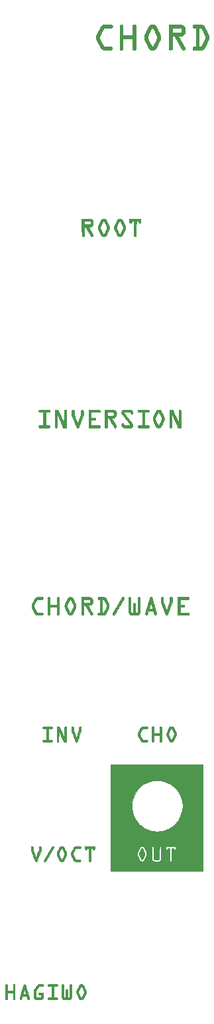
<source format=gbr>
%TF.GenerationSoftware,KiCad,Pcbnew,(5.1.9)-1*%
%TF.CreationDate,2021-06-26T11:36:46+09:00*%
%TF.ProjectId,CHORD_VCO_panel,43484f52-445f-4564-934f-5f70616e656c,rev?*%
%TF.SameCoordinates,Original*%
%TF.FileFunction,Legend,Top*%
%TF.FilePolarity,Positive*%
%FSLAX46Y46*%
G04 Gerber Fmt 4.6, Leading zero omitted, Abs format (unit mm)*
G04 Created by KiCad (PCBNEW (5.1.9)-1) date 2021-06-26 11:36:46*
%MOMM*%
%LPD*%
G01*
G04 APERTURE LIST*
%ADD10C,0.010000*%
G04 APERTURE END LIST*
D10*
%TO.C,G\u002A\u002A\u002A*%
G36*
X135560290Y-143067936D02*
G01*
X135571379Y-143081863D01*
X135588831Y-143110179D01*
X135611506Y-143150554D01*
X135638267Y-143200656D01*
X135667973Y-143258154D01*
X135699486Y-143320717D01*
X135731668Y-143386014D01*
X135763380Y-143451714D01*
X135793482Y-143515486D01*
X135820836Y-143574998D01*
X135844303Y-143627919D01*
X135862744Y-143671919D01*
X135875021Y-143704666D01*
X135879747Y-143721844D01*
X135883483Y-143749437D01*
X135884961Y-143775275D01*
X135883515Y-143801322D01*
X135878477Y-143829542D01*
X135869179Y-143861900D01*
X135854955Y-143900359D01*
X135835137Y-143946883D01*
X135809058Y-144003437D01*
X135776050Y-144071985D01*
X135735446Y-144154491D01*
X135726863Y-144171815D01*
X135689596Y-144246232D01*
X135655249Y-144313354D01*
X135624714Y-144371522D01*
X135598883Y-144419080D01*
X135578651Y-144454369D01*
X135564908Y-144475732D01*
X135560290Y-144481068D01*
X135532543Y-144495074D01*
X135498918Y-144495391D01*
X135483298Y-144492031D01*
X135474120Y-144482311D01*
X135457441Y-144456059D01*
X135433341Y-144413424D01*
X135401903Y-144354557D01*
X135363210Y-144279608D01*
X135317344Y-144188728D01*
X135316720Y-144187480D01*
X135273048Y-144099735D01*
X135237192Y-144026367D01*
X135208503Y-143965499D01*
X135186333Y-143915256D01*
X135170032Y-143873761D01*
X135158952Y-143839137D01*
X135152443Y-143809509D01*
X135149856Y-143782998D01*
X135150543Y-143757730D01*
X135153855Y-143731827D01*
X135155621Y-143721677D01*
X135162435Y-143698414D01*
X135176285Y-143662103D01*
X135196022Y-143615114D01*
X135220498Y-143559817D01*
X135248563Y-143498582D01*
X135279068Y-143433779D01*
X135310863Y-143367780D01*
X135342799Y-143302953D01*
X135373728Y-143241670D01*
X135402500Y-143186300D01*
X135427965Y-143139214D01*
X135448976Y-143102782D01*
X135464381Y-143079374D01*
X135470261Y-143072728D01*
X135502464Y-143054073D01*
X135533579Y-143053612D01*
X135560290Y-143067936D01*
G37*
X135560290Y-143067936D02*
X135571379Y-143081863D01*
X135588831Y-143110179D01*
X135611506Y-143150554D01*
X135638267Y-143200656D01*
X135667973Y-143258154D01*
X135699486Y-143320717D01*
X135731668Y-143386014D01*
X135763380Y-143451714D01*
X135793482Y-143515486D01*
X135820836Y-143574998D01*
X135844303Y-143627919D01*
X135862744Y-143671919D01*
X135875021Y-143704666D01*
X135879747Y-143721844D01*
X135883483Y-143749437D01*
X135884961Y-143775275D01*
X135883515Y-143801322D01*
X135878477Y-143829542D01*
X135869179Y-143861900D01*
X135854955Y-143900359D01*
X135835137Y-143946883D01*
X135809058Y-144003437D01*
X135776050Y-144071985D01*
X135735446Y-144154491D01*
X135726863Y-144171815D01*
X135689596Y-144246232D01*
X135655249Y-144313354D01*
X135624714Y-144371522D01*
X135598883Y-144419080D01*
X135578651Y-144454369D01*
X135564908Y-144475732D01*
X135560290Y-144481068D01*
X135532543Y-144495074D01*
X135498918Y-144495391D01*
X135483298Y-144492031D01*
X135474120Y-144482311D01*
X135457441Y-144456059D01*
X135433341Y-144413424D01*
X135401903Y-144354557D01*
X135363210Y-144279608D01*
X135317344Y-144188728D01*
X135316720Y-144187480D01*
X135273048Y-144099735D01*
X135237192Y-144026367D01*
X135208503Y-143965499D01*
X135186333Y-143915256D01*
X135170032Y-143873761D01*
X135158952Y-143839137D01*
X135152443Y-143809509D01*
X135149856Y-143782998D01*
X135150543Y-143757730D01*
X135153855Y-143731827D01*
X135155621Y-143721677D01*
X135162435Y-143698414D01*
X135176285Y-143662103D01*
X135196022Y-143615114D01*
X135220498Y-143559817D01*
X135248563Y-143498582D01*
X135279068Y-143433779D01*
X135310863Y-143367780D01*
X135342799Y-143302953D01*
X135373728Y-143241670D01*
X135402500Y-143186300D01*
X135427965Y-143139214D01*
X135448976Y-143102782D01*
X135464381Y-143079374D01*
X135470261Y-143072728D01*
X135502464Y-143054073D01*
X135533579Y-143053612D01*
X135560290Y-143067936D01*
G36*
X142554593Y-38254037D02*
G01*
X142651443Y-38254521D01*
X142755443Y-38255167D01*
X142842801Y-38255790D01*
X142915201Y-38256468D01*
X142974329Y-38257277D01*
X143021867Y-38258296D01*
X143059500Y-38259601D01*
X143088912Y-38261271D01*
X143111787Y-38263383D01*
X143129810Y-38266015D01*
X143144664Y-38269243D01*
X143158034Y-38273146D01*
X143171604Y-38277801D01*
X143173737Y-38278560D01*
X143271619Y-38323083D01*
X143363874Y-38384895D01*
X143435868Y-38448962D01*
X143510155Y-38523052D01*
X143665936Y-38834596D01*
X143732212Y-38967475D01*
X143790501Y-39085085D01*
X143841264Y-39188414D01*
X143884967Y-39278455D01*
X143922074Y-39356196D01*
X143953049Y-39422628D01*
X143978356Y-39478742D01*
X143998459Y-39525527D01*
X144013823Y-39563975D01*
X144024912Y-39595075D01*
X144029722Y-39610675D01*
X144054064Y-39719405D01*
X144066252Y-39830083D01*
X144065730Y-39936590D01*
X144062433Y-39971828D01*
X144057739Y-40008610D01*
X144052467Y-40042645D01*
X144045977Y-40075518D01*
X144037630Y-40108814D01*
X144026785Y-40144116D01*
X144012802Y-40183008D01*
X143995041Y-40227076D01*
X143972862Y-40277903D01*
X143945626Y-40337073D01*
X143912691Y-40406171D01*
X143873418Y-40486781D01*
X143827168Y-40580488D01*
X143773299Y-40688875D01*
X143770400Y-40694697D01*
X143725947Y-40783615D01*
X143682878Y-40869115D01*
X143642064Y-40949514D01*
X143604374Y-41023127D01*
X143570678Y-41088269D01*
X143541846Y-41143257D01*
X143518748Y-41186406D01*
X143502254Y-41216033D01*
X143494889Y-41228144D01*
X143431880Y-41306168D01*
X143355723Y-41373629D01*
X143269598Y-41428278D01*
X143176688Y-41467869D01*
X143140663Y-41478395D01*
X143123596Y-41482503D01*
X143106133Y-41485939D01*
X143086531Y-41488763D01*
X143063050Y-41491035D01*
X143033948Y-41492813D01*
X142997484Y-41494158D01*
X142951916Y-41495129D01*
X142895504Y-41495784D01*
X142826505Y-41496184D01*
X142743177Y-41496388D01*
X142643781Y-41496455D01*
X142611034Y-41496458D01*
X142507448Y-41496436D01*
X142420562Y-41496332D01*
X142348751Y-41496083D01*
X142290391Y-41495627D01*
X142243854Y-41494899D01*
X142207517Y-41493838D01*
X142179752Y-41492381D01*
X142158936Y-41490463D01*
X142143442Y-41488024D01*
X142131646Y-41484999D01*
X142121920Y-41481325D01*
X142113128Y-41477181D01*
X142063975Y-41443469D01*
X142028223Y-41399259D01*
X142006753Y-41347431D01*
X142000441Y-41290866D01*
X142010168Y-41232446D01*
X142026461Y-41192996D01*
X142056612Y-41148619D01*
X142091374Y-41116354D01*
X142106790Y-41105901D01*
X142120846Y-41098378D01*
X142136964Y-41093182D01*
X142158566Y-41089710D01*
X142189074Y-41087359D01*
X142231909Y-41085526D01*
X142274238Y-41084127D01*
X142825473Y-41084127D01*
X142927352Y-41084127D01*
X142973432Y-41083750D01*
X143006020Y-41082084D01*
X143029943Y-41078327D01*
X143050028Y-41071676D01*
X143071103Y-41061328D01*
X143074034Y-41059742D01*
X143104065Y-41040277D01*
X143130429Y-41017987D01*
X143140234Y-41007054D01*
X143150127Y-40991106D01*
X143167069Y-40960537D01*
X143190126Y-40917220D01*
X143218365Y-40863030D01*
X143250850Y-40799841D01*
X143286649Y-40729528D01*
X143324826Y-40653965D01*
X143364447Y-40575025D01*
X143404580Y-40494584D01*
X143444288Y-40414516D01*
X143482640Y-40336694D01*
X143518699Y-40262994D01*
X143551533Y-40195289D01*
X143580206Y-40135453D01*
X143603786Y-40085362D01*
X143621338Y-40046888D01*
X143631927Y-40021907D01*
X143633838Y-40016631D01*
X143648953Y-39949758D01*
X143654724Y-39875189D01*
X143651045Y-39800664D01*
X143637811Y-39733923D01*
X143637701Y-39733557D01*
X143630545Y-39715167D01*
X143615947Y-39682149D01*
X143594733Y-39636228D01*
X143567729Y-39579129D01*
X143535761Y-39512579D01*
X143499655Y-39438303D01*
X143460237Y-39358028D01*
X143418334Y-39273479D01*
X143397332Y-39231388D01*
X143342961Y-39123060D01*
X143295974Y-39030327D01*
X143255863Y-38952244D01*
X143222124Y-38887866D01*
X143194250Y-38836247D01*
X143171737Y-38796441D01*
X143154077Y-38767503D01*
X143140766Y-38748487D01*
X143136098Y-38742956D01*
X143103254Y-38712558D01*
X143067491Y-38691441D01*
X143024817Y-38678245D01*
X142971237Y-38671606D01*
X142922498Y-38670117D01*
X142830123Y-38669661D01*
X142825473Y-41084127D01*
X142274238Y-41084127D01*
X142417785Y-41079546D01*
X142417785Y-38669661D01*
X142275310Y-38665080D01*
X142215865Y-38662798D01*
X142171281Y-38659622D01*
X142138094Y-38654492D01*
X142112839Y-38646346D01*
X142092052Y-38634126D01*
X142072269Y-38616772D01*
X142053735Y-38597279D01*
X142029797Y-38560962D01*
X142012311Y-38514862D01*
X142003709Y-38467077D01*
X142004704Y-38434006D01*
X142022081Y-38376867D01*
X142053241Y-38327286D01*
X142095436Y-38288498D01*
X142145914Y-38263734D01*
X142150739Y-38262312D01*
X142167016Y-38259670D01*
X142195636Y-38257537D01*
X142237476Y-38255900D01*
X142293414Y-38254746D01*
X142364327Y-38254059D01*
X142451095Y-38253827D01*
X142554593Y-38254037D01*
G37*
X142554593Y-38254037D02*
X142651443Y-38254521D01*
X142755443Y-38255167D01*
X142842801Y-38255790D01*
X142915201Y-38256468D01*
X142974329Y-38257277D01*
X143021867Y-38258296D01*
X143059500Y-38259601D01*
X143088912Y-38261271D01*
X143111787Y-38263383D01*
X143129810Y-38266015D01*
X143144664Y-38269243D01*
X143158034Y-38273146D01*
X143171604Y-38277801D01*
X143173737Y-38278560D01*
X143271619Y-38323083D01*
X143363874Y-38384895D01*
X143435868Y-38448962D01*
X143510155Y-38523052D01*
X143665936Y-38834596D01*
X143732212Y-38967475D01*
X143790501Y-39085085D01*
X143841264Y-39188414D01*
X143884967Y-39278455D01*
X143922074Y-39356196D01*
X143953049Y-39422628D01*
X143978356Y-39478742D01*
X143998459Y-39525527D01*
X144013823Y-39563975D01*
X144024912Y-39595075D01*
X144029722Y-39610675D01*
X144054064Y-39719405D01*
X144066252Y-39830083D01*
X144065730Y-39936590D01*
X144062433Y-39971828D01*
X144057739Y-40008610D01*
X144052467Y-40042645D01*
X144045977Y-40075518D01*
X144037630Y-40108814D01*
X144026785Y-40144116D01*
X144012802Y-40183008D01*
X143995041Y-40227076D01*
X143972862Y-40277903D01*
X143945626Y-40337073D01*
X143912691Y-40406171D01*
X143873418Y-40486781D01*
X143827168Y-40580488D01*
X143773299Y-40688875D01*
X143770400Y-40694697D01*
X143725947Y-40783615D01*
X143682878Y-40869115D01*
X143642064Y-40949514D01*
X143604374Y-41023127D01*
X143570678Y-41088269D01*
X143541846Y-41143257D01*
X143518748Y-41186406D01*
X143502254Y-41216033D01*
X143494889Y-41228144D01*
X143431880Y-41306168D01*
X143355723Y-41373629D01*
X143269598Y-41428278D01*
X143176688Y-41467869D01*
X143140663Y-41478395D01*
X143123596Y-41482503D01*
X143106133Y-41485939D01*
X143086531Y-41488763D01*
X143063050Y-41491035D01*
X143033948Y-41492813D01*
X142997484Y-41494158D01*
X142951916Y-41495129D01*
X142895504Y-41495784D01*
X142826505Y-41496184D01*
X142743177Y-41496388D01*
X142643781Y-41496455D01*
X142611034Y-41496458D01*
X142507448Y-41496436D01*
X142420562Y-41496332D01*
X142348751Y-41496083D01*
X142290391Y-41495627D01*
X142243854Y-41494899D01*
X142207517Y-41493838D01*
X142179752Y-41492381D01*
X142158936Y-41490463D01*
X142143442Y-41488024D01*
X142131646Y-41484999D01*
X142121920Y-41481325D01*
X142113128Y-41477181D01*
X142063975Y-41443469D01*
X142028223Y-41399259D01*
X142006753Y-41347431D01*
X142000441Y-41290866D01*
X142010168Y-41232446D01*
X142026461Y-41192996D01*
X142056612Y-41148619D01*
X142091374Y-41116354D01*
X142106790Y-41105901D01*
X142120846Y-41098378D01*
X142136964Y-41093182D01*
X142158566Y-41089710D01*
X142189074Y-41087359D01*
X142231909Y-41085526D01*
X142274238Y-41084127D01*
X142825473Y-41084127D01*
X142927352Y-41084127D01*
X142973432Y-41083750D01*
X143006020Y-41082084D01*
X143029943Y-41078327D01*
X143050028Y-41071676D01*
X143071103Y-41061328D01*
X143074034Y-41059742D01*
X143104065Y-41040277D01*
X143130429Y-41017987D01*
X143140234Y-41007054D01*
X143150127Y-40991106D01*
X143167069Y-40960537D01*
X143190126Y-40917220D01*
X143218365Y-40863030D01*
X143250850Y-40799841D01*
X143286649Y-40729528D01*
X143324826Y-40653965D01*
X143364447Y-40575025D01*
X143404580Y-40494584D01*
X143444288Y-40414516D01*
X143482640Y-40336694D01*
X143518699Y-40262994D01*
X143551533Y-40195289D01*
X143580206Y-40135453D01*
X143603786Y-40085362D01*
X143621338Y-40046888D01*
X143631927Y-40021907D01*
X143633838Y-40016631D01*
X143648953Y-39949758D01*
X143654724Y-39875189D01*
X143651045Y-39800664D01*
X143637811Y-39733923D01*
X143637701Y-39733557D01*
X143630545Y-39715167D01*
X143615947Y-39682149D01*
X143594733Y-39636228D01*
X143567729Y-39579129D01*
X143535761Y-39512579D01*
X143499655Y-39438303D01*
X143460237Y-39358028D01*
X143418334Y-39273479D01*
X143397332Y-39231388D01*
X143342961Y-39123060D01*
X143295974Y-39030327D01*
X143255863Y-38952244D01*
X143222124Y-38887866D01*
X143194250Y-38836247D01*
X143171737Y-38796441D01*
X143154077Y-38767503D01*
X143140766Y-38748487D01*
X143136098Y-38742956D01*
X143103254Y-38712558D01*
X143067491Y-38691441D01*
X143024817Y-38678245D01*
X142971237Y-38671606D01*
X142922498Y-38670117D01*
X142830123Y-38669661D01*
X142825473Y-41084127D01*
X142274238Y-41084127D01*
X142417785Y-41079546D01*
X142417785Y-38669661D01*
X142275310Y-38665080D01*
X142215865Y-38662798D01*
X142171281Y-38659622D01*
X142138094Y-38654492D01*
X142112839Y-38646346D01*
X142092052Y-38634126D01*
X142072269Y-38616772D01*
X142053735Y-38597279D01*
X142029797Y-38560962D01*
X142012311Y-38514862D01*
X142003709Y-38467077D01*
X142004704Y-38434006D01*
X142022081Y-38376867D01*
X142053241Y-38327286D01*
X142095436Y-38288498D01*
X142145914Y-38263734D01*
X142150739Y-38262312D01*
X142167016Y-38259670D01*
X142195636Y-38257537D01*
X142237476Y-38255900D01*
X142293414Y-38254746D01*
X142364327Y-38254059D01*
X142451095Y-38253827D01*
X142554593Y-38254037D01*
G36*
X140530195Y-38257323D02*
G01*
X140602427Y-38282866D01*
X140700022Y-38326800D01*
X140788377Y-38385578D01*
X140865790Y-38457495D01*
X140930559Y-38540848D01*
X140980982Y-38633934D01*
X140999011Y-38679897D01*
X141007249Y-38704468D01*
X141013526Y-38726573D01*
X141018167Y-38749330D01*
X141021496Y-38775860D01*
X141023838Y-38809280D01*
X141025517Y-38852710D01*
X141026859Y-38909269D01*
X141027725Y-38955759D01*
X141028513Y-39045601D01*
X141027145Y-39120133D01*
X141023270Y-39182280D01*
X141016535Y-39234970D01*
X141006591Y-39281129D01*
X140993086Y-39323683D01*
X140979576Y-39356885D01*
X140932212Y-39443207D01*
X140870979Y-39521826D01*
X140798483Y-39590581D01*
X140717330Y-39647312D01*
X140630127Y-39689857D01*
X140548521Y-39714256D01*
X140502597Y-39720914D01*
X140439408Y-39725378D01*
X140359890Y-39727591D01*
X140321735Y-39727835D01*
X140269435Y-39728139D01*
X140224119Y-39728883D01*
X140188698Y-39729982D01*
X140166085Y-39731346D01*
X140159091Y-39732722D01*
X140163593Y-39741156D01*
X140176670Y-39764315D01*
X140197679Y-39801086D01*
X140225978Y-39850355D01*
X140260923Y-39911011D01*
X140301871Y-39981938D01*
X140348181Y-40062023D01*
X140399208Y-40150154D01*
X140454309Y-40245216D01*
X140512843Y-40346096D01*
X140574166Y-40451681D01*
X140583682Y-40468058D01*
X140645712Y-40574930D01*
X140705244Y-40677767D01*
X140761612Y-40775400D01*
X140814151Y-40866665D01*
X140862193Y-40950394D01*
X140905072Y-41025421D01*
X140942121Y-41090580D01*
X140972675Y-41144705D01*
X140996067Y-41186628D01*
X141011629Y-41215184D01*
X141018697Y-41229206D01*
X141018928Y-41229813D01*
X141029335Y-41286023D01*
X141023354Y-41340437D01*
X141002908Y-41390496D01*
X140969919Y-41433642D01*
X140926308Y-41467318D01*
X140873999Y-41488966D01*
X140818831Y-41496062D01*
X140757816Y-41487979D01*
X140705419Y-41463993D01*
X140664184Y-41426540D01*
X140655641Y-41413830D01*
X140638608Y-41386336D01*
X140613730Y-41345158D01*
X140581656Y-41291397D01*
X140543032Y-41226154D01*
X140498505Y-41150530D01*
X140448721Y-41065626D01*
X140394329Y-40972542D01*
X140335976Y-40872379D01*
X140274307Y-40766239D01*
X140209970Y-40655221D01*
X140155973Y-40561833D01*
X139676990Y-39732576D01*
X139380616Y-39727542D01*
X139378132Y-40540990D01*
X139377721Y-40683817D01*
X139377363Y-40809485D01*
X139376980Y-40919163D01*
X139376497Y-41014017D01*
X139375836Y-41095216D01*
X139374921Y-41163926D01*
X139373674Y-41221315D01*
X139372020Y-41268551D01*
X139369880Y-41306801D01*
X139367179Y-41337232D01*
X139363840Y-41361011D01*
X139359785Y-41379307D01*
X139354937Y-41393287D01*
X139349221Y-41404118D01*
X139342559Y-41412968D01*
X139334875Y-41421003D01*
X139326091Y-41429392D01*
X139319231Y-41436116D01*
X139275109Y-41468650D01*
X139221936Y-41489150D01*
X139165082Y-41496557D01*
X139109915Y-41489814D01*
X139087013Y-41481856D01*
X139039476Y-41452007D01*
X139000111Y-41408955D01*
X138985380Y-41384582D01*
X138983151Y-41379845D01*
X138981120Y-41374144D01*
X138979277Y-41366646D01*
X138977614Y-41356521D01*
X138976121Y-41342937D01*
X138974789Y-41325063D01*
X138973609Y-41302068D01*
X138972572Y-41273121D01*
X138971668Y-41237389D01*
X138970889Y-41194042D01*
X138970225Y-41142249D01*
X138969666Y-41081178D01*
X138969205Y-41009997D01*
X138968831Y-40927876D01*
X138968536Y-40833984D01*
X138968310Y-40727488D01*
X138968144Y-40607557D01*
X138968028Y-40473361D01*
X138967955Y-40324068D01*
X138967914Y-40158846D01*
X138967897Y-39976865D01*
X138967893Y-39801324D01*
X138967893Y-39316070D01*
X139370833Y-39316070D01*
X139928282Y-39313573D01*
X140485732Y-39311075D01*
X140523920Y-39285799D01*
X140553465Y-39261483D01*
X140580784Y-39231513D01*
X140587386Y-39222364D01*
X140596263Y-39208456D01*
X140602824Y-39195431D01*
X140607479Y-39180272D01*
X140610636Y-39159964D01*
X140612703Y-39131491D01*
X140614089Y-39091837D01*
X140615204Y-39037985D01*
X140615627Y-39013983D01*
X140616201Y-38942748D01*
X140615280Y-38884278D01*
X140612926Y-38840301D01*
X140609200Y-38812547D01*
X140608341Y-38809246D01*
X140587874Y-38767131D01*
X140554237Y-38727104D01*
X140512265Y-38694678D01*
X140503573Y-38689738D01*
X140495505Y-38685559D01*
X140487176Y-38682003D01*
X140477118Y-38679022D01*
X140463865Y-38676564D01*
X140445951Y-38674580D01*
X140421909Y-38673017D01*
X140390273Y-38671826D01*
X140349576Y-38670957D01*
X140298352Y-38670359D01*
X140235133Y-38669980D01*
X140158455Y-38669772D01*
X140066849Y-38669682D01*
X139958850Y-38669662D01*
X139920851Y-38669661D01*
X139375649Y-38669661D01*
X139373241Y-38992866D01*
X139370833Y-39316070D01*
X138967893Y-39316070D01*
X138967893Y-38252061D01*
X140530195Y-38257323D01*
G37*
X140530195Y-38257323D02*
X140602427Y-38282866D01*
X140700022Y-38326800D01*
X140788377Y-38385578D01*
X140865790Y-38457495D01*
X140930559Y-38540848D01*
X140980982Y-38633934D01*
X140999011Y-38679897D01*
X141007249Y-38704468D01*
X141013526Y-38726573D01*
X141018167Y-38749330D01*
X141021496Y-38775860D01*
X141023838Y-38809280D01*
X141025517Y-38852710D01*
X141026859Y-38909269D01*
X141027725Y-38955759D01*
X141028513Y-39045601D01*
X141027145Y-39120133D01*
X141023270Y-39182280D01*
X141016535Y-39234970D01*
X141006591Y-39281129D01*
X140993086Y-39323683D01*
X140979576Y-39356885D01*
X140932212Y-39443207D01*
X140870979Y-39521826D01*
X140798483Y-39590581D01*
X140717330Y-39647312D01*
X140630127Y-39689857D01*
X140548521Y-39714256D01*
X140502597Y-39720914D01*
X140439408Y-39725378D01*
X140359890Y-39727591D01*
X140321735Y-39727835D01*
X140269435Y-39728139D01*
X140224119Y-39728883D01*
X140188698Y-39729982D01*
X140166085Y-39731346D01*
X140159091Y-39732722D01*
X140163593Y-39741156D01*
X140176670Y-39764315D01*
X140197679Y-39801086D01*
X140225978Y-39850355D01*
X140260923Y-39911011D01*
X140301871Y-39981938D01*
X140348181Y-40062023D01*
X140399208Y-40150154D01*
X140454309Y-40245216D01*
X140512843Y-40346096D01*
X140574166Y-40451681D01*
X140583682Y-40468058D01*
X140645712Y-40574930D01*
X140705244Y-40677767D01*
X140761612Y-40775400D01*
X140814151Y-40866665D01*
X140862193Y-40950394D01*
X140905072Y-41025421D01*
X140942121Y-41090580D01*
X140972675Y-41144705D01*
X140996067Y-41186628D01*
X141011629Y-41215184D01*
X141018697Y-41229206D01*
X141018928Y-41229813D01*
X141029335Y-41286023D01*
X141023354Y-41340437D01*
X141002908Y-41390496D01*
X140969919Y-41433642D01*
X140926308Y-41467318D01*
X140873999Y-41488966D01*
X140818831Y-41496062D01*
X140757816Y-41487979D01*
X140705419Y-41463993D01*
X140664184Y-41426540D01*
X140655641Y-41413830D01*
X140638608Y-41386336D01*
X140613730Y-41345158D01*
X140581656Y-41291397D01*
X140543032Y-41226154D01*
X140498505Y-41150530D01*
X140448721Y-41065626D01*
X140394329Y-40972542D01*
X140335976Y-40872379D01*
X140274307Y-40766239D01*
X140209970Y-40655221D01*
X140155973Y-40561833D01*
X139676990Y-39732576D01*
X139380616Y-39727542D01*
X139378132Y-40540990D01*
X139377721Y-40683817D01*
X139377363Y-40809485D01*
X139376980Y-40919163D01*
X139376497Y-41014017D01*
X139375836Y-41095216D01*
X139374921Y-41163926D01*
X139373674Y-41221315D01*
X139372020Y-41268551D01*
X139369880Y-41306801D01*
X139367179Y-41337232D01*
X139363840Y-41361011D01*
X139359785Y-41379307D01*
X139354937Y-41393287D01*
X139349221Y-41404118D01*
X139342559Y-41412968D01*
X139334875Y-41421003D01*
X139326091Y-41429392D01*
X139319231Y-41436116D01*
X139275109Y-41468650D01*
X139221936Y-41489150D01*
X139165082Y-41496557D01*
X139109915Y-41489814D01*
X139087013Y-41481856D01*
X139039476Y-41452007D01*
X139000111Y-41408955D01*
X138985380Y-41384582D01*
X138983151Y-41379845D01*
X138981120Y-41374144D01*
X138979277Y-41366646D01*
X138977614Y-41356521D01*
X138976121Y-41342937D01*
X138974789Y-41325063D01*
X138973609Y-41302068D01*
X138972572Y-41273121D01*
X138971668Y-41237389D01*
X138970889Y-41194042D01*
X138970225Y-41142249D01*
X138969666Y-41081178D01*
X138969205Y-41009997D01*
X138968831Y-40927876D01*
X138968536Y-40833984D01*
X138968310Y-40727488D01*
X138968144Y-40607557D01*
X138968028Y-40473361D01*
X138967955Y-40324068D01*
X138967914Y-40158846D01*
X138967897Y-39976865D01*
X138967893Y-39801324D01*
X138967893Y-39316070D01*
X139370833Y-39316070D01*
X139928282Y-39313573D01*
X140485732Y-39311075D01*
X140523920Y-39285799D01*
X140553465Y-39261483D01*
X140580784Y-39231513D01*
X140587386Y-39222364D01*
X140596263Y-39208456D01*
X140602824Y-39195431D01*
X140607479Y-39180272D01*
X140610636Y-39159964D01*
X140612703Y-39131491D01*
X140614089Y-39091837D01*
X140615204Y-39037985D01*
X140615627Y-39013983D01*
X140616201Y-38942748D01*
X140615280Y-38884278D01*
X140612926Y-38840301D01*
X140609200Y-38812547D01*
X140608341Y-38809246D01*
X140587874Y-38767131D01*
X140554237Y-38727104D01*
X140512265Y-38694678D01*
X140503573Y-38689738D01*
X140495505Y-38685559D01*
X140487176Y-38682003D01*
X140477118Y-38679022D01*
X140463865Y-38676564D01*
X140445951Y-38674580D01*
X140421909Y-38673017D01*
X140390273Y-38671826D01*
X140349576Y-38670957D01*
X140298352Y-38670359D01*
X140235133Y-38669980D01*
X140158455Y-38669772D01*
X140066849Y-38669682D01*
X139958850Y-38669662D01*
X139920851Y-38669661D01*
X139375649Y-38669661D01*
X139373241Y-38992866D01*
X139370833Y-39316070D01*
X138967893Y-39316070D01*
X138967893Y-38252061D01*
X140530195Y-38257323D01*
G36*
X136926898Y-38256707D02*
G01*
X137022369Y-38273865D01*
X137110161Y-38307661D01*
X137190288Y-38358098D01*
X137242510Y-38403992D01*
X137308505Y-38469712D01*
X137511272Y-38881231D01*
X137574456Y-39009510D01*
X137630037Y-39122612D01*
X137678519Y-39221793D01*
X137720405Y-39308312D01*
X137756199Y-39383426D01*
X137786406Y-39448392D01*
X137811528Y-39504469D01*
X137832070Y-39552913D01*
X137848534Y-39594984D01*
X137861425Y-39631937D01*
X137871247Y-39665031D01*
X137878503Y-39695524D01*
X137883697Y-39724674D01*
X137887332Y-39753737D01*
X137889913Y-39783971D01*
X137891943Y-39816635D01*
X137892898Y-39834087D01*
X137892272Y-39956758D01*
X137876263Y-40073240D01*
X137853063Y-40161729D01*
X137844816Y-40183028D01*
X137829020Y-40219134D01*
X137806409Y-40268509D01*
X137777720Y-40329612D01*
X137743687Y-40400905D01*
X137705046Y-40480848D01*
X137662531Y-40567903D01*
X137616878Y-40660529D01*
X137568822Y-40757188D01*
X137565022Y-40764797D01*
X137511751Y-40871366D01*
X137465930Y-40962838D01*
X137426841Y-41040521D01*
X137393765Y-41105725D01*
X137365986Y-41159756D01*
X137342786Y-41203925D01*
X137323447Y-41239538D01*
X137307250Y-41267905D01*
X137293479Y-41290333D01*
X137281416Y-41308133D01*
X137270342Y-41322611D01*
X137259541Y-41335076D01*
X137248294Y-41346837D01*
X137242616Y-41352526D01*
X137185020Y-41403119D01*
X137125637Y-41440226D01*
X137058046Y-41467478D01*
X137019960Y-41478339D01*
X136958979Y-41489563D01*
X136890292Y-41495130D01*
X136820773Y-41494956D01*
X136757297Y-41488954D01*
X136722944Y-41481997D01*
X136639699Y-41451603D01*
X136559082Y-41406238D01*
X136485868Y-41349131D01*
X136424834Y-41283509D01*
X136420083Y-41277271D01*
X136398563Y-41245230D01*
X136374153Y-41203911D01*
X136351242Y-41160855D01*
X136345441Y-41148988D01*
X136334050Y-41125484D01*
X136315403Y-41087475D01*
X136290436Y-41036849D01*
X136260083Y-40975495D01*
X136225281Y-40905301D01*
X136186965Y-40828155D01*
X136146071Y-40745946D01*
X136103534Y-40660563D01*
X136090498Y-40634422D01*
X136037957Y-40528979D01*
X135993017Y-40438204D01*
X135955086Y-40360374D01*
X135923573Y-40293767D01*
X135897885Y-40236657D01*
X135877430Y-40187322D01*
X135861616Y-40144037D01*
X135849852Y-40105080D01*
X135841545Y-40068727D01*
X135836103Y-40033253D01*
X135832934Y-39996935D01*
X135831447Y-39958051D01*
X135831050Y-39914875D01*
X135831109Y-39879185D01*
X135831203Y-39861736D01*
X136244675Y-39861736D01*
X136246409Y-39936829D01*
X136256200Y-40005720D01*
X136259644Y-40020033D01*
X136266417Y-40038510D01*
X136280411Y-40070982D01*
X136300751Y-40115687D01*
X136326564Y-40170861D01*
X136356973Y-40234742D01*
X136391106Y-40305569D01*
X136428087Y-40381578D01*
X136467042Y-40461007D01*
X136507096Y-40542094D01*
X136547375Y-40623077D01*
X136587005Y-40702193D01*
X136625110Y-40777680D01*
X136660816Y-40847774D01*
X136693249Y-40910715D01*
X136721535Y-40964739D01*
X136744798Y-41008084D01*
X136762164Y-41038988D01*
X136772758Y-41055688D01*
X136774563Y-41057733D01*
X136794141Y-41071954D01*
X136815615Y-41079693D01*
X136845738Y-41082920D01*
X136862654Y-41083404D01*
X136892332Y-41081794D01*
X136914649Y-41073359D01*
X136938776Y-41054509D01*
X136940540Y-41052915D01*
X136949473Y-41043232D01*
X136960508Y-41028082D01*
X136974279Y-41006275D01*
X136991421Y-40976621D01*
X137012569Y-40937929D01*
X137038357Y-40889009D01*
X137069421Y-40828672D01*
X137106394Y-40755725D01*
X137149912Y-40668980D01*
X137200609Y-40567246D01*
X137215392Y-40537493D01*
X137266562Y-40434323D01*
X137310141Y-40346088D01*
X137346783Y-40271357D01*
X137377139Y-40208698D01*
X137401862Y-40156677D01*
X137421602Y-40113864D01*
X137437012Y-40078826D01*
X137448744Y-40050130D01*
X137457450Y-40026344D01*
X137463781Y-40006036D01*
X137468391Y-39987774D01*
X137470735Y-39976512D01*
X137480678Y-39878479D01*
X137472381Y-39781633D01*
X137458967Y-39725397D01*
X137450966Y-39704082D01*
X137435778Y-39669036D01*
X137414297Y-39622046D01*
X137387415Y-39564896D01*
X137356028Y-39499372D01*
X137321028Y-39427261D01*
X137283310Y-39350348D01*
X137243767Y-39270418D01*
X137203293Y-39189259D01*
X137162783Y-39108654D01*
X137123129Y-39030391D01*
X137085226Y-38956255D01*
X137049967Y-38888032D01*
X137018246Y-38827507D01*
X136990957Y-38776467D01*
X136968994Y-38736697D01*
X136953251Y-38709983D01*
X136944946Y-38698394D01*
X136906381Y-38673689D01*
X136863767Y-38665705D01*
X136819908Y-38674163D01*
X136777603Y-38698785D01*
X136758023Y-38716949D01*
X136748856Y-38730673D01*
X136732759Y-38759139D01*
X136710628Y-38800521D01*
X136683359Y-38852989D01*
X136651846Y-38914717D01*
X136616987Y-38983874D01*
X136579677Y-39058635D01*
X136540812Y-39137170D01*
X136501288Y-39217651D01*
X136462000Y-39298251D01*
X136423844Y-39377140D01*
X136387716Y-39452492D01*
X136354512Y-39522478D01*
X136325127Y-39585269D01*
X136300458Y-39639039D01*
X136281400Y-39681958D01*
X136268849Y-39712198D01*
X136264841Y-39723413D01*
X136250863Y-39788058D01*
X136244675Y-39861736D01*
X135831203Y-39861736D01*
X135831350Y-39834901D01*
X135832153Y-39795404D01*
X135834067Y-39759144D01*
X135837641Y-39724569D01*
X135843426Y-39690129D01*
X135851971Y-39654274D01*
X135863827Y-39615452D01*
X135879542Y-39572113D01*
X135899668Y-39522707D01*
X135924754Y-39465682D01*
X135955349Y-39399488D01*
X135992004Y-39322574D01*
X136035268Y-39233390D01*
X136085691Y-39130384D01*
X136125031Y-39050265D01*
X136170067Y-38958924D01*
X136213826Y-38870826D01*
X136255458Y-38787644D01*
X136294109Y-38711050D01*
X136328928Y-38642719D01*
X136359063Y-38584324D01*
X136383661Y-38537537D01*
X136401869Y-38504031D01*
X136412178Y-38486480D01*
X136469721Y-38411651D01*
X136535803Y-38352079D01*
X136611549Y-38307134D01*
X136698085Y-38276187D01*
X136796538Y-38258606D01*
X136823737Y-38256182D01*
X136926898Y-38256707D01*
G37*
X136926898Y-38256707D02*
X137022369Y-38273865D01*
X137110161Y-38307661D01*
X137190288Y-38358098D01*
X137242510Y-38403992D01*
X137308505Y-38469712D01*
X137511272Y-38881231D01*
X137574456Y-39009510D01*
X137630037Y-39122612D01*
X137678519Y-39221793D01*
X137720405Y-39308312D01*
X137756199Y-39383426D01*
X137786406Y-39448392D01*
X137811528Y-39504469D01*
X137832070Y-39552913D01*
X137848534Y-39594984D01*
X137861425Y-39631937D01*
X137871247Y-39665031D01*
X137878503Y-39695524D01*
X137883697Y-39724674D01*
X137887332Y-39753737D01*
X137889913Y-39783971D01*
X137891943Y-39816635D01*
X137892898Y-39834087D01*
X137892272Y-39956758D01*
X137876263Y-40073240D01*
X137853063Y-40161729D01*
X137844816Y-40183028D01*
X137829020Y-40219134D01*
X137806409Y-40268509D01*
X137777720Y-40329612D01*
X137743687Y-40400905D01*
X137705046Y-40480848D01*
X137662531Y-40567903D01*
X137616878Y-40660529D01*
X137568822Y-40757188D01*
X137565022Y-40764797D01*
X137511751Y-40871366D01*
X137465930Y-40962838D01*
X137426841Y-41040521D01*
X137393765Y-41105725D01*
X137365986Y-41159756D01*
X137342786Y-41203925D01*
X137323447Y-41239538D01*
X137307250Y-41267905D01*
X137293479Y-41290333D01*
X137281416Y-41308133D01*
X137270342Y-41322611D01*
X137259541Y-41335076D01*
X137248294Y-41346837D01*
X137242616Y-41352526D01*
X137185020Y-41403119D01*
X137125637Y-41440226D01*
X137058046Y-41467478D01*
X137019960Y-41478339D01*
X136958979Y-41489563D01*
X136890292Y-41495130D01*
X136820773Y-41494956D01*
X136757297Y-41488954D01*
X136722944Y-41481997D01*
X136639699Y-41451603D01*
X136559082Y-41406238D01*
X136485868Y-41349131D01*
X136424834Y-41283509D01*
X136420083Y-41277271D01*
X136398563Y-41245230D01*
X136374153Y-41203911D01*
X136351242Y-41160855D01*
X136345441Y-41148988D01*
X136334050Y-41125484D01*
X136315403Y-41087475D01*
X136290436Y-41036849D01*
X136260083Y-40975495D01*
X136225281Y-40905301D01*
X136186965Y-40828155D01*
X136146071Y-40745946D01*
X136103534Y-40660563D01*
X136090498Y-40634422D01*
X136037957Y-40528979D01*
X135993017Y-40438204D01*
X135955086Y-40360374D01*
X135923573Y-40293767D01*
X135897885Y-40236657D01*
X135877430Y-40187322D01*
X135861616Y-40144037D01*
X135849852Y-40105080D01*
X135841545Y-40068727D01*
X135836103Y-40033253D01*
X135832934Y-39996935D01*
X135831447Y-39958051D01*
X135831050Y-39914875D01*
X135831109Y-39879185D01*
X135831203Y-39861736D01*
X136244675Y-39861736D01*
X136246409Y-39936829D01*
X136256200Y-40005720D01*
X136259644Y-40020033D01*
X136266417Y-40038510D01*
X136280411Y-40070982D01*
X136300751Y-40115687D01*
X136326564Y-40170861D01*
X136356973Y-40234742D01*
X136391106Y-40305569D01*
X136428087Y-40381578D01*
X136467042Y-40461007D01*
X136507096Y-40542094D01*
X136547375Y-40623077D01*
X136587005Y-40702193D01*
X136625110Y-40777680D01*
X136660816Y-40847774D01*
X136693249Y-40910715D01*
X136721535Y-40964739D01*
X136744798Y-41008084D01*
X136762164Y-41038988D01*
X136772758Y-41055688D01*
X136774563Y-41057733D01*
X136794141Y-41071954D01*
X136815615Y-41079693D01*
X136845738Y-41082920D01*
X136862654Y-41083404D01*
X136892332Y-41081794D01*
X136914649Y-41073359D01*
X136938776Y-41054509D01*
X136940540Y-41052915D01*
X136949473Y-41043232D01*
X136960508Y-41028082D01*
X136974279Y-41006275D01*
X136991421Y-40976621D01*
X137012569Y-40937929D01*
X137038357Y-40889009D01*
X137069421Y-40828672D01*
X137106394Y-40755725D01*
X137149912Y-40668980D01*
X137200609Y-40567246D01*
X137215392Y-40537493D01*
X137266562Y-40434323D01*
X137310141Y-40346088D01*
X137346783Y-40271357D01*
X137377139Y-40208698D01*
X137401862Y-40156677D01*
X137421602Y-40113864D01*
X137437012Y-40078826D01*
X137448744Y-40050130D01*
X137457450Y-40026344D01*
X137463781Y-40006036D01*
X137468391Y-39987774D01*
X137470735Y-39976512D01*
X137480678Y-39878479D01*
X137472381Y-39781633D01*
X137458967Y-39725397D01*
X137450966Y-39704082D01*
X137435778Y-39669036D01*
X137414297Y-39622046D01*
X137387415Y-39564896D01*
X137356028Y-39499372D01*
X137321028Y-39427261D01*
X137283310Y-39350348D01*
X137243767Y-39270418D01*
X137203293Y-39189259D01*
X137162783Y-39108654D01*
X137123129Y-39030391D01*
X137085226Y-38956255D01*
X137049967Y-38888032D01*
X137018246Y-38827507D01*
X136990957Y-38776467D01*
X136968994Y-38736697D01*
X136953251Y-38709983D01*
X136944946Y-38698394D01*
X136906381Y-38673689D01*
X136863767Y-38665705D01*
X136819908Y-38674163D01*
X136777603Y-38698785D01*
X136758023Y-38716949D01*
X136748856Y-38730673D01*
X136732759Y-38759139D01*
X136710628Y-38800521D01*
X136683359Y-38852989D01*
X136651846Y-38914717D01*
X136616987Y-38983874D01*
X136579677Y-39058635D01*
X136540812Y-39137170D01*
X136501288Y-39217651D01*
X136462000Y-39298251D01*
X136423844Y-39377140D01*
X136387716Y-39452492D01*
X136354512Y-39522478D01*
X136325127Y-39585269D01*
X136300458Y-39639039D01*
X136281400Y-39681958D01*
X136268849Y-39712198D01*
X136264841Y-39723413D01*
X136250863Y-39788058D01*
X136244675Y-39861736D01*
X135831203Y-39861736D01*
X135831350Y-39834901D01*
X135832153Y-39795404D01*
X135834067Y-39759144D01*
X135837641Y-39724569D01*
X135843426Y-39690129D01*
X135851971Y-39654274D01*
X135863827Y-39615452D01*
X135879542Y-39572113D01*
X135899668Y-39522707D01*
X135924754Y-39465682D01*
X135955349Y-39399488D01*
X135992004Y-39322574D01*
X136035268Y-39233390D01*
X136085691Y-39130384D01*
X136125031Y-39050265D01*
X136170067Y-38958924D01*
X136213826Y-38870826D01*
X136255458Y-38787644D01*
X136294109Y-38711050D01*
X136328928Y-38642719D01*
X136359063Y-38584324D01*
X136383661Y-38537537D01*
X136401869Y-38504031D01*
X136412178Y-38486480D01*
X136469721Y-38411651D01*
X136535803Y-38352079D01*
X136611549Y-38307134D01*
X136698085Y-38276187D01*
X136796538Y-38258606D01*
X136823737Y-38256182D01*
X136926898Y-38256707D01*
G36*
X134622099Y-38269013D02*
G01*
X134670425Y-38298702D01*
X134711445Y-38342984D01*
X134722902Y-38360718D01*
X134748304Y-38403932D01*
X134750734Y-39854783D01*
X134751043Y-40075196D01*
X134751202Y-40278221D01*
X134751213Y-40463778D01*
X134751075Y-40631785D01*
X134750789Y-40782161D01*
X134750355Y-40914824D01*
X134749773Y-41029695D01*
X134749045Y-41126690D01*
X134748170Y-41205730D01*
X134747149Y-41266732D01*
X134745981Y-41309617D01*
X134744669Y-41334302D01*
X134743881Y-41340106D01*
X134719634Y-41395470D01*
X134679263Y-41443429D01*
X134653458Y-41464054D01*
X134631078Y-41478494D01*
X134610917Y-41486863D01*
X134586551Y-41490781D01*
X134551556Y-41491864D01*
X134542968Y-41491883D01*
X134504342Y-41491039D01*
X134477539Y-41487506D01*
X134456096Y-41479789D01*
X134433879Y-41466607D01*
X134404330Y-41442285D01*
X134377010Y-41412299D01*
X134370406Y-41403140D01*
X134345130Y-41364950D01*
X134342658Y-40720570D01*
X134340187Y-40076191D01*
X133094372Y-40076191D01*
X133094171Y-40706151D01*
X133094109Y-40829356D01*
X133093984Y-40935584D01*
X133093762Y-41026185D01*
X133093408Y-41102506D01*
X133092888Y-41165898D01*
X133092167Y-41217709D01*
X133091212Y-41259288D01*
X133089987Y-41291985D01*
X133088458Y-41317149D01*
X133086591Y-41336128D01*
X133084351Y-41350272D01*
X133081704Y-41360929D01*
X133078615Y-41369450D01*
X133077156Y-41372764D01*
X133045194Y-41422369D01*
X133001995Y-41460431D01*
X132950958Y-41485696D01*
X132895483Y-41496908D01*
X132838969Y-41492812D01*
X132794297Y-41477181D01*
X132746466Y-41443927D01*
X132708743Y-41398436D01*
X132694391Y-41370767D01*
X132692731Y-41364194D01*
X132691220Y-41352244D01*
X132689851Y-41334137D01*
X132688618Y-41309092D01*
X132687516Y-41276331D01*
X132686536Y-41235074D01*
X132685673Y-41184540D01*
X132684920Y-41123951D01*
X132684271Y-41052526D01*
X132683719Y-40969485D01*
X132683258Y-40874050D01*
X132682882Y-40765440D01*
X132682584Y-40642875D01*
X132682357Y-40505575D01*
X132682196Y-40352762D01*
X132682093Y-40183655D01*
X132682042Y-39997474D01*
X132682035Y-39875944D01*
X132682035Y-38410607D01*
X132707638Y-38361596D01*
X132741879Y-38312496D01*
X132785381Y-38279099D01*
X132838761Y-38261038D01*
X132882903Y-38257323D01*
X132945160Y-38265402D01*
X132998135Y-38288853D01*
X133040421Y-38326505D01*
X133070611Y-38377183D01*
X133085052Y-38426014D01*
X133086988Y-38445695D01*
X133088733Y-38482683D01*
X133090270Y-38535959D01*
X133091586Y-38604504D01*
X133092666Y-38687299D01*
X133093495Y-38783325D01*
X133094058Y-38891565D01*
X133094340Y-39010999D01*
X133094372Y-39069505D01*
X133094372Y-39663853D01*
X134340548Y-39663853D01*
X134340749Y-39038474D01*
X134340765Y-38911981D01*
X134340811Y-38802472D01*
X134341018Y-38708603D01*
X134341516Y-38629032D01*
X134342435Y-38562417D01*
X134343905Y-38507414D01*
X134346057Y-38462682D01*
X134349021Y-38426877D01*
X134352927Y-38398658D01*
X134357904Y-38376681D01*
X134364084Y-38359604D01*
X134371597Y-38346084D01*
X134380572Y-38334779D01*
X134391140Y-38324346D01*
X134403431Y-38313442D01*
X134411772Y-38306039D01*
X134461302Y-38272431D01*
X134514735Y-38255385D01*
X134569268Y-38254410D01*
X134622099Y-38269013D01*
G37*
X134622099Y-38269013D02*
X134670425Y-38298702D01*
X134711445Y-38342984D01*
X134722902Y-38360718D01*
X134748304Y-38403932D01*
X134750734Y-39854783D01*
X134751043Y-40075196D01*
X134751202Y-40278221D01*
X134751213Y-40463778D01*
X134751075Y-40631785D01*
X134750789Y-40782161D01*
X134750355Y-40914824D01*
X134749773Y-41029695D01*
X134749045Y-41126690D01*
X134748170Y-41205730D01*
X134747149Y-41266732D01*
X134745981Y-41309617D01*
X134744669Y-41334302D01*
X134743881Y-41340106D01*
X134719634Y-41395470D01*
X134679263Y-41443429D01*
X134653458Y-41464054D01*
X134631078Y-41478494D01*
X134610917Y-41486863D01*
X134586551Y-41490781D01*
X134551556Y-41491864D01*
X134542968Y-41491883D01*
X134504342Y-41491039D01*
X134477539Y-41487506D01*
X134456096Y-41479789D01*
X134433879Y-41466607D01*
X134404330Y-41442285D01*
X134377010Y-41412299D01*
X134370406Y-41403140D01*
X134345130Y-41364950D01*
X134342658Y-40720570D01*
X134340187Y-40076191D01*
X133094372Y-40076191D01*
X133094171Y-40706151D01*
X133094109Y-40829356D01*
X133093984Y-40935584D01*
X133093762Y-41026185D01*
X133093408Y-41102506D01*
X133092888Y-41165898D01*
X133092167Y-41217709D01*
X133091212Y-41259288D01*
X133089987Y-41291985D01*
X133088458Y-41317149D01*
X133086591Y-41336128D01*
X133084351Y-41350272D01*
X133081704Y-41360929D01*
X133078615Y-41369450D01*
X133077156Y-41372764D01*
X133045194Y-41422369D01*
X133001995Y-41460431D01*
X132950958Y-41485696D01*
X132895483Y-41496908D01*
X132838969Y-41492812D01*
X132794297Y-41477181D01*
X132746466Y-41443927D01*
X132708743Y-41398436D01*
X132694391Y-41370767D01*
X132692731Y-41364194D01*
X132691220Y-41352244D01*
X132689851Y-41334137D01*
X132688618Y-41309092D01*
X132687516Y-41276331D01*
X132686536Y-41235074D01*
X132685673Y-41184540D01*
X132684920Y-41123951D01*
X132684271Y-41052526D01*
X132683719Y-40969485D01*
X132683258Y-40874050D01*
X132682882Y-40765440D01*
X132682584Y-40642875D01*
X132682357Y-40505575D01*
X132682196Y-40352762D01*
X132682093Y-40183655D01*
X132682042Y-39997474D01*
X132682035Y-39875944D01*
X132682035Y-38410607D01*
X132707638Y-38361596D01*
X132741879Y-38312496D01*
X132785381Y-38279099D01*
X132838761Y-38261038D01*
X132882903Y-38257323D01*
X132945160Y-38265402D01*
X132998135Y-38288853D01*
X133040421Y-38326505D01*
X133070611Y-38377183D01*
X133085052Y-38426014D01*
X133086988Y-38445695D01*
X133088733Y-38482683D01*
X133090270Y-38535959D01*
X133091586Y-38604504D01*
X133092666Y-38687299D01*
X133093495Y-38783325D01*
X133094058Y-38891565D01*
X133094340Y-39010999D01*
X133094372Y-39069505D01*
X133094372Y-39663853D01*
X134340548Y-39663853D01*
X134340749Y-39038474D01*
X134340765Y-38911981D01*
X134340811Y-38802472D01*
X134341018Y-38708603D01*
X134341516Y-38629032D01*
X134342435Y-38562417D01*
X134343905Y-38507414D01*
X134346057Y-38462682D01*
X134349021Y-38426877D01*
X134352927Y-38398658D01*
X134357904Y-38376681D01*
X134364084Y-38359604D01*
X134371597Y-38346084D01*
X134380572Y-38334779D01*
X134391140Y-38324346D01*
X134403431Y-38313442D01*
X134411772Y-38306039D01*
X134461302Y-38272431D01*
X134514735Y-38255385D01*
X134569268Y-38254410D01*
X134622099Y-38269013D01*
G36*
X131416392Y-38254420D02*
G01*
X131486215Y-38255374D01*
X131539508Y-38256840D01*
X131576719Y-38258824D01*
X131598295Y-38261334D01*
X131600887Y-38261930D01*
X131640196Y-38279818D01*
X131679420Y-38309872D01*
X131712664Y-38346873D01*
X131730307Y-38376443D01*
X131745555Y-38430875D01*
X131744682Y-38487531D01*
X131728851Y-38542547D01*
X131699225Y-38592054D01*
X131656967Y-38632187D01*
X131652446Y-38635300D01*
X131607885Y-38665080D01*
X131185130Y-38665131D01*
X131070843Y-38665372D01*
X130971853Y-38666060D01*
X130888689Y-38667183D01*
X130821876Y-38668729D01*
X130771941Y-38670688D01*
X130739412Y-38673047D01*
X130726852Y-38675045D01*
X130711114Y-38680016D01*
X130696418Y-38686562D01*
X130681969Y-38695899D01*
X130666971Y-38709244D01*
X130650629Y-38727811D01*
X130632146Y-38752818D01*
X130610728Y-38785479D01*
X130585577Y-38827010D01*
X130555899Y-38878628D01*
X130520897Y-38941548D01*
X130479776Y-39016987D01*
X130431740Y-39106159D01*
X130375993Y-39210280D01*
X130373544Y-39214863D01*
X130313264Y-39328064D01*
X130261593Y-39426024D01*
X130218159Y-39509480D01*
X130182594Y-39579167D01*
X130154526Y-39635821D01*
X130133587Y-39680178D01*
X130119406Y-39712974D01*
X130111614Y-39734945D01*
X130111066Y-39736983D01*
X130102552Y-39787965D01*
X130099188Y-39849149D01*
X130100725Y-39914186D01*
X130106915Y-39976729D01*
X130117511Y-40030429D01*
X130123250Y-40048915D01*
X130131065Y-40066976D01*
X130146399Y-40099153D01*
X130168287Y-40143588D01*
X130195765Y-40198424D01*
X130227868Y-40261803D01*
X130263633Y-40331868D01*
X130302095Y-40406762D01*
X130342290Y-40484626D01*
X130383254Y-40563605D01*
X130424022Y-40641839D01*
X130463630Y-40717472D01*
X130501113Y-40788647D01*
X130535508Y-40853505D01*
X130565851Y-40910190D01*
X130591176Y-40956844D01*
X130610519Y-40991610D01*
X130622917Y-41012630D01*
X130625704Y-41016757D01*
X130647866Y-41038916D01*
X130677206Y-41059546D01*
X130687131Y-41064863D01*
X130697240Y-41069481D01*
X130707895Y-41073297D01*
X130720859Y-41076388D01*
X130737889Y-41078833D01*
X130760747Y-41080708D01*
X130791192Y-41082092D01*
X130830984Y-41083061D01*
X130881883Y-41083693D01*
X130945648Y-41084066D01*
X131024040Y-41084258D01*
X131118818Y-41084345D01*
X131129498Y-41084351D01*
X131227519Y-41084625D01*
X131316494Y-41085310D01*
X131394899Y-41086375D01*
X131461209Y-41087784D01*
X131513900Y-41089507D01*
X131551448Y-41091509D01*
X131572327Y-41093758D01*
X131573304Y-41093964D01*
X131629799Y-41114810D01*
X131674711Y-41147192D01*
X131707745Y-41188362D01*
X131728605Y-41235572D01*
X131736996Y-41286071D01*
X131732622Y-41337110D01*
X131715188Y-41385941D01*
X131684398Y-41429814D01*
X131639956Y-41465981D01*
X131614741Y-41479320D01*
X131605204Y-41483173D01*
X131593950Y-41486384D01*
X131579337Y-41489007D01*
X131559717Y-41491099D01*
X131533446Y-41492715D01*
X131498878Y-41493909D01*
X131454368Y-41494738D01*
X131398271Y-41495255D01*
X131328940Y-41495518D01*
X131244732Y-41495580D01*
X131143999Y-41495498D01*
X131133478Y-41495484D01*
X131021218Y-41495198D01*
X130926023Y-41494634D01*
X130846633Y-41493761D01*
X130781788Y-41492546D01*
X130730228Y-41490958D01*
X130690692Y-41488964D01*
X130661922Y-41486534D01*
X130642657Y-41483635D01*
X130639972Y-41483030D01*
X130576453Y-41462200D01*
X130507733Y-41430410D01*
X130438719Y-41390685D01*
X130374319Y-41346052D01*
X130319439Y-41299536D01*
X130288161Y-41266071D01*
X130279102Y-41252048D01*
X130262614Y-41223473D01*
X130239619Y-41182105D01*
X130211041Y-41129705D01*
X130177801Y-41068033D01*
X130140825Y-40998847D01*
X130101033Y-40923909D01*
X130059351Y-40844978D01*
X130016700Y-40763813D01*
X129974003Y-40682175D01*
X129932185Y-40601823D01*
X129892167Y-40524518D01*
X129854873Y-40452018D01*
X129821227Y-40386085D01*
X129792150Y-40328477D01*
X129768566Y-40280954D01*
X129751399Y-40245277D01*
X129743124Y-40226964D01*
X129718911Y-40164553D01*
X129701476Y-40105205D01*
X129689712Y-40043361D01*
X129682510Y-39973461D01*
X129679244Y-39906674D01*
X129677826Y-39846029D01*
X129678220Y-39798159D01*
X129680762Y-39757575D01*
X129685792Y-39718784D01*
X129693385Y-39677598D01*
X129697743Y-39656972D01*
X129702541Y-39637105D01*
X129708367Y-39616770D01*
X129715811Y-39594742D01*
X129725463Y-39569794D01*
X129737911Y-39540701D01*
X129753746Y-39506236D01*
X129773555Y-39465174D01*
X129797930Y-39416289D01*
X129827458Y-39358355D01*
X129862729Y-39290146D01*
X129904334Y-39210435D01*
X129952860Y-39117998D01*
X130008897Y-39011608D01*
X130061190Y-38912482D01*
X130266710Y-38523052D01*
X130345025Y-38445166D01*
X130405893Y-38388950D01*
X130464729Y-38344719D01*
X130527881Y-38308162D01*
X130585721Y-38281563D01*
X130643254Y-38257323D01*
X131103272Y-38254565D01*
X131225368Y-38254022D01*
X131329592Y-38253972D01*
X131416392Y-38254420D01*
G37*
X131416392Y-38254420D02*
X131486215Y-38255374D01*
X131539508Y-38256840D01*
X131576719Y-38258824D01*
X131598295Y-38261334D01*
X131600887Y-38261930D01*
X131640196Y-38279818D01*
X131679420Y-38309872D01*
X131712664Y-38346873D01*
X131730307Y-38376443D01*
X131745555Y-38430875D01*
X131744682Y-38487531D01*
X131728851Y-38542547D01*
X131699225Y-38592054D01*
X131656967Y-38632187D01*
X131652446Y-38635300D01*
X131607885Y-38665080D01*
X131185130Y-38665131D01*
X131070843Y-38665372D01*
X130971853Y-38666060D01*
X130888689Y-38667183D01*
X130821876Y-38668729D01*
X130771941Y-38670688D01*
X130739412Y-38673047D01*
X130726852Y-38675045D01*
X130711114Y-38680016D01*
X130696418Y-38686562D01*
X130681969Y-38695899D01*
X130666971Y-38709244D01*
X130650629Y-38727811D01*
X130632146Y-38752818D01*
X130610728Y-38785479D01*
X130585577Y-38827010D01*
X130555899Y-38878628D01*
X130520897Y-38941548D01*
X130479776Y-39016987D01*
X130431740Y-39106159D01*
X130375993Y-39210280D01*
X130373544Y-39214863D01*
X130313264Y-39328064D01*
X130261593Y-39426024D01*
X130218159Y-39509480D01*
X130182594Y-39579167D01*
X130154526Y-39635821D01*
X130133587Y-39680178D01*
X130119406Y-39712974D01*
X130111614Y-39734945D01*
X130111066Y-39736983D01*
X130102552Y-39787965D01*
X130099188Y-39849149D01*
X130100725Y-39914186D01*
X130106915Y-39976729D01*
X130117511Y-40030429D01*
X130123250Y-40048915D01*
X130131065Y-40066976D01*
X130146399Y-40099153D01*
X130168287Y-40143588D01*
X130195765Y-40198424D01*
X130227868Y-40261803D01*
X130263633Y-40331868D01*
X130302095Y-40406762D01*
X130342290Y-40484626D01*
X130383254Y-40563605D01*
X130424022Y-40641839D01*
X130463630Y-40717472D01*
X130501113Y-40788647D01*
X130535508Y-40853505D01*
X130565851Y-40910190D01*
X130591176Y-40956844D01*
X130610519Y-40991610D01*
X130622917Y-41012630D01*
X130625704Y-41016757D01*
X130647866Y-41038916D01*
X130677206Y-41059546D01*
X130687131Y-41064863D01*
X130697240Y-41069481D01*
X130707895Y-41073297D01*
X130720859Y-41076388D01*
X130737889Y-41078833D01*
X130760747Y-41080708D01*
X130791192Y-41082092D01*
X130830984Y-41083061D01*
X130881883Y-41083693D01*
X130945648Y-41084066D01*
X131024040Y-41084258D01*
X131118818Y-41084345D01*
X131129498Y-41084351D01*
X131227519Y-41084625D01*
X131316494Y-41085310D01*
X131394899Y-41086375D01*
X131461209Y-41087784D01*
X131513900Y-41089507D01*
X131551448Y-41091509D01*
X131572327Y-41093758D01*
X131573304Y-41093964D01*
X131629799Y-41114810D01*
X131674711Y-41147192D01*
X131707745Y-41188362D01*
X131728605Y-41235572D01*
X131736996Y-41286071D01*
X131732622Y-41337110D01*
X131715188Y-41385941D01*
X131684398Y-41429814D01*
X131639956Y-41465981D01*
X131614741Y-41479320D01*
X131605204Y-41483173D01*
X131593950Y-41486384D01*
X131579337Y-41489007D01*
X131559717Y-41491099D01*
X131533446Y-41492715D01*
X131498878Y-41493909D01*
X131454368Y-41494738D01*
X131398271Y-41495255D01*
X131328940Y-41495518D01*
X131244732Y-41495580D01*
X131143999Y-41495498D01*
X131133478Y-41495484D01*
X131021218Y-41495198D01*
X130926023Y-41494634D01*
X130846633Y-41493761D01*
X130781788Y-41492546D01*
X130730228Y-41490958D01*
X130690692Y-41488964D01*
X130661922Y-41486534D01*
X130642657Y-41483635D01*
X130639972Y-41483030D01*
X130576453Y-41462200D01*
X130507733Y-41430410D01*
X130438719Y-41390685D01*
X130374319Y-41346052D01*
X130319439Y-41299536D01*
X130288161Y-41266071D01*
X130279102Y-41252048D01*
X130262614Y-41223473D01*
X130239619Y-41182105D01*
X130211041Y-41129705D01*
X130177801Y-41068033D01*
X130140825Y-40998847D01*
X130101033Y-40923909D01*
X130059351Y-40844978D01*
X130016700Y-40763813D01*
X129974003Y-40682175D01*
X129932185Y-40601823D01*
X129892167Y-40524518D01*
X129854873Y-40452018D01*
X129821227Y-40386085D01*
X129792150Y-40328477D01*
X129768566Y-40280954D01*
X129751399Y-40245277D01*
X129743124Y-40226964D01*
X129718911Y-40164553D01*
X129701476Y-40105205D01*
X129689712Y-40043361D01*
X129682510Y-39973461D01*
X129679244Y-39906674D01*
X129677826Y-39846029D01*
X129678220Y-39798159D01*
X129680762Y-39757575D01*
X129685792Y-39718784D01*
X129693385Y-39677598D01*
X129697743Y-39656972D01*
X129702541Y-39637105D01*
X129708367Y-39616770D01*
X129715811Y-39594742D01*
X129725463Y-39569794D01*
X129737911Y-39540701D01*
X129753746Y-39506236D01*
X129773555Y-39465174D01*
X129797930Y-39416289D01*
X129827458Y-39358355D01*
X129862729Y-39290146D01*
X129904334Y-39210435D01*
X129952860Y-39117998D01*
X130008897Y-39011608D01*
X130061190Y-38912482D01*
X130266710Y-38523052D01*
X130345025Y-38445166D01*
X130405893Y-38388950D01*
X130464729Y-38344719D01*
X130527881Y-38308162D01*
X130585721Y-38281563D01*
X130643254Y-38257323D01*
X131103272Y-38254565D01*
X131225368Y-38254022D01*
X131329592Y-38253972D01*
X131416392Y-38254420D01*
G36*
X135375773Y-63164809D02*
G01*
X135375324Y-63242309D01*
X135373811Y-63303792D01*
X135370730Y-63351557D01*
X135365579Y-63387903D01*
X135357857Y-63415132D01*
X135347061Y-63435541D01*
X135332688Y-63451432D01*
X135314236Y-63465103D01*
X135309542Y-63468065D01*
X135271694Y-63483073D01*
X135227542Y-63488193D01*
X135184463Y-63483338D01*
X135152010Y-63469915D01*
X135117667Y-63439379D01*
X135095565Y-63399869D01*
X135084558Y-63348757D01*
X135082803Y-63311185D01*
X135082756Y-63239939D01*
X134938438Y-63242462D01*
X134794120Y-63244986D01*
X134789538Y-64195146D01*
X134784957Y-65145306D01*
X134753025Y-65178250D01*
X134731143Y-65198479D01*
X134709505Y-65211140D01*
X134680718Y-65219919D01*
X134661255Y-65224021D01*
X134643036Y-65223906D01*
X134618310Y-65219874D01*
X134617960Y-65219792D01*
X134570234Y-65200290D01*
X134533249Y-65167762D01*
X134526228Y-65158053D01*
X134523610Y-65153197D01*
X134521278Y-65146367D01*
X134519207Y-65136499D01*
X134517376Y-65122529D01*
X134515761Y-65103393D01*
X134514340Y-65078028D01*
X134513089Y-65045368D01*
X134511987Y-65004351D01*
X134511010Y-64953912D01*
X134510136Y-64892987D01*
X134509342Y-64820513D01*
X134508604Y-64735426D01*
X134507901Y-64636662D01*
X134507209Y-64523156D01*
X134506506Y-64393845D01*
X134505769Y-64247665D01*
X134505483Y-64189187D01*
X134500902Y-63244986D01*
X134216847Y-63244986D01*
X134212152Y-63322982D01*
X134208359Y-63366828D01*
X134202467Y-63397431D01*
X134193289Y-63419850D01*
X134187134Y-63429518D01*
X134153403Y-63462534D01*
X134111836Y-63481655D01*
X134066429Y-63486981D01*
X134021181Y-63478608D01*
X133980090Y-63456635D01*
X133948827Y-63423670D01*
X133942329Y-63413473D01*
X133937361Y-63402715D01*
X133933720Y-63388917D01*
X133931199Y-63369599D01*
X133929593Y-63342283D01*
X133928697Y-63304490D01*
X133928305Y-63253740D01*
X133928212Y-63187555D01*
X133928211Y-63174908D01*
X133928211Y-62956349D01*
X135375974Y-62956349D01*
X135375773Y-63164809D01*
G37*
X135375773Y-63164809D02*
X135375324Y-63242309D01*
X135373811Y-63303792D01*
X135370730Y-63351557D01*
X135365579Y-63387903D01*
X135357857Y-63415132D01*
X135347061Y-63435541D01*
X135332688Y-63451432D01*
X135314236Y-63465103D01*
X135309542Y-63468065D01*
X135271694Y-63483073D01*
X135227542Y-63488193D01*
X135184463Y-63483338D01*
X135152010Y-63469915D01*
X135117667Y-63439379D01*
X135095565Y-63399869D01*
X135084558Y-63348757D01*
X135082803Y-63311185D01*
X135082756Y-63239939D01*
X134938438Y-63242462D01*
X134794120Y-63244986D01*
X134789538Y-64195146D01*
X134784957Y-65145306D01*
X134753025Y-65178250D01*
X134731143Y-65198479D01*
X134709505Y-65211140D01*
X134680718Y-65219919D01*
X134661255Y-65224021D01*
X134643036Y-65223906D01*
X134618310Y-65219874D01*
X134617960Y-65219792D01*
X134570234Y-65200290D01*
X134533249Y-65167762D01*
X134526228Y-65158053D01*
X134523610Y-65153197D01*
X134521278Y-65146367D01*
X134519207Y-65136499D01*
X134517376Y-65122529D01*
X134515761Y-65103393D01*
X134514340Y-65078028D01*
X134513089Y-65045368D01*
X134511987Y-65004351D01*
X134511010Y-64953912D01*
X134510136Y-64892987D01*
X134509342Y-64820513D01*
X134508604Y-64735426D01*
X134507901Y-64636662D01*
X134507209Y-64523156D01*
X134506506Y-64393845D01*
X134505769Y-64247665D01*
X134505483Y-64189187D01*
X134500902Y-63244986D01*
X134216847Y-63244986D01*
X134212152Y-63322982D01*
X134208359Y-63366828D01*
X134202467Y-63397431D01*
X134193289Y-63419850D01*
X134187134Y-63429518D01*
X134153403Y-63462534D01*
X134111836Y-63481655D01*
X134066429Y-63486981D01*
X134021181Y-63478608D01*
X133980090Y-63456635D01*
X133948827Y-63423670D01*
X133942329Y-63413473D01*
X133937361Y-63402715D01*
X133933720Y-63388917D01*
X133931199Y-63369599D01*
X133929593Y-63342283D01*
X133928697Y-63304490D01*
X133928305Y-63253740D01*
X133928212Y-63187555D01*
X133928211Y-63174908D01*
X133928211Y-62956349D01*
X135375974Y-62956349D01*
X135375773Y-63164809D01*
G36*
X132762813Y-62960925D02*
G01*
X132840842Y-62977886D01*
X132907866Y-63009012D01*
X132964482Y-63054545D01*
X132993349Y-63088406D01*
X133006192Y-63108650D01*
X133025616Y-63143268D01*
X133050571Y-63190105D01*
X133080007Y-63247006D01*
X133112875Y-63311816D01*
X133148125Y-63382380D01*
X133184710Y-63456543D01*
X133221578Y-63532150D01*
X133257680Y-63607047D01*
X133291968Y-63679078D01*
X133323391Y-63746088D01*
X133350901Y-63805923D01*
X133373447Y-63856427D01*
X133389982Y-63895445D01*
X133399454Y-63920822D01*
X133400552Y-63924612D01*
X133418186Y-64024355D01*
X133420889Y-64126276D01*
X133408786Y-64225485D01*
X133391228Y-64291726D01*
X133384157Y-64309009D01*
X133369824Y-64340780D01*
X133349142Y-64385125D01*
X133323023Y-64440133D01*
X133292380Y-64503888D01*
X133258125Y-64574478D01*
X133221172Y-64649988D01*
X133195589Y-64701912D01*
X133144589Y-64804513D01*
X133100820Y-64891170D01*
X133063895Y-64962609D01*
X133033427Y-65019555D01*
X133009028Y-65062732D01*
X132990312Y-65092865D01*
X132977524Y-65109977D01*
X132922719Y-65158106D01*
X132856550Y-65193585D01*
X132781663Y-65215575D01*
X132700706Y-65223241D01*
X132634058Y-65218599D01*
X132564197Y-65200173D01*
X132496123Y-65166124D01*
X132434625Y-65118909D01*
X132429017Y-65113553D01*
X132416870Y-65101024D01*
X132404881Y-65086783D01*
X132392157Y-65069234D01*
X132377805Y-65046780D01*
X132360935Y-65017826D01*
X132340654Y-64980775D01*
X132316070Y-64934032D01*
X132286290Y-64876000D01*
X132250424Y-64805085D01*
X132207579Y-64719689D01*
X132196468Y-64697482D01*
X132147974Y-64600250D01*
X132107164Y-64517519D01*
X132073379Y-64447474D01*
X132045958Y-64388299D01*
X132024241Y-64338178D01*
X132007568Y-64295298D01*
X131995279Y-64257841D01*
X131986713Y-64223994D01*
X131981210Y-64191941D01*
X131978111Y-64159866D01*
X131976755Y-64125955D01*
X131976479Y-64092569D01*
X131976586Y-64081784D01*
X132263091Y-64081784D01*
X132263188Y-64106680D01*
X132266394Y-64133358D01*
X132273340Y-64163506D01*
X132284658Y-64198810D01*
X132300980Y-64240959D01*
X132322939Y-64291640D01*
X132351165Y-64352540D01*
X132386292Y-64425347D01*
X132428951Y-64511749D01*
X132456349Y-64566666D01*
X132499306Y-64651901D01*
X132538114Y-64727591D01*
X132572137Y-64792550D01*
X132600734Y-64845593D01*
X132623269Y-64885534D01*
X132639103Y-64911187D01*
X132647058Y-64921052D01*
X132680100Y-64933886D01*
X132716770Y-64932150D01*
X132750029Y-64916180D01*
X132760260Y-64903118D01*
X132777206Y-64875610D01*
X132799791Y-64835799D01*
X132826941Y-64785827D01*
X132857582Y-64727837D01*
X132890637Y-64663971D01*
X132925033Y-64596370D01*
X132959693Y-64527179D01*
X132993544Y-64458539D01*
X133025511Y-64392592D01*
X133054518Y-64331481D01*
X133079490Y-64277348D01*
X133099353Y-64232337D01*
X133113032Y-64198588D01*
X133118776Y-64181233D01*
X133128844Y-64117986D01*
X133128171Y-64056730D01*
X133126652Y-64039667D01*
X133124326Y-64023415D01*
X133120455Y-64006229D01*
X133114303Y-63986361D01*
X133105134Y-63962067D01*
X133092210Y-63931601D01*
X133074795Y-63893216D01*
X133052152Y-63845167D01*
X133023544Y-63785708D01*
X132988235Y-63713093D01*
X132950875Y-63636598D01*
X132905992Y-63545073D01*
X132868119Y-63468737D01*
X132836401Y-63406228D01*
X132809982Y-63356184D01*
X132788005Y-63317242D01*
X132769615Y-63288039D01*
X132753956Y-63267214D01*
X132740171Y-63253404D01*
X132727404Y-63245247D01*
X132714800Y-63241379D01*
X132701948Y-63240439D01*
X132685906Y-63241084D01*
X132671517Y-63243929D01*
X132657815Y-63250410D01*
X132643834Y-63261962D01*
X132628607Y-63280022D01*
X132611169Y-63306023D01*
X132590553Y-63341403D01*
X132565793Y-63387597D01*
X132535922Y-63446040D01*
X132499976Y-63518169D01*
X132458776Y-63601779D01*
X132414797Y-63691490D01*
X132378306Y-63766599D01*
X132348554Y-63828875D01*
X132324788Y-63880085D01*
X132306259Y-63921999D01*
X132292216Y-63956382D01*
X132281907Y-63985005D01*
X132274582Y-64009633D01*
X132269490Y-64032037D01*
X132265881Y-64053983D01*
X132265470Y-64056982D01*
X132263091Y-64081784D01*
X131976586Y-64081784D01*
X131976844Y-64055892D01*
X131978372Y-64022545D01*
X131981717Y-63990714D01*
X131987530Y-63958587D01*
X131996464Y-63924351D01*
X132009170Y-63886195D01*
X132026300Y-63842304D01*
X132048507Y-63790867D01*
X132076443Y-63730071D01*
X132110760Y-63658104D01*
X132152109Y-63573152D01*
X132194048Y-63487807D01*
X132242035Y-63390670D01*
X132283068Y-63308574D01*
X132318130Y-63240041D01*
X132348201Y-63183594D01*
X132374264Y-63137754D01*
X132397300Y-63101044D01*
X132418291Y-63071986D01*
X132438218Y-63049101D01*
X132458063Y-63030913D01*
X132478808Y-63015942D01*
X132501433Y-63002712D01*
X132523846Y-62991252D01*
X132555799Y-62976605D01*
X132583721Y-62967288D01*
X132614210Y-62961830D01*
X132653859Y-62958755D01*
X132673184Y-62957886D01*
X132762813Y-62960925D01*
G37*
X132762813Y-62960925D02*
X132840842Y-62977886D01*
X132907866Y-63009012D01*
X132964482Y-63054545D01*
X132993349Y-63088406D01*
X133006192Y-63108650D01*
X133025616Y-63143268D01*
X133050571Y-63190105D01*
X133080007Y-63247006D01*
X133112875Y-63311816D01*
X133148125Y-63382380D01*
X133184710Y-63456543D01*
X133221578Y-63532150D01*
X133257680Y-63607047D01*
X133291968Y-63679078D01*
X133323391Y-63746088D01*
X133350901Y-63805923D01*
X133373447Y-63856427D01*
X133389982Y-63895445D01*
X133399454Y-63920822D01*
X133400552Y-63924612D01*
X133418186Y-64024355D01*
X133420889Y-64126276D01*
X133408786Y-64225485D01*
X133391228Y-64291726D01*
X133384157Y-64309009D01*
X133369824Y-64340780D01*
X133349142Y-64385125D01*
X133323023Y-64440133D01*
X133292380Y-64503888D01*
X133258125Y-64574478D01*
X133221172Y-64649988D01*
X133195589Y-64701912D01*
X133144589Y-64804513D01*
X133100820Y-64891170D01*
X133063895Y-64962609D01*
X133033427Y-65019555D01*
X133009028Y-65062732D01*
X132990312Y-65092865D01*
X132977524Y-65109977D01*
X132922719Y-65158106D01*
X132856550Y-65193585D01*
X132781663Y-65215575D01*
X132700706Y-65223241D01*
X132634058Y-65218599D01*
X132564197Y-65200173D01*
X132496123Y-65166124D01*
X132434625Y-65118909D01*
X132429017Y-65113553D01*
X132416870Y-65101024D01*
X132404881Y-65086783D01*
X132392157Y-65069234D01*
X132377805Y-65046780D01*
X132360935Y-65017826D01*
X132340654Y-64980775D01*
X132316070Y-64934032D01*
X132286290Y-64876000D01*
X132250424Y-64805085D01*
X132207579Y-64719689D01*
X132196468Y-64697482D01*
X132147974Y-64600250D01*
X132107164Y-64517519D01*
X132073379Y-64447474D01*
X132045958Y-64388299D01*
X132024241Y-64338178D01*
X132007568Y-64295298D01*
X131995279Y-64257841D01*
X131986713Y-64223994D01*
X131981210Y-64191941D01*
X131978111Y-64159866D01*
X131976755Y-64125955D01*
X131976479Y-64092569D01*
X131976586Y-64081784D01*
X132263091Y-64081784D01*
X132263188Y-64106680D01*
X132266394Y-64133358D01*
X132273340Y-64163506D01*
X132284658Y-64198810D01*
X132300980Y-64240959D01*
X132322939Y-64291640D01*
X132351165Y-64352540D01*
X132386292Y-64425347D01*
X132428951Y-64511749D01*
X132456349Y-64566666D01*
X132499306Y-64651901D01*
X132538114Y-64727591D01*
X132572137Y-64792550D01*
X132600734Y-64845593D01*
X132623269Y-64885534D01*
X132639103Y-64911187D01*
X132647058Y-64921052D01*
X132680100Y-64933886D01*
X132716770Y-64932150D01*
X132750029Y-64916180D01*
X132760260Y-64903118D01*
X132777206Y-64875610D01*
X132799791Y-64835799D01*
X132826941Y-64785827D01*
X132857582Y-64727837D01*
X132890637Y-64663971D01*
X132925033Y-64596370D01*
X132959693Y-64527179D01*
X132993544Y-64458539D01*
X133025511Y-64392592D01*
X133054518Y-64331481D01*
X133079490Y-64277348D01*
X133099353Y-64232337D01*
X133113032Y-64198588D01*
X133118776Y-64181233D01*
X133128844Y-64117986D01*
X133128171Y-64056730D01*
X133126652Y-64039667D01*
X133124326Y-64023415D01*
X133120455Y-64006229D01*
X133114303Y-63986361D01*
X133105134Y-63962067D01*
X133092210Y-63931601D01*
X133074795Y-63893216D01*
X133052152Y-63845167D01*
X133023544Y-63785708D01*
X132988235Y-63713093D01*
X132950875Y-63636598D01*
X132905992Y-63545073D01*
X132868119Y-63468737D01*
X132836401Y-63406228D01*
X132809982Y-63356184D01*
X132788005Y-63317242D01*
X132769615Y-63288039D01*
X132753956Y-63267214D01*
X132740171Y-63253404D01*
X132727404Y-63245247D01*
X132714800Y-63241379D01*
X132701948Y-63240439D01*
X132685906Y-63241084D01*
X132671517Y-63243929D01*
X132657815Y-63250410D01*
X132643834Y-63261962D01*
X132628607Y-63280022D01*
X132611169Y-63306023D01*
X132590553Y-63341403D01*
X132565793Y-63387597D01*
X132535922Y-63446040D01*
X132499976Y-63518169D01*
X132458776Y-63601779D01*
X132414797Y-63691490D01*
X132378306Y-63766599D01*
X132348554Y-63828875D01*
X132324788Y-63880085D01*
X132306259Y-63921999D01*
X132292216Y-63956382D01*
X132281907Y-63985005D01*
X132274582Y-64009633D01*
X132269490Y-64032037D01*
X132265881Y-64053983D01*
X132265470Y-64056982D01*
X132263091Y-64081784D01*
X131976586Y-64081784D01*
X131976844Y-64055892D01*
X131978372Y-64022545D01*
X131981717Y-63990714D01*
X131987530Y-63958587D01*
X131996464Y-63924351D01*
X132009170Y-63886195D01*
X132026300Y-63842304D01*
X132048507Y-63790867D01*
X132076443Y-63730071D01*
X132110760Y-63658104D01*
X132152109Y-63573152D01*
X132194048Y-63487807D01*
X132242035Y-63390670D01*
X132283068Y-63308574D01*
X132318130Y-63240041D01*
X132348201Y-63183594D01*
X132374264Y-63137754D01*
X132397300Y-63101044D01*
X132418291Y-63071986D01*
X132438218Y-63049101D01*
X132458063Y-63030913D01*
X132478808Y-63015942D01*
X132501433Y-63002712D01*
X132523846Y-62991252D01*
X132555799Y-62976605D01*
X132583721Y-62967288D01*
X132614210Y-62961830D01*
X132653859Y-62958755D01*
X132673184Y-62957886D01*
X132762813Y-62960925D01*
G36*
X130678025Y-62961190D02*
G01*
X130713007Y-62962454D01*
X130738861Y-62965453D01*
X130760183Y-62970918D01*
X130781571Y-62979578D01*
X130798909Y-62987867D01*
X130824440Y-63000888D01*
X130846975Y-63014085D01*
X130867530Y-63028974D01*
X130887122Y-63047069D01*
X130906766Y-63069883D01*
X130927478Y-63098932D01*
X130950276Y-63135729D01*
X130976175Y-63181789D01*
X131006190Y-63238627D01*
X131041340Y-63307756D01*
X131082638Y-63390691D01*
X131119937Y-63466269D01*
X131168708Y-63565430D01*
X131209959Y-63649888D01*
X131244321Y-63721353D01*
X131272425Y-63781535D01*
X131294906Y-63832144D01*
X131312393Y-63874890D01*
X131325519Y-63911483D01*
X131334917Y-63943633D01*
X131341218Y-63973050D01*
X131345054Y-64001444D01*
X131347057Y-64030525D01*
X131347860Y-64062002D01*
X131348031Y-64083406D01*
X131346896Y-64151969D01*
X131342477Y-64206495D01*
X131334421Y-64251038D01*
X131332772Y-64257504D01*
X131324453Y-64281309D01*
X131308853Y-64318740D01*
X131287007Y-64367723D01*
X131259948Y-64426185D01*
X131228711Y-64492050D01*
X131194330Y-64563245D01*
X131157838Y-64637696D01*
X131120269Y-64713330D01*
X131082658Y-64788071D01*
X131046039Y-64859846D01*
X131011445Y-64926581D01*
X130979911Y-64986201D01*
X130952470Y-65036634D01*
X130930157Y-65075804D01*
X130914005Y-65101639D01*
X130907959Y-65109595D01*
X130851287Y-65158985D01*
X130783774Y-65195004D01*
X130707915Y-65216849D01*
X130626206Y-65223719D01*
X130566965Y-65219202D01*
X130511882Y-65205058D01*
X130453092Y-65179387D01*
X130397381Y-65145684D01*
X130353061Y-65108985D01*
X130341572Y-65096464D01*
X130329362Y-65080701D01*
X130315594Y-65060171D01*
X130299430Y-65033350D01*
X130280031Y-64998714D01*
X130256561Y-64954737D01*
X130228182Y-64899896D01*
X130194056Y-64832665D01*
X130153345Y-64751522D01*
X130121039Y-64686747D01*
X130073396Y-64590856D01*
X130033358Y-64509500D01*
X130000263Y-64440861D01*
X129973452Y-64383119D01*
X129952261Y-64334454D01*
X129936032Y-64293046D01*
X129924101Y-64257076D01*
X129915807Y-64224725D01*
X129910491Y-64194172D01*
X129907490Y-64163598D01*
X129906142Y-64131182D01*
X129905788Y-64095107D01*
X129905787Y-64094378D01*
X129907430Y-64066603D01*
X130203307Y-64066603D01*
X130203427Y-64093107D01*
X130203427Y-64201202D01*
X130377525Y-64551022D01*
X130419136Y-64634008D01*
X130457414Y-64709120D01*
X130491611Y-64774952D01*
X130520976Y-64830099D01*
X130544759Y-64873157D01*
X130562210Y-64902719D01*
X130572580Y-64917381D01*
X130573476Y-64918206D01*
X130605629Y-64932958D01*
X130641989Y-64933048D01*
X130675938Y-64918601D01*
X130679178Y-64916180D01*
X130688716Y-64903736D01*
X130705082Y-64876897D01*
X130727193Y-64837797D01*
X130753966Y-64788573D01*
X130784318Y-64731358D01*
X130817168Y-64668289D01*
X130851433Y-64601502D01*
X130886029Y-64533130D01*
X130919875Y-64465311D01*
X130951888Y-64400179D01*
X130980986Y-64339869D01*
X131006085Y-64286517D01*
X131026103Y-64242258D01*
X131039958Y-64209228D01*
X131045518Y-64193568D01*
X131057815Y-64126792D01*
X131058307Y-64055091D01*
X131046993Y-63987558D01*
X131045518Y-63982406D01*
X131036785Y-63958808D01*
X131021106Y-63922439D01*
X130999566Y-63875437D01*
X130973246Y-63819935D01*
X130943229Y-63758069D01*
X130910597Y-63691974D01*
X130876434Y-63623787D01*
X130841821Y-63555642D01*
X130807841Y-63489674D01*
X130775577Y-63428020D01*
X130746112Y-63372814D01*
X130720527Y-63326192D01*
X130699906Y-63290288D01*
X130685331Y-63267240D01*
X130679178Y-63259795D01*
X130644990Y-63242950D01*
X130608339Y-63244264D01*
X130578705Y-63257485D01*
X130569722Y-63264852D01*
X130559032Y-63277721D01*
X130545767Y-63297647D01*
X130529057Y-63326183D01*
X130508034Y-63364884D01*
X130481828Y-63415303D01*
X130449571Y-63478997D01*
X130410394Y-63557517D01*
X130405834Y-63566704D01*
X130360254Y-63658507D01*
X130322063Y-63735538D01*
X130290609Y-63799493D01*
X130265242Y-63852069D01*
X130245310Y-63894962D01*
X130230163Y-63929869D01*
X130219150Y-63958486D01*
X130211620Y-63982510D01*
X130206921Y-64003638D01*
X130204404Y-64023564D01*
X130203416Y-64043987D01*
X130203307Y-64066603D01*
X129907430Y-64066603D01*
X129911033Y-64005704D01*
X129926328Y-63920425D01*
X129950507Y-63844612D01*
X129956170Y-63831422D01*
X129964732Y-63813193D01*
X129980411Y-63780587D01*
X130002204Y-63735657D01*
X130029112Y-63680455D01*
X130060133Y-63617035D01*
X130094265Y-63547449D01*
X130130507Y-63473750D01*
X130141636Y-63451155D01*
X130187674Y-63358107D01*
X130226897Y-63280043D01*
X130260364Y-63215398D01*
X130289136Y-63162610D01*
X130314272Y-63120113D01*
X130336832Y-63086344D01*
X130357878Y-63059739D01*
X130378467Y-63038734D01*
X130399662Y-63021766D01*
X130422521Y-63007269D01*
X130448104Y-62993680D01*
X130453525Y-62990991D01*
X130479827Y-62978447D01*
X130501521Y-62969988D01*
X130523305Y-62964811D01*
X130549877Y-62962111D01*
X130585936Y-62961086D01*
X130629317Y-62960931D01*
X130678025Y-62961190D01*
G37*
X130678025Y-62961190D02*
X130713007Y-62962454D01*
X130738861Y-62965453D01*
X130760183Y-62970918D01*
X130781571Y-62979578D01*
X130798909Y-62987867D01*
X130824440Y-63000888D01*
X130846975Y-63014085D01*
X130867530Y-63028974D01*
X130887122Y-63047069D01*
X130906766Y-63069883D01*
X130927478Y-63098932D01*
X130950276Y-63135729D01*
X130976175Y-63181789D01*
X131006190Y-63238627D01*
X131041340Y-63307756D01*
X131082638Y-63390691D01*
X131119937Y-63466269D01*
X131168708Y-63565430D01*
X131209959Y-63649888D01*
X131244321Y-63721353D01*
X131272425Y-63781535D01*
X131294906Y-63832144D01*
X131312393Y-63874890D01*
X131325519Y-63911483D01*
X131334917Y-63943633D01*
X131341218Y-63973050D01*
X131345054Y-64001444D01*
X131347057Y-64030525D01*
X131347860Y-64062002D01*
X131348031Y-64083406D01*
X131346896Y-64151969D01*
X131342477Y-64206495D01*
X131334421Y-64251038D01*
X131332772Y-64257504D01*
X131324453Y-64281309D01*
X131308853Y-64318740D01*
X131287007Y-64367723D01*
X131259948Y-64426185D01*
X131228711Y-64492050D01*
X131194330Y-64563245D01*
X131157838Y-64637696D01*
X131120269Y-64713330D01*
X131082658Y-64788071D01*
X131046039Y-64859846D01*
X131011445Y-64926581D01*
X130979911Y-64986201D01*
X130952470Y-65036634D01*
X130930157Y-65075804D01*
X130914005Y-65101639D01*
X130907959Y-65109595D01*
X130851287Y-65158985D01*
X130783774Y-65195004D01*
X130707915Y-65216849D01*
X130626206Y-65223719D01*
X130566965Y-65219202D01*
X130511882Y-65205058D01*
X130453092Y-65179387D01*
X130397381Y-65145684D01*
X130353061Y-65108985D01*
X130341572Y-65096464D01*
X130329362Y-65080701D01*
X130315594Y-65060171D01*
X130299430Y-65033350D01*
X130280031Y-64998714D01*
X130256561Y-64954737D01*
X130228182Y-64899896D01*
X130194056Y-64832665D01*
X130153345Y-64751522D01*
X130121039Y-64686747D01*
X130073396Y-64590856D01*
X130033358Y-64509500D01*
X130000263Y-64440861D01*
X129973452Y-64383119D01*
X129952261Y-64334454D01*
X129936032Y-64293046D01*
X129924101Y-64257076D01*
X129915807Y-64224725D01*
X129910491Y-64194172D01*
X129907490Y-64163598D01*
X129906142Y-64131182D01*
X129905788Y-64095107D01*
X129905787Y-64094378D01*
X129907430Y-64066603D01*
X130203307Y-64066603D01*
X130203427Y-64093107D01*
X130203427Y-64201202D01*
X130377525Y-64551022D01*
X130419136Y-64634008D01*
X130457414Y-64709120D01*
X130491611Y-64774952D01*
X130520976Y-64830099D01*
X130544759Y-64873157D01*
X130562210Y-64902719D01*
X130572580Y-64917381D01*
X130573476Y-64918206D01*
X130605629Y-64932958D01*
X130641989Y-64933048D01*
X130675938Y-64918601D01*
X130679178Y-64916180D01*
X130688716Y-64903736D01*
X130705082Y-64876897D01*
X130727193Y-64837797D01*
X130753966Y-64788573D01*
X130784318Y-64731358D01*
X130817168Y-64668289D01*
X130851433Y-64601502D01*
X130886029Y-64533130D01*
X130919875Y-64465311D01*
X130951888Y-64400179D01*
X130980986Y-64339869D01*
X131006085Y-64286517D01*
X131026103Y-64242258D01*
X131039958Y-64209228D01*
X131045518Y-64193568D01*
X131057815Y-64126792D01*
X131058307Y-64055091D01*
X131046993Y-63987558D01*
X131045518Y-63982406D01*
X131036785Y-63958808D01*
X131021106Y-63922439D01*
X130999566Y-63875437D01*
X130973246Y-63819935D01*
X130943229Y-63758069D01*
X130910597Y-63691974D01*
X130876434Y-63623787D01*
X130841821Y-63555642D01*
X130807841Y-63489674D01*
X130775577Y-63428020D01*
X130746112Y-63372814D01*
X130720527Y-63326192D01*
X130699906Y-63290288D01*
X130685331Y-63267240D01*
X130679178Y-63259795D01*
X130644990Y-63242950D01*
X130608339Y-63244264D01*
X130578705Y-63257485D01*
X130569722Y-63264852D01*
X130559032Y-63277721D01*
X130545767Y-63297647D01*
X130529057Y-63326183D01*
X130508034Y-63364884D01*
X130481828Y-63415303D01*
X130449571Y-63478997D01*
X130410394Y-63557517D01*
X130405834Y-63566704D01*
X130360254Y-63658507D01*
X130322063Y-63735538D01*
X130290609Y-63799493D01*
X130265242Y-63852069D01*
X130245310Y-63894962D01*
X130230163Y-63929869D01*
X130219150Y-63958486D01*
X130211620Y-63982510D01*
X130206921Y-64003638D01*
X130204404Y-64023564D01*
X130203416Y-64043987D01*
X130203307Y-64066603D01*
X129907430Y-64066603D01*
X129911033Y-64005704D01*
X129926328Y-63920425D01*
X129950507Y-63844612D01*
X129956170Y-63831422D01*
X129964732Y-63813193D01*
X129980411Y-63780587D01*
X130002204Y-63735657D01*
X130029112Y-63680455D01*
X130060133Y-63617035D01*
X130094265Y-63547449D01*
X130130507Y-63473750D01*
X130141636Y-63451155D01*
X130187674Y-63358107D01*
X130226897Y-63280043D01*
X130260364Y-63215398D01*
X130289136Y-63162610D01*
X130314272Y-63120113D01*
X130336832Y-63086344D01*
X130357878Y-63059739D01*
X130378467Y-63038734D01*
X130399662Y-63021766D01*
X130422521Y-63007269D01*
X130448104Y-62993680D01*
X130453525Y-62990991D01*
X130479827Y-62978447D01*
X130501521Y-62969988D01*
X130523305Y-62964811D01*
X130549877Y-62962111D01*
X130585936Y-62961086D01*
X130629317Y-62960931D01*
X130678025Y-62961190D01*
G36*
X128405555Y-62958370D02*
G01*
X128967390Y-62960931D01*
X129036936Y-62995309D01*
X129114607Y-63043529D01*
X129179661Y-63104998D01*
X129231606Y-63179227D01*
X129243580Y-63201917D01*
X129277958Y-63271427D01*
X129280916Y-63451229D01*
X129281792Y-63514560D01*
X129281900Y-63562840D01*
X129281016Y-63599336D01*
X129278914Y-63627316D01*
X129275369Y-63650046D01*
X129270154Y-63670795D01*
X129264541Y-63688423D01*
X129229078Y-63769669D01*
X129181188Y-63838158D01*
X129119409Y-63895815D01*
X129092961Y-63914640D01*
X129049992Y-63940418D01*
X129007676Y-63959086D01*
X128961842Y-63971627D01*
X128908319Y-63979021D01*
X128842937Y-63982251D01*
X128804264Y-63982612D01*
X128751339Y-63982983D01*
X128714636Y-63984225D01*
X128692063Y-63986531D01*
X128681527Y-63990095D01*
X128680391Y-63994066D01*
X128685685Y-64003781D01*
X128699427Y-64027971D01*
X128720832Y-64065281D01*
X128749117Y-64114355D01*
X128783499Y-64173838D01*
X128823192Y-64242374D01*
X128867414Y-64318606D01*
X128915380Y-64401180D01*
X128966307Y-64488740D01*
X128983718Y-64518651D01*
X129043651Y-64621642D01*
X129094997Y-64710054D01*
X129138417Y-64785129D01*
X129174575Y-64848107D01*
X129204132Y-64900231D01*
X129227752Y-64942740D01*
X129246096Y-64976878D01*
X129259827Y-65003885D01*
X129269609Y-65025003D01*
X129276102Y-65041472D01*
X129279969Y-65054535D01*
X129281874Y-65065432D01*
X129282478Y-65075406D01*
X129282505Y-65078533D01*
X129274322Y-65128880D01*
X129251301Y-65170678D01*
X129215849Y-65201571D01*
X129170375Y-65219204D01*
X129135357Y-65222425D01*
X129086116Y-65214164D01*
X129045599Y-65192075D01*
X129025370Y-65170746D01*
X129018534Y-65159728D01*
X129003296Y-65134130D01*
X128980410Y-65095248D01*
X128950632Y-65044377D01*
X128914716Y-64982812D01*
X128873416Y-64911847D01*
X128827487Y-64832778D01*
X128777683Y-64746900D01*
X128724760Y-64655508D01*
X128673272Y-64566472D01*
X128335521Y-63982042D01*
X128234048Y-63984618D01*
X128132576Y-63987194D01*
X128127994Y-64561509D01*
X128127051Y-64678282D01*
X128126189Y-64778127D01*
X128125352Y-64862442D01*
X128124486Y-64932623D01*
X128123535Y-64990069D01*
X128122443Y-65036177D01*
X128121155Y-65072344D01*
X128119615Y-65099969D01*
X128117767Y-65120448D01*
X128115556Y-65135180D01*
X128112926Y-65145561D01*
X128109823Y-65152990D01*
X128106189Y-65158863D01*
X128104129Y-65161690D01*
X128067160Y-65196745D01*
X128021158Y-65217601D01*
X127970331Y-65222728D01*
X127945791Y-65219230D01*
X127920639Y-65208457D01*
X127892829Y-65189246D01*
X127881649Y-65179145D01*
X127848521Y-65146018D01*
X127846120Y-64050913D01*
X127845349Y-63699129D01*
X128127994Y-63699129D01*
X128516763Y-63696552D01*
X128611408Y-63695899D01*
X128689463Y-63695249D01*
X128752663Y-63694513D01*
X128802742Y-63693599D01*
X128841437Y-63692416D01*
X128870482Y-63690874D01*
X128891613Y-63688881D01*
X128906564Y-63686346D01*
X128917072Y-63683178D01*
X128924871Y-63679286D01*
X128931391Y-63674807D01*
X128954209Y-63653887D01*
X128976077Y-63627866D01*
X128978503Y-63624410D01*
X128986894Y-63611045D01*
X128992626Y-63597549D01*
X128996101Y-63580386D01*
X128997723Y-63556015D01*
X128997893Y-63520900D01*
X128997013Y-63471502D01*
X128996829Y-63463244D01*
X128994864Y-63404384D01*
X128991218Y-63360576D01*
X128984703Y-63328554D01*
X128974133Y-63305050D01*
X128958323Y-63286797D01*
X128936085Y-63270528D01*
X128924222Y-63263312D01*
X128915794Y-63258804D01*
X128906066Y-63255080D01*
X128893265Y-63252052D01*
X128875615Y-63249627D01*
X128851342Y-63247718D01*
X128818671Y-63246232D01*
X128775827Y-63245081D01*
X128721036Y-63244174D01*
X128652522Y-63243421D01*
X128568511Y-63242732D01*
X128510552Y-63242317D01*
X128127994Y-63239647D01*
X128127994Y-63699129D01*
X127845349Y-63699129D01*
X127843719Y-62955809D01*
X128405555Y-62958370D01*
G37*
X128405555Y-62958370D02*
X128967390Y-62960931D01*
X129036936Y-62995309D01*
X129114607Y-63043529D01*
X129179661Y-63104998D01*
X129231606Y-63179227D01*
X129243580Y-63201917D01*
X129277958Y-63271427D01*
X129280916Y-63451229D01*
X129281792Y-63514560D01*
X129281900Y-63562840D01*
X129281016Y-63599336D01*
X129278914Y-63627316D01*
X129275369Y-63650046D01*
X129270154Y-63670795D01*
X129264541Y-63688423D01*
X129229078Y-63769669D01*
X129181188Y-63838158D01*
X129119409Y-63895815D01*
X129092961Y-63914640D01*
X129049992Y-63940418D01*
X129007676Y-63959086D01*
X128961842Y-63971627D01*
X128908319Y-63979021D01*
X128842937Y-63982251D01*
X128804264Y-63982612D01*
X128751339Y-63982983D01*
X128714636Y-63984225D01*
X128692063Y-63986531D01*
X128681527Y-63990095D01*
X128680391Y-63994066D01*
X128685685Y-64003781D01*
X128699427Y-64027971D01*
X128720832Y-64065281D01*
X128749117Y-64114355D01*
X128783499Y-64173838D01*
X128823192Y-64242374D01*
X128867414Y-64318606D01*
X128915380Y-64401180D01*
X128966307Y-64488740D01*
X128983718Y-64518651D01*
X129043651Y-64621642D01*
X129094997Y-64710054D01*
X129138417Y-64785129D01*
X129174575Y-64848107D01*
X129204132Y-64900231D01*
X129227752Y-64942740D01*
X129246096Y-64976878D01*
X129259827Y-65003885D01*
X129269609Y-65025003D01*
X129276102Y-65041472D01*
X129279969Y-65054535D01*
X129281874Y-65065432D01*
X129282478Y-65075406D01*
X129282505Y-65078533D01*
X129274322Y-65128880D01*
X129251301Y-65170678D01*
X129215849Y-65201571D01*
X129170375Y-65219204D01*
X129135357Y-65222425D01*
X129086116Y-65214164D01*
X129045599Y-65192075D01*
X129025370Y-65170746D01*
X129018534Y-65159728D01*
X129003296Y-65134130D01*
X128980410Y-65095248D01*
X128950632Y-65044377D01*
X128914716Y-64982812D01*
X128873416Y-64911847D01*
X128827487Y-64832778D01*
X128777683Y-64746900D01*
X128724760Y-64655508D01*
X128673272Y-64566472D01*
X128335521Y-63982042D01*
X128234048Y-63984618D01*
X128132576Y-63987194D01*
X128127994Y-64561509D01*
X128127051Y-64678282D01*
X128126189Y-64778127D01*
X128125352Y-64862442D01*
X128124486Y-64932623D01*
X128123535Y-64990069D01*
X128122443Y-65036177D01*
X128121155Y-65072344D01*
X128119615Y-65099969D01*
X128117767Y-65120448D01*
X128115556Y-65135180D01*
X128112926Y-65145561D01*
X128109823Y-65152990D01*
X128106189Y-65158863D01*
X128104129Y-65161690D01*
X128067160Y-65196745D01*
X128021158Y-65217601D01*
X127970331Y-65222728D01*
X127945791Y-65219230D01*
X127920639Y-65208457D01*
X127892829Y-65189246D01*
X127881649Y-65179145D01*
X127848521Y-65146018D01*
X127846120Y-64050913D01*
X127845349Y-63699129D01*
X128127994Y-63699129D01*
X128516763Y-63696552D01*
X128611408Y-63695899D01*
X128689463Y-63695249D01*
X128752663Y-63694513D01*
X128802742Y-63693599D01*
X128841437Y-63692416D01*
X128870482Y-63690874D01*
X128891613Y-63688881D01*
X128906564Y-63686346D01*
X128917072Y-63683178D01*
X128924871Y-63679286D01*
X128931391Y-63674807D01*
X128954209Y-63653887D01*
X128976077Y-63627866D01*
X128978503Y-63624410D01*
X128986894Y-63611045D01*
X128992626Y-63597549D01*
X128996101Y-63580386D01*
X128997723Y-63556015D01*
X128997893Y-63520900D01*
X128997013Y-63471502D01*
X128996829Y-63463244D01*
X128994864Y-63404384D01*
X128991218Y-63360576D01*
X128984703Y-63328554D01*
X128974133Y-63305050D01*
X128958323Y-63286797D01*
X128936085Y-63270528D01*
X128924222Y-63263312D01*
X128915794Y-63258804D01*
X128906066Y-63255080D01*
X128893265Y-63252052D01*
X128875615Y-63249627D01*
X128851342Y-63247718D01*
X128818671Y-63246232D01*
X128775827Y-63245081D01*
X128721036Y-63244174D01*
X128652522Y-63243421D01*
X128568511Y-63242732D01*
X128510552Y-63242317D01*
X128127994Y-63239647D01*
X128127994Y-63699129D01*
X127845349Y-63699129D01*
X127843719Y-62955809D01*
X128405555Y-62958370D01*
G36*
X139323847Y-87275431D02*
G01*
X139375684Y-87276464D01*
X139412635Y-87278310D01*
X139436412Y-87281068D01*
X139448731Y-87284840D01*
X139450767Y-87286562D01*
X139455578Y-87296371D01*
X139467256Y-87321832D01*
X139485299Y-87361819D01*
X139509207Y-87415205D01*
X139538479Y-87480861D01*
X139572616Y-87557662D01*
X139611115Y-87644478D01*
X139653477Y-87740184D01*
X139699201Y-87843651D01*
X139747786Y-87953753D01*
X139798732Y-88069362D01*
X139839028Y-88160910D01*
X140218651Y-89023803D01*
X140223232Y-88197562D01*
X140227814Y-87371321D01*
X140249877Y-87340386D01*
X140284540Y-87305559D01*
X140326046Y-87285056D01*
X140370731Y-87278568D01*
X140414929Y-87285790D01*
X140454975Y-87306414D01*
X140487204Y-87340132D01*
X140498990Y-87361251D01*
X140501581Y-87367552D01*
X140503896Y-87375090D01*
X140505951Y-87384876D01*
X140507761Y-87397920D01*
X140509344Y-87415234D01*
X140510713Y-87437826D01*
X140511885Y-87466709D01*
X140512876Y-87502892D01*
X140513701Y-87547385D01*
X140514376Y-87601201D01*
X140514916Y-87665348D01*
X140515337Y-87740837D01*
X140515656Y-87828680D01*
X140515887Y-87929886D01*
X140516047Y-88045465D01*
X140516150Y-88176429D01*
X140516213Y-88323789D01*
X140516249Y-88473178D01*
X140516450Y-89547547D01*
X140127020Y-89547187D01*
X139748486Y-88683386D01*
X139696222Y-88564180D01*
X139645933Y-88449587D01*
X139598118Y-88340740D01*
X139553275Y-88238767D01*
X139511903Y-88144802D01*
X139474502Y-88059974D01*
X139441570Y-87985414D01*
X139413606Y-87922254D01*
X139391109Y-87871624D01*
X139374578Y-87834656D01*
X139364513Y-87812480D01*
X139361487Y-87806203D01*
X139360019Y-87812843D01*
X139358666Y-87837119D01*
X139357438Y-87878344D01*
X139356339Y-87935829D01*
X139355379Y-88008885D01*
X139354563Y-88096823D01*
X139353899Y-88198956D01*
X139353395Y-88314593D01*
X139353058Y-88443047D01*
X139352895Y-88583630D01*
X139352882Y-88623014D01*
X139352742Y-89453206D01*
X139331942Y-89484341D01*
X139298756Y-89518564D01*
X139256071Y-89539890D01*
X139208474Y-89547153D01*
X139160546Y-89539183D01*
X139143885Y-89532257D01*
X139120582Y-89514978D01*
X139097946Y-89489272D01*
X139091197Y-89478973D01*
X139068687Y-89440562D01*
X139068687Y-87275108D01*
X139255408Y-87275108D01*
X139323847Y-87275431D01*
G37*
X139323847Y-87275431D02*
X139375684Y-87276464D01*
X139412635Y-87278310D01*
X139436412Y-87281068D01*
X139448731Y-87284840D01*
X139450767Y-87286562D01*
X139455578Y-87296371D01*
X139467256Y-87321832D01*
X139485299Y-87361819D01*
X139509207Y-87415205D01*
X139538479Y-87480861D01*
X139572616Y-87557662D01*
X139611115Y-87644478D01*
X139653477Y-87740184D01*
X139699201Y-87843651D01*
X139747786Y-87953753D01*
X139798732Y-88069362D01*
X139839028Y-88160910D01*
X140218651Y-89023803D01*
X140223232Y-88197562D01*
X140227814Y-87371321D01*
X140249877Y-87340386D01*
X140284540Y-87305559D01*
X140326046Y-87285056D01*
X140370731Y-87278568D01*
X140414929Y-87285790D01*
X140454975Y-87306414D01*
X140487204Y-87340132D01*
X140498990Y-87361251D01*
X140501581Y-87367552D01*
X140503896Y-87375090D01*
X140505951Y-87384876D01*
X140507761Y-87397920D01*
X140509344Y-87415234D01*
X140510713Y-87437826D01*
X140511885Y-87466709D01*
X140512876Y-87502892D01*
X140513701Y-87547385D01*
X140514376Y-87601201D01*
X140514916Y-87665348D01*
X140515337Y-87740837D01*
X140515656Y-87828680D01*
X140515887Y-87929886D01*
X140516047Y-88045465D01*
X140516150Y-88176429D01*
X140516213Y-88323789D01*
X140516249Y-88473178D01*
X140516450Y-89547547D01*
X140127020Y-89547187D01*
X139748486Y-88683386D01*
X139696222Y-88564180D01*
X139645933Y-88449587D01*
X139598118Y-88340740D01*
X139553275Y-88238767D01*
X139511903Y-88144802D01*
X139474502Y-88059974D01*
X139441570Y-87985414D01*
X139413606Y-87922254D01*
X139391109Y-87871624D01*
X139374578Y-87834656D01*
X139364513Y-87812480D01*
X139361487Y-87806203D01*
X139360019Y-87812843D01*
X139358666Y-87837119D01*
X139357438Y-87878344D01*
X139356339Y-87935829D01*
X139355379Y-88008885D01*
X139354563Y-88096823D01*
X139353899Y-88198956D01*
X139353395Y-88314593D01*
X139353058Y-88443047D01*
X139352895Y-88583630D01*
X139352882Y-88623014D01*
X139352742Y-89453206D01*
X139331942Y-89484341D01*
X139298756Y-89518564D01*
X139256071Y-89539890D01*
X139208474Y-89547153D01*
X139160546Y-89539183D01*
X139143885Y-89532257D01*
X139120582Y-89514978D01*
X139097946Y-89489272D01*
X139091197Y-89478973D01*
X139068687Y-89440562D01*
X139068687Y-87275108D01*
X139255408Y-87275108D01*
X139323847Y-87275431D01*
G36*
X137705147Y-87282254D02*
G01*
X137778518Y-87300008D01*
X137846346Y-87331268D01*
X137905565Y-87376106D01*
X137910268Y-87380710D01*
X137921615Y-87393081D01*
X137933637Y-87408641D01*
X137947167Y-87428920D01*
X137963036Y-87455449D01*
X137982077Y-87489756D01*
X138005122Y-87533372D01*
X138033005Y-87587829D01*
X138066556Y-87654654D01*
X138106610Y-87735380D01*
X138139642Y-87802360D01*
X138185345Y-87895872D01*
X138226645Y-87981731D01*
X138262887Y-88058514D01*
X138293417Y-88124802D01*
X138317581Y-88179171D01*
X138334726Y-88220201D01*
X138344198Y-88246471D01*
X138344612Y-88247917D01*
X138357391Y-88313558D01*
X138363304Y-88388712D01*
X138362340Y-88466192D01*
X138354488Y-88538809D01*
X138345124Y-88582053D01*
X138336738Y-88605663D01*
X138320817Y-88643910D01*
X138298141Y-88695099D01*
X138269490Y-88757536D01*
X138235644Y-88829526D01*
X138197384Y-88909375D01*
X138155490Y-88995388D01*
X138144807Y-89017114D01*
X138097185Y-89113446D01*
X138056514Y-89194725D01*
X138021861Y-89262446D01*
X137992297Y-89318099D01*
X137966888Y-89363178D01*
X137944704Y-89399176D01*
X137924814Y-89427584D01*
X137906285Y-89449895D01*
X137888186Y-89467602D01*
X137869587Y-89482198D01*
X137849555Y-89495175D01*
X137844640Y-89498091D01*
X137783434Y-89525056D01*
X137712594Y-89541719D01*
X137638108Y-89547359D01*
X137565963Y-89541255D01*
X137537808Y-89535018D01*
X137475179Y-89510218D01*
X137413067Y-89470956D01*
X137361843Y-89425846D01*
X137350080Y-89412706D01*
X137337582Y-89396231D01*
X137323503Y-89374867D01*
X137306998Y-89347065D01*
X137287222Y-89311272D01*
X137263329Y-89265938D01*
X137234473Y-89209510D01*
X137199810Y-89140437D01*
X137158493Y-89057169D01*
X137135008Y-89009590D01*
X137096567Y-88931052D01*
X137060289Y-88855866D01*
X137027077Y-88785978D01*
X136997832Y-88723332D01*
X136973456Y-88669875D01*
X136954850Y-88627552D01*
X136942917Y-88598309D01*
X136939017Y-88586668D01*
X136922543Y-88490180D01*
X136919789Y-88399031D01*
X137209657Y-88399031D01*
X137214617Y-88479101D01*
X137219615Y-88504550D01*
X137226031Y-88523214D01*
X137239531Y-88555443D01*
X137259059Y-88599101D01*
X137283563Y-88652050D01*
X137311989Y-88712153D01*
X137343284Y-88777274D01*
X137376393Y-88845274D01*
X137410262Y-88914017D01*
X137443840Y-88981366D01*
X137476071Y-89045184D01*
X137505902Y-89103333D01*
X137532280Y-89153676D01*
X137554150Y-89194077D01*
X137570460Y-89222399D01*
X137580155Y-89236503D01*
X137580776Y-89237098D01*
X137615950Y-89258437D01*
X137650719Y-89261462D01*
X137685242Y-89246176D01*
X137693778Y-89239557D01*
X137704517Y-89227213D01*
X137719863Y-89204039D01*
X137740329Y-89169094D01*
X137766430Y-89121435D01*
X137798678Y-89060121D01*
X137837589Y-88984212D01*
X137883676Y-88892765D01*
X137890320Y-88879489D01*
X137933827Y-88792178D01*
X137969678Y-88719429D01*
X137998640Y-88659532D01*
X138021482Y-88610774D01*
X138038970Y-88571443D01*
X138051873Y-88539826D01*
X138060957Y-88514212D01*
X138066990Y-88492888D01*
X138069968Y-88478719D01*
X138074589Y-88450480D01*
X138077323Y-88424607D01*
X138077567Y-88399331D01*
X138074716Y-88372885D01*
X138068168Y-88343502D01*
X138057319Y-88309414D01*
X138041565Y-88268855D01*
X138020302Y-88220058D01*
X137992926Y-88161254D01*
X137958835Y-88090677D01*
X137917424Y-88006560D01*
X137889343Y-87949922D01*
X137847854Y-87866984D01*
X137809741Y-87792045D01*
X137775750Y-87726501D01*
X137746625Y-87671750D01*
X137723110Y-87629189D01*
X137705950Y-87600216D01*
X137695889Y-87586226D01*
X137695283Y-87585690D01*
X137661949Y-87569955D01*
X137625095Y-87569557D01*
X137590530Y-87584061D01*
X137578104Y-87594480D01*
X137567979Y-87608938D01*
X137551225Y-87637821D01*
X137528919Y-87678928D01*
X137502142Y-87730061D01*
X137471973Y-87789017D01*
X137439490Y-87853598D01*
X137405774Y-87921601D01*
X137371903Y-87990828D01*
X137338958Y-88059078D01*
X137308016Y-88124150D01*
X137280158Y-88183844D01*
X137256463Y-88235959D01*
X137238009Y-88278296D01*
X137225877Y-88308654D01*
X137222025Y-88320413D01*
X137209657Y-88399031D01*
X136919789Y-88399031D01*
X136919512Y-88389875D01*
X136929771Y-88291629D01*
X136948761Y-88214322D01*
X136955884Y-88196570D01*
X136970261Y-88164341D01*
X136990979Y-88119564D01*
X137017124Y-88064165D01*
X137047781Y-88000073D01*
X137082035Y-87929216D01*
X137118973Y-87853522D01*
X137144312Y-87801984D01*
X137194681Y-87700447D01*
X137237861Y-87614740D01*
X137274296Y-87544036D01*
X137304429Y-87487502D01*
X137328703Y-87444310D01*
X137347561Y-87413630D01*
X137361447Y-87394630D01*
X137362382Y-87393561D01*
X137417510Y-87344862D01*
X137482414Y-87309310D01*
X137554031Y-87286977D01*
X137629297Y-87277934D01*
X137705147Y-87282254D01*
G37*
X137705147Y-87282254D02*
X137778518Y-87300008D01*
X137846346Y-87331268D01*
X137905565Y-87376106D01*
X137910268Y-87380710D01*
X137921615Y-87393081D01*
X137933637Y-87408641D01*
X137947167Y-87428920D01*
X137963036Y-87455449D01*
X137982077Y-87489756D01*
X138005122Y-87533372D01*
X138033005Y-87587829D01*
X138066556Y-87654654D01*
X138106610Y-87735380D01*
X138139642Y-87802360D01*
X138185345Y-87895872D01*
X138226645Y-87981731D01*
X138262887Y-88058514D01*
X138293417Y-88124802D01*
X138317581Y-88179171D01*
X138334726Y-88220201D01*
X138344198Y-88246471D01*
X138344612Y-88247917D01*
X138357391Y-88313558D01*
X138363304Y-88388712D01*
X138362340Y-88466192D01*
X138354488Y-88538809D01*
X138345124Y-88582053D01*
X138336738Y-88605663D01*
X138320817Y-88643910D01*
X138298141Y-88695099D01*
X138269490Y-88757536D01*
X138235644Y-88829526D01*
X138197384Y-88909375D01*
X138155490Y-88995388D01*
X138144807Y-89017114D01*
X138097185Y-89113446D01*
X138056514Y-89194725D01*
X138021861Y-89262446D01*
X137992297Y-89318099D01*
X137966888Y-89363178D01*
X137944704Y-89399176D01*
X137924814Y-89427584D01*
X137906285Y-89449895D01*
X137888186Y-89467602D01*
X137869587Y-89482198D01*
X137849555Y-89495175D01*
X137844640Y-89498091D01*
X137783434Y-89525056D01*
X137712594Y-89541719D01*
X137638108Y-89547359D01*
X137565963Y-89541255D01*
X137537808Y-89535018D01*
X137475179Y-89510218D01*
X137413067Y-89470956D01*
X137361843Y-89425846D01*
X137350080Y-89412706D01*
X137337582Y-89396231D01*
X137323503Y-89374867D01*
X137306998Y-89347065D01*
X137287222Y-89311272D01*
X137263329Y-89265938D01*
X137234473Y-89209510D01*
X137199810Y-89140437D01*
X137158493Y-89057169D01*
X137135008Y-89009590D01*
X137096567Y-88931052D01*
X137060289Y-88855866D01*
X137027077Y-88785978D01*
X136997832Y-88723332D01*
X136973456Y-88669875D01*
X136954850Y-88627552D01*
X136942917Y-88598309D01*
X136939017Y-88586668D01*
X136922543Y-88490180D01*
X136919789Y-88399031D01*
X137209657Y-88399031D01*
X137214617Y-88479101D01*
X137219615Y-88504550D01*
X137226031Y-88523214D01*
X137239531Y-88555443D01*
X137259059Y-88599101D01*
X137283563Y-88652050D01*
X137311989Y-88712153D01*
X137343284Y-88777274D01*
X137376393Y-88845274D01*
X137410262Y-88914017D01*
X137443840Y-88981366D01*
X137476071Y-89045184D01*
X137505902Y-89103333D01*
X137532280Y-89153676D01*
X137554150Y-89194077D01*
X137570460Y-89222399D01*
X137580155Y-89236503D01*
X137580776Y-89237098D01*
X137615950Y-89258437D01*
X137650719Y-89261462D01*
X137685242Y-89246176D01*
X137693778Y-89239557D01*
X137704517Y-89227213D01*
X137719863Y-89204039D01*
X137740329Y-89169094D01*
X137766430Y-89121435D01*
X137798678Y-89060121D01*
X137837589Y-88984212D01*
X137883676Y-88892765D01*
X137890320Y-88879489D01*
X137933827Y-88792178D01*
X137969678Y-88719429D01*
X137998640Y-88659532D01*
X138021482Y-88610774D01*
X138038970Y-88571443D01*
X138051873Y-88539826D01*
X138060957Y-88514212D01*
X138066990Y-88492888D01*
X138069968Y-88478719D01*
X138074589Y-88450480D01*
X138077323Y-88424607D01*
X138077567Y-88399331D01*
X138074716Y-88372885D01*
X138068168Y-88343502D01*
X138057319Y-88309414D01*
X138041565Y-88268855D01*
X138020302Y-88220058D01*
X137992926Y-88161254D01*
X137958835Y-88090677D01*
X137917424Y-88006560D01*
X137889343Y-87949922D01*
X137847854Y-87866984D01*
X137809741Y-87792045D01*
X137775750Y-87726501D01*
X137746625Y-87671750D01*
X137723110Y-87629189D01*
X137705950Y-87600216D01*
X137695889Y-87586226D01*
X137695283Y-87585690D01*
X137661949Y-87569955D01*
X137625095Y-87569557D01*
X137590530Y-87584061D01*
X137578104Y-87594480D01*
X137567979Y-87608938D01*
X137551225Y-87637821D01*
X137528919Y-87678928D01*
X137502142Y-87730061D01*
X137471973Y-87789017D01*
X137439490Y-87853598D01*
X137405774Y-87921601D01*
X137371903Y-87990828D01*
X137338958Y-88059078D01*
X137308016Y-88124150D01*
X137280158Y-88183844D01*
X137256463Y-88235959D01*
X137238009Y-88278296D01*
X137225877Y-88308654D01*
X137222025Y-88320413D01*
X137209657Y-88399031D01*
X136919789Y-88399031D01*
X136919512Y-88389875D01*
X136929771Y-88291629D01*
X136948761Y-88214322D01*
X136955884Y-88196570D01*
X136970261Y-88164341D01*
X136990979Y-88119564D01*
X137017124Y-88064165D01*
X137047781Y-88000073D01*
X137082035Y-87929216D01*
X137118973Y-87853522D01*
X137144312Y-87801984D01*
X137194681Y-87700447D01*
X137237861Y-87614740D01*
X137274296Y-87544036D01*
X137304429Y-87487502D01*
X137328703Y-87444310D01*
X137347561Y-87413630D01*
X137361447Y-87394630D01*
X137362382Y-87393561D01*
X137417510Y-87344862D01*
X137482414Y-87309310D01*
X137554031Y-87286977D01*
X137629297Y-87277934D01*
X137705147Y-87282254D01*
G36*
X136360398Y-87306096D02*
G01*
X136395885Y-87343189D01*
X136415538Y-87386079D01*
X136419528Y-87431635D01*
X136408021Y-87476725D01*
X136381189Y-87518216D01*
X136347351Y-87547709D01*
X136337534Y-87553978D01*
X136327194Y-87558828D01*
X136313975Y-87562440D01*
X136295518Y-87564998D01*
X136269468Y-87566682D01*
X136233468Y-87567675D01*
X136185159Y-87568158D01*
X136122186Y-87568314D01*
X136080174Y-87568326D01*
X135843290Y-87568326D01*
X135843290Y-89263492D01*
X136083984Y-89263492D01*
X136156570Y-89263527D01*
X136213177Y-89263757D01*
X136256154Y-89264376D01*
X136287848Y-89265575D01*
X136310607Y-89267546D01*
X136326779Y-89270481D01*
X136338711Y-89274571D01*
X136348752Y-89280008D01*
X136357566Y-89285840D01*
X136392356Y-89319461D01*
X136412910Y-89360854D01*
X136419221Y-89406239D01*
X136411281Y-89451836D01*
X136389080Y-89493867D01*
X136358092Y-89524639D01*
X136352834Y-89528218D01*
X136346470Y-89531304D01*
X136337670Y-89533941D01*
X136325106Y-89536168D01*
X136307449Y-89538029D01*
X136283369Y-89539565D01*
X136251537Y-89540818D01*
X136210625Y-89541829D01*
X136159302Y-89542641D01*
X136096240Y-89543295D01*
X136020111Y-89543833D01*
X135929583Y-89544296D01*
X135823329Y-89544728D01*
X135705844Y-89545148D01*
X135582196Y-89545546D01*
X135475551Y-89545797D01*
X135384589Y-89545879D01*
X135307986Y-89545763D01*
X135244422Y-89545426D01*
X135192575Y-89544842D01*
X135151122Y-89543984D01*
X135118742Y-89542827D01*
X135094113Y-89541347D01*
X135075913Y-89539516D01*
X135062820Y-89537309D01*
X135053513Y-89534702D01*
X135048103Y-89532409D01*
X135011474Y-89504967D01*
X134987067Y-89467646D01*
X134975161Y-89424467D01*
X134976035Y-89379452D01*
X134989966Y-89336622D01*
X135017234Y-89299998D01*
X135031198Y-89288510D01*
X135040496Y-89282394D01*
X135050747Y-89277577D01*
X135064234Y-89273853D01*
X135083239Y-89271015D01*
X135110045Y-89268856D01*
X135146935Y-89267169D01*
X135196191Y-89265747D01*
X135260096Y-89264384D01*
X135307251Y-89263492D01*
X135554654Y-89258911D01*
X135554654Y-87572908D01*
X135311833Y-87568326D01*
X135237734Y-87566820D01*
X135179662Y-87565306D01*
X135135315Y-87563595D01*
X135102395Y-87561502D01*
X135078602Y-87558839D01*
X135061636Y-87555420D01*
X135049197Y-87551057D01*
X135040095Y-87546244D01*
X135003965Y-87514827D01*
X134981884Y-87475145D01*
X134973847Y-87430695D01*
X134979849Y-87384972D01*
X134999884Y-87341472D01*
X135033946Y-87303692D01*
X135040470Y-87298582D01*
X135045730Y-87294903D01*
X135051820Y-87291736D01*
X135060069Y-87289041D01*
X135071804Y-87286782D01*
X135088353Y-87284919D01*
X135111045Y-87283415D01*
X135141206Y-87282231D01*
X135180167Y-87281329D01*
X135229253Y-87280670D01*
X135289793Y-87280217D01*
X135363116Y-87279930D01*
X135450549Y-87279773D01*
X135553420Y-87279705D01*
X135673057Y-87279690D01*
X136325777Y-87279690D01*
X136360398Y-87306096D01*
G37*
X136360398Y-87306096D02*
X136395885Y-87343189D01*
X136415538Y-87386079D01*
X136419528Y-87431635D01*
X136408021Y-87476725D01*
X136381189Y-87518216D01*
X136347351Y-87547709D01*
X136337534Y-87553978D01*
X136327194Y-87558828D01*
X136313975Y-87562440D01*
X136295518Y-87564998D01*
X136269468Y-87566682D01*
X136233468Y-87567675D01*
X136185159Y-87568158D01*
X136122186Y-87568314D01*
X136080174Y-87568326D01*
X135843290Y-87568326D01*
X135843290Y-89263492D01*
X136083984Y-89263492D01*
X136156570Y-89263527D01*
X136213177Y-89263757D01*
X136256154Y-89264376D01*
X136287848Y-89265575D01*
X136310607Y-89267546D01*
X136326779Y-89270481D01*
X136338711Y-89274571D01*
X136348752Y-89280008D01*
X136357566Y-89285840D01*
X136392356Y-89319461D01*
X136412910Y-89360854D01*
X136419221Y-89406239D01*
X136411281Y-89451836D01*
X136389080Y-89493867D01*
X136358092Y-89524639D01*
X136352834Y-89528218D01*
X136346470Y-89531304D01*
X136337670Y-89533941D01*
X136325106Y-89536168D01*
X136307449Y-89538029D01*
X136283369Y-89539565D01*
X136251537Y-89540818D01*
X136210625Y-89541829D01*
X136159302Y-89542641D01*
X136096240Y-89543295D01*
X136020111Y-89543833D01*
X135929583Y-89544296D01*
X135823329Y-89544728D01*
X135705844Y-89545148D01*
X135582196Y-89545546D01*
X135475551Y-89545797D01*
X135384589Y-89545879D01*
X135307986Y-89545763D01*
X135244422Y-89545426D01*
X135192575Y-89544842D01*
X135151122Y-89543984D01*
X135118742Y-89542827D01*
X135094113Y-89541347D01*
X135075913Y-89539516D01*
X135062820Y-89537309D01*
X135053513Y-89534702D01*
X135048103Y-89532409D01*
X135011474Y-89504967D01*
X134987067Y-89467646D01*
X134975161Y-89424467D01*
X134976035Y-89379452D01*
X134989966Y-89336622D01*
X135017234Y-89299998D01*
X135031198Y-89288510D01*
X135040496Y-89282394D01*
X135050747Y-89277577D01*
X135064234Y-89273853D01*
X135083239Y-89271015D01*
X135110045Y-89268856D01*
X135146935Y-89267169D01*
X135196191Y-89265747D01*
X135260096Y-89264384D01*
X135307251Y-89263492D01*
X135554654Y-89258911D01*
X135554654Y-87572908D01*
X135311833Y-87568326D01*
X135237734Y-87566820D01*
X135179662Y-87565306D01*
X135135315Y-87563595D01*
X135102395Y-87561502D01*
X135078602Y-87558839D01*
X135061636Y-87555420D01*
X135049197Y-87551057D01*
X135040095Y-87546244D01*
X135003965Y-87514827D01*
X134981884Y-87475145D01*
X134973847Y-87430695D01*
X134979849Y-87384972D01*
X134999884Y-87341472D01*
X135033946Y-87303692D01*
X135040470Y-87298582D01*
X135045730Y-87294903D01*
X135051820Y-87291736D01*
X135060069Y-87289041D01*
X135071804Y-87286782D01*
X135088353Y-87284919D01*
X135111045Y-87283415D01*
X135141206Y-87282231D01*
X135180167Y-87281329D01*
X135229253Y-87280670D01*
X135289793Y-87280217D01*
X135363116Y-87279930D01*
X135450549Y-87279773D01*
X135553420Y-87279705D01*
X135673057Y-87279690D01*
X136325777Y-87279690D01*
X136360398Y-87306096D01*
G36*
X133853755Y-87276201D02*
G01*
X133917265Y-87277221D01*
X133969467Y-87279199D01*
X134012112Y-87282336D01*
X134046957Y-87286831D01*
X134075753Y-87292884D01*
X134100256Y-87300695D01*
X134122220Y-87310464D01*
X134143397Y-87322390D01*
X134165544Y-87336673D01*
X134178325Y-87345302D01*
X134247379Y-87401253D01*
X134299511Y-87464002D01*
X134334986Y-87533992D01*
X134354071Y-87611668D01*
X134357071Y-87643104D01*
X134358517Y-87681296D01*
X134356849Y-87707366D01*
X134351091Y-87727394D01*
X134340358Y-87747314D01*
X134308177Y-87785612D01*
X134267888Y-87808030D01*
X134217451Y-87815680D01*
X134214987Y-87815695D01*
X134182448Y-87813675D01*
X134153953Y-87808511D01*
X134144109Y-87805157D01*
X134122239Y-87786497D01*
X134100471Y-87751444D01*
X134079868Y-87701905D01*
X134070473Y-87672770D01*
X134055091Y-87636614D01*
X134033900Y-87605552D01*
X134028621Y-87600027D01*
X134000317Y-87572908D01*
X133607365Y-87572908D01*
X133504121Y-87573056D01*
X133418114Y-87573519D01*
X133348255Y-87574327D01*
X133293459Y-87575508D01*
X133252639Y-87577091D01*
X133224705Y-87579106D01*
X133208573Y-87581582D01*
X133203628Y-87583691D01*
X133197315Y-87600334D01*
X133198554Y-87615762D01*
X133204926Y-87625857D01*
X133221871Y-87649321D01*
X133248607Y-87685138D01*
X133284352Y-87732293D01*
X133328323Y-87789772D01*
X133379737Y-87856559D01*
X133437813Y-87931638D01*
X133501768Y-88013996D01*
X133570820Y-88102615D01*
X133644185Y-88196482D01*
X133721083Y-88294581D01*
X133755206Y-88338023D01*
X133842998Y-88449929D01*
X133925601Y-88555628D01*
X134002381Y-88654291D01*
X134072702Y-88745089D01*
X134135930Y-88827191D01*
X134191429Y-88899769D01*
X134238565Y-88961992D01*
X134276702Y-89013031D01*
X134305206Y-89052055D01*
X134323442Y-89078237D01*
X134330219Y-89089394D01*
X134342068Y-89116794D01*
X134349306Y-89142319D01*
X134353006Y-89172095D01*
X134354242Y-89212249D01*
X134354293Y-89226840D01*
X134353637Y-89270578D01*
X134350926Y-89302125D01*
X134345044Y-89327591D01*
X134334875Y-89353088D01*
X134328983Y-89365427D01*
X134296910Y-89415545D01*
X134252661Y-89463962D01*
X134201933Y-89504921D01*
X134174624Y-89521499D01*
X134134379Y-89542966D01*
X133680808Y-89544803D01*
X133568824Y-89545131D01*
X133473892Y-89545117D01*
X133394740Y-89544739D01*
X133330097Y-89543969D01*
X133278690Y-89542783D01*
X133239250Y-89541157D01*
X133210503Y-89539065D01*
X133191179Y-89536482D01*
X133184902Y-89535068D01*
X133123605Y-89509938D01*
X133063627Y-89469963D01*
X133008673Y-89418467D01*
X132962446Y-89358774D01*
X132936370Y-89311997D01*
X132920241Y-89273982D01*
X132911480Y-89241302D01*
X132908011Y-89204547D01*
X132907613Y-89181668D01*
X132912559Y-89120779D01*
X132928237Y-89074466D01*
X132955226Y-89042048D01*
X132994107Y-89022845D01*
X133045460Y-89016175D01*
X133048557Y-89016158D01*
X133101140Y-89022414D01*
X133141586Y-89041752D01*
X133170838Y-89075027D01*
X133189841Y-89123096D01*
X133195182Y-89149056D01*
X133202705Y-89181442D01*
X133212916Y-89208589D01*
X133220090Y-89220208D01*
X133229938Y-89230545D01*
X133240553Y-89239092D01*
X133253678Y-89246019D01*
X133271059Y-89251496D01*
X133294442Y-89255693D01*
X133325572Y-89258779D01*
X133366194Y-89260924D01*
X133418053Y-89262298D01*
X133482894Y-89263071D01*
X133562463Y-89263413D01*
X133658505Y-89263492D01*
X133665018Y-89263492D01*
X133762236Y-89263437D01*
X133842661Y-89263150D01*
X133907823Y-89262452D01*
X133959255Y-89261164D01*
X133998490Y-89259105D01*
X134027058Y-89256095D01*
X134046492Y-89251955D01*
X134058324Y-89246504D01*
X134064086Y-89239563D01*
X134065310Y-89230952D01*
X134063528Y-89220492D01*
X134062596Y-89216812D01*
X134056222Y-89206591D01*
X134039292Y-89182995D01*
X134012590Y-89147046D01*
X133976902Y-89099766D01*
X133933011Y-89042176D01*
X133881703Y-88975297D01*
X133823761Y-88900152D01*
X133759971Y-88817761D01*
X133691116Y-88729146D01*
X133617982Y-88635329D01*
X133541353Y-88537331D01*
X133510829Y-88498377D01*
X133432606Y-88398452D01*
X133357264Y-88301905D01*
X133285622Y-88209800D01*
X133218496Y-88123202D01*
X133156705Y-88043176D01*
X133101066Y-87970787D01*
X133052396Y-87907098D01*
X133011514Y-87853176D01*
X132979237Y-87810084D01*
X132956382Y-87778887D01*
X132943767Y-87760650D01*
X132941930Y-87757542D01*
X132915638Y-87687702D01*
X132906176Y-87615810D01*
X132912643Y-87544433D01*
X132934133Y-87476137D01*
X132969745Y-87413492D01*
X133018574Y-87359064D01*
X133079718Y-87315421D01*
X133101375Y-87304322D01*
X133153932Y-87279690D01*
X133577825Y-87276896D01*
X133685789Y-87276238D01*
X133777180Y-87275940D01*
X133853755Y-87276201D01*
G37*
X133853755Y-87276201D02*
X133917265Y-87277221D01*
X133969467Y-87279199D01*
X134012112Y-87282336D01*
X134046957Y-87286831D01*
X134075753Y-87292884D01*
X134100256Y-87300695D01*
X134122220Y-87310464D01*
X134143397Y-87322390D01*
X134165544Y-87336673D01*
X134178325Y-87345302D01*
X134247379Y-87401253D01*
X134299511Y-87464002D01*
X134334986Y-87533992D01*
X134354071Y-87611668D01*
X134357071Y-87643104D01*
X134358517Y-87681296D01*
X134356849Y-87707366D01*
X134351091Y-87727394D01*
X134340358Y-87747314D01*
X134308177Y-87785612D01*
X134267888Y-87808030D01*
X134217451Y-87815680D01*
X134214987Y-87815695D01*
X134182448Y-87813675D01*
X134153953Y-87808511D01*
X134144109Y-87805157D01*
X134122239Y-87786497D01*
X134100471Y-87751444D01*
X134079868Y-87701905D01*
X134070473Y-87672770D01*
X134055091Y-87636614D01*
X134033900Y-87605552D01*
X134028621Y-87600027D01*
X134000317Y-87572908D01*
X133607365Y-87572908D01*
X133504121Y-87573056D01*
X133418114Y-87573519D01*
X133348255Y-87574327D01*
X133293459Y-87575508D01*
X133252639Y-87577091D01*
X133224705Y-87579106D01*
X133208573Y-87581582D01*
X133203628Y-87583691D01*
X133197315Y-87600334D01*
X133198554Y-87615762D01*
X133204926Y-87625857D01*
X133221871Y-87649321D01*
X133248607Y-87685138D01*
X133284352Y-87732293D01*
X133328323Y-87789772D01*
X133379737Y-87856559D01*
X133437813Y-87931638D01*
X133501768Y-88013996D01*
X133570820Y-88102615D01*
X133644185Y-88196482D01*
X133721083Y-88294581D01*
X133755206Y-88338023D01*
X133842998Y-88449929D01*
X133925601Y-88555628D01*
X134002381Y-88654291D01*
X134072702Y-88745089D01*
X134135930Y-88827191D01*
X134191429Y-88899769D01*
X134238565Y-88961992D01*
X134276702Y-89013031D01*
X134305206Y-89052055D01*
X134323442Y-89078237D01*
X134330219Y-89089394D01*
X134342068Y-89116794D01*
X134349306Y-89142319D01*
X134353006Y-89172095D01*
X134354242Y-89212249D01*
X134354293Y-89226840D01*
X134353637Y-89270578D01*
X134350926Y-89302125D01*
X134345044Y-89327591D01*
X134334875Y-89353088D01*
X134328983Y-89365427D01*
X134296910Y-89415545D01*
X134252661Y-89463962D01*
X134201933Y-89504921D01*
X134174624Y-89521499D01*
X134134379Y-89542966D01*
X133680808Y-89544803D01*
X133568824Y-89545131D01*
X133473892Y-89545117D01*
X133394740Y-89544739D01*
X133330097Y-89543969D01*
X133278690Y-89542783D01*
X133239250Y-89541157D01*
X133210503Y-89539065D01*
X133191179Y-89536482D01*
X133184902Y-89535068D01*
X133123605Y-89509938D01*
X133063627Y-89469963D01*
X133008673Y-89418467D01*
X132962446Y-89358774D01*
X132936370Y-89311997D01*
X132920241Y-89273982D01*
X132911480Y-89241302D01*
X132908011Y-89204547D01*
X132907613Y-89181668D01*
X132912559Y-89120779D01*
X132928237Y-89074466D01*
X132955226Y-89042048D01*
X132994107Y-89022845D01*
X133045460Y-89016175D01*
X133048557Y-89016158D01*
X133101140Y-89022414D01*
X133141586Y-89041752D01*
X133170838Y-89075027D01*
X133189841Y-89123096D01*
X133195182Y-89149056D01*
X133202705Y-89181442D01*
X133212916Y-89208589D01*
X133220090Y-89220208D01*
X133229938Y-89230545D01*
X133240553Y-89239092D01*
X133253678Y-89246019D01*
X133271059Y-89251496D01*
X133294442Y-89255693D01*
X133325572Y-89258779D01*
X133366194Y-89260924D01*
X133418053Y-89262298D01*
X133482894Y-89263071D01*
X133562463Y-89263413D01*
X133658505Y-89263492D01*
X133665018Y-89263492D01*
X133762236Y-89263437D01*
X133842661Y-89263150D01*
X133907823Y-89262452D01*
X133959255Y-89261164D01*
X133998490Y-89259105D01*
X134027058Y-89256095D01*
X134046492Y-89251955D01*
X134058324Y-89246504D01*
X134064086Y-89239563D01*
X134065310Y-89230952D01*
X134063528Y-89220492D01*
X134062596Y-89216812D01*
X134056222Y-89206591D01*
X134039292Y-89182995D01*
X134012590Y-89147046D01*
X133976902Y-89099766D01*
X133933011Y-89042176D01*
X133881703Y-88975297D01*
X133823761Y-88900152D01*
X133759971Y-88817761D01*
X133691116Y-88729146D01*
X133617982Y-88635329D01*
X133541353Y-88537331D01*
X133510829Y-88498377D01*
X133432606Y-88398452D01*
X133357264Y-88301905D01*
X133285622Y-88209800D01*
X133218496Y-88123202D01*
X133156705Y-88043176D01*
X133101066Y-87970787D01*
X133052396Y-87907098D01*
X133011514Y-87853176D01*
X132979237Y-87810084D01*
X132956382Y-87778887D01*
X132943767Y-87760650D01*
X132941930Y-87757542D01*
X132915638Y-87687702D01*
X132906176Y-87615810D01*
X132912643Y-87544433D01*
X132934133Y-87476137D01*
X132969745Y-87413492D01*
X133018574Y-87359064D01*
X133079718Y-87315421D01*
X133101375Y-87304322D01*
X133153932Y-87279690D01*
X133577825Y-87276896D01*
X133685789Y-87276238D01*
X133777180Y-87275940D01*
X133853755Y-87276201D01*
G36*
X131438880Y-87275278D02*
G01*
X131543359Y-87275775D01*
X131636764Y-87276579D01*
X131717882Y-87277670D01*
X131785502Y-87279027D01*
X131838409Y-87280633D01*
X131875392Y-87282465D01*
X131895012Y-87284461D01*
X131976633Y-87308947D01*
X132051145Y-87348996D01*
X132116585Y-87402581D01*
X132170990Y-87467677D01*
X132212398Y-87542258D01*
X132238847Y-87624299D01*
X132242462Y-87643141D01*
X132248166Y-87692920D01*
X132250745Y-87752130D01*
X132250411Y-87816034D01*
X132247372Y-87879894D01*
X132241837Y-87938973D01*
X132234015Y-87988535D01*
X132225848Y-88019298D01*
X132190459Y-88093073D01*
X132140440Y-88160978D01*
X132079129Y-88219564D01*
X132009867Y-88265382D01*
X131969543Y-88283910D01*
X131944247Y-88292512D01*
X131916708Y-88298849D01*
X131882948Y-88303457D01*
X131838989Y-88306871D01*
X131780854Y-88309629D01*
X131777948Y-88309742D01*
X131638977Y-88315116D01*
X131942556Y-88836900D01*
X132002961Y-88940769D01*
X132054782Y-89030043D01*
X132098675Y-89105954D01*
X132135298Y-89169734D01*
X132165306Y-89222613D01*
X132189358Y-89265824D01*
X132208108Y-89300597D01*
X132222215Y-89328164D01*
X132232334Y-89349756D01*
X132239123Y-89366605D01*
X132243237Y-89379942D01*
X132245334Y-89390998D01*
X132246071Y-89401006D01*
X132246135Y-89406152D01*
X132237763Y-89455585D01*
X132213329Y-89496809D01*
X132173856Y-89528247D01*
X132163549Y-89533555D01*
X132122134Y-89544804D01*
X132076305Y-89544206D01*
X132033885Y-89532350D01*
X132016565Y-89522503D01*
X132006802Y-89511385D01*
X131989507Y-89486464D01*
X131964512Y-89447461D01*
X131931647Y-89394095D01*
X131890745Y-89326085D01*
X131841637Y-89243151D01*
X131784153Y-89145013D01*
X131718125Y-89031391D01*
X131646581Y-88907548D01*
X131302994Y-88311390D01*
X131097358Y-88310534D01*
X131094801Y-88881655D01*
X131092244Y-89452775D01*
X131065837Y-89487389D01*
X131028634Y-89522222D01*
X130983501Y-89542507D01*
X130934531Y-89547259D01*
X130885816Y-89535495D01*
X130878911Y-89532308D01*
X130852434Y-89514096D01*
X130829432Y-89490253D01*
X130828514Y-89488992D01*
X130808189Y-89460498D01*
X130805788Y-88367803D01*
X130804772Y-87905134D01*
X131089181Y-87905134D01*
X131089486Y-87952238D01*
X131090158Y-87988087D01*
X131091173Y-88009956D01*
X131091929Y-88015219D01*
X131096211Y-88018256D01*
X131107469Y-88020704D01*
X131127174Y-88022598D01*
X131156796Y-88023975D01*
X131197806Y-88024870D01*
X131251674Y-88025318D01*
X131319870Y-88025357D01*
X131403864Y-88025022D01*
X131474661Y-88024571D01*
X131568041Y-88023877D01*
X131644887Y-88023177D01*
X131706991Y-88022378D01*
X131756143Y-88021385D01*
X131794136Y-88020106D01*
X131822761Y-88018445D01*
X131843809Y-88016310D01*
X131859072Y-88013605D01*
X131870343Y-88010238D01*
X131879411Y-88006115D01*
X131884817Y-88003076D01*
X131911903Y-87982186D01*
X131935835Y-87955948D01*
X131938130Y-87952688D01*
X131946399Y-87939427D01*
X131952099Y-87926074D01*
X131955610Y-87909174D01*
X131957315Y-87885272D01*
X131957594Y-87850913D01*
X131956830Y-87802643D01*
X131956487Y-87786440D01*
X131953571Y-87651758D01*
X131922588Y-87619819D01*
X131898726Y-87598306D01*
X131875174Y-87581797D01*
X131867610Y-87577971D01*
X131851556Y-87575135D01*
X131818488Y-87572925D01*
X131768165Y-87571334D01*
X131700343Y-87570360D01*
X131614781Y-87569996D01*
X131511236Y-87570240D01*
X131467929Y-87570486D01*
X131092244Y-87572908D01*
X131089779Y-87788050D01*
X131089270Y-87849497D01*
X131089181Y-87905134D01*
X130804772Y-87905134D01*
X130803388Y-87275108D01*
X131324541Y-87275108D01*
X131438880Y-87275278D01*
G37*
X131438880Y-87275278D02*
X131543359Y-87275775D01*
X131636764Y-87276579D01*
X131717882Y-87277670D01*
X131785502Y-87279027D01*
X131838409Y-87280633D01*
X131875392Y-87282465D01*
X131895012Y-87284461D01*
X131976633Y-87308947D01*
X132051145Y-87348996D01*
X132116585Y-87402581D01*
X132170990Y-87467677D01*
X132212398Y-87542258D01*
X132238847Y-87624299D01*
X132242462Y-87643141D01*
X132248166Y-87692920D01*
X132250745Y-87752130D01*
X132250411Y-87816034D01*
X132247372Y-87879894D01*
X132241837Y-87938973D01*
X132234015Y-87988535D01*
X132225848Y-88019298D01*
X132190459Y-88093073D01*
X132140440Y-88160978D01*
X132079129Y-88219564D01*
X132009867Y-88265382D01*
X131969543Y-88283910D01*
X131944247Y-88292512D01*
X131916708Y-88298849D01*
X131882948Y-88303457D01*
X131838989Y-88306871D01*
X131780854Y-88309629D01*
X131777948Y-88309742D01*
X131638977Y-88315116D01*
X131942556Y-88836900D01*
X132002961Y-88940769D01*
X132054782Y-89030043D01*
X132098675Y-89105954D01*
X132135298Y-89169734D01*
X132165306Y-89222613D01*
X132189358Y-89265824D01*
X132208108Y-89300597D01*
X132222215Y-89328164D01*
X132232334Y-89349756D01*
X132239123Y-89366605D01*
X132243237Y-89379942D01*
X132245334Y-89390998D01*
X132246071Y-89401006D01*
X132246135Y-89406152D01*
X132237763Y-89455585D01*
X132213329Y-89496809D01*
X132173856Y-89528247D01*
X132163549Y-89533555D01*
X132122134Y-89544804D01*
X132076305Y-89544206D01*
X132033885Y-89532350D01*
X132016565Y-89522503D01*
X132006802Y-89511385D01*
X131989507Y-89486464D01*
X131964512Y-89447461D01*
X131931647Y-89394095D01*
X131890745Y-89326085D01*
X131841637Y-89243151D01*
X131784153Y-89145013D01*
X131718125Y-89031391D01*
X131646581Y-88907548D01*
X131302994Y-88311390D01*
X131097358Y-88310534D01*
X131094801Y-88881655D01*
X131092244Y-89452775D01*
X131065837Y-89487389D01*
X131028634Y-89522222D01*
X130983501Y-89542507D01*
X130934531Y-89547259D01*
X130885816Y-89535495D01*
X130878911Y-89532308D01*
X130852434Y-89514096D01*
X130829432Y-89490253D01*
X130828514Y-89488992D01*
X130808189Y-89460498D01*
X130805788Y-88367803D01*
X130804772Y-87905134D01*
X131089181Y-87905134D01*
X131089486Y-87952238D01*
X131090158Y-87988087D01*
X131091173Y-88009956D01*
X131091929Y-88015219D01*
X131096211Y-88018256D01*
X131107469Y-88020704D01*
X131127174Y-88022598D01*
X131156796Y-88023975D01*
X131197806Y-88024870D01*
X131251674Y-88025318D01*
X131319870Y-88025357D01*
X131403864Y-88025022D01*
X131474661Y-88024571D01*
X131568041Y-88023877D01*
X131644887Y-88023177D01*
X131706991Y-88022378D01*
X131756143Y-88021385D01*
X131794136Y-88020106D01*
X131822761Y-88018445D01*
X131843809Y-88016310D01*
X131859072Y-88013605D01*
X131870343Y-88010238D01*
X131879411Y-88006115D01*
X131884817Y-88003076D01*
X131911903Y-87982186D01*
X131935835Y-87955948D01*
X131938130Y-87952688D01*
X131946399Y-87939427D01*
X131952099Y-87926074D01*
X131955610Y-87909174D01*
X131957315Y-87885272D01*
X131957594Y-87850913D01*
X131956830Y-87802643D01*
X131956487Y-87786440D01*
X131953571Y-87651758D01*
X131922588Y-87619819D01*
X131898726Y-87598306D01*
X131875174Y-87581797D01*
X131867610Y-87577971D01*
X131851556Y-87575135D01*
X131818488Y-87572925D01*
X131768165Y-87571334D01*
X131700343Y-87570360D01*
X131614781Y-87569996D01*
X131511236Y-87570240D01*
X131467929Y-87570486D01*
X131092244Y-87572908D01*
X131089779Y-87788050D01*
X131089270Y-87849497D01*
X131089181Y-87905134D01*
X130804772Y-87905134D01*
X130803388Y-87275108D01*
X131324541Y-87275108D01*
X131438880Y-87275278D01*
G36*
X130085744Y-87279690D02*
G01*
X130119397Y-87305362D01*
X130156121Y-87343266D01*
X130176580Y-87386562D01*
X130180846Y-87432342D01*
X130168993Y-87477695D01*
X130141092Y-87519713D01*
X130113423Y-87544576D01*
X130107567Y-87548614D01*
X130100781Y-87552057D01*
X130091609Y-87554968D01*
X130078596Y-87557407D01*
X130060286Y-87559438D01*
X130035223Y-87561121D01*
X130001952Y-87562519D01*
X129959017Y-87563693D01*
X129904963Y-87564706D01*
X129838334Y-87565619D01*
X129757673Y-87566494D01*
X129661527Y-87567393D01*
X129554477Y-87568326D01*
X129021392Y-87572908D01*
X129018991Y-87918813D01*
X129016590Y-88264719D01*
X129248068Y-88264920D01*
X129328395Y-88265266D01*
X129392641Y-88266445D01*
X129443045Y-88268900D01*
X129481848Y-88273074D01*
X129511290Y-88279411D01*
X129533612Y-88288354D01*
X129551054Y-88300346D01*
X129565855Y-88315831D01*
X129576511Y-88329919D01*
X129595090Y-88370707D01*
X129599787Y-88417183D01*
X129590760Y-88463259D01*
X129572106Y-88497972D01*
X129558248Y-88515073D01*
X129544210Y-88528577D01*
X129527721Y-88538907D01*
X129506512Y-88546487D01*
X129478314Y-88551738D01*
X129440858Y-88555086D01*
X129391875Y-88556953D01*
X129329095Y-88557762D01*
X129250654Y-88557937D01*
X129016593Y-88557937D01*
X129018993Y-88908424D01*
X129021392Y-89258911D01*
X129557431Y-89263492D01*
X130093470Y-89268074D01*
X130122121Y-89288510D01*
X130155626Y-89322503D01*
X130174962Y-89363859D01*
X130180298Y-89408624D01*
X130171800Y-89452843D01*
X130149637Y-89492562D01*
X130113976Y-89523827D01*
X130112090Y-89524952D01*
X130073534Y-89547547D01*
X128732756Y-89547547D01*
X128732756Y-87274652D01*
X130085744Y-87279690D01*
G37*
X130085744Y-87279690D02*
X130119397Y-87305362D01*
X130156121Y-87343266D01*
X130176580Y-87386562D01*
X130180846Y-87432342D01*
X130168993Y-87477695D01*
X130141092Y-87519713D01*
X130113423Y-87544576D01*
X130107567Y-87548614D01*
X130100781Y-87552057D01*
X130091609Y-87554968D01*
X130078596Y-87557407D01*
X130060286Y-87559438D01*
X130035223Y-87561121D01*
X130001952Y-87562519D01*
X129959017Y-87563693D01*
X129904963Y-87564706D01*
X129838334Y-87565619D01*
X129757673Y-87566494D01*
X129661527Y-87567393D01*
X129554477Y-87568326D01*
X129021392Y-87572908D01*
X129018991Y-87918813D01*
X129016590Y-88264719D01*
X129248068Y-88264920D01*
X129328395Y-88265266D01*
X129392641Y-88266445D01*
X129443045Y-88268900D01*
X129481848Y-88273074D01*
X129511290Y-88279411D01*
X129533612Y-88288354D01*
X129551054Y-88300346D01*
X129565855Y-88315831D01*
X129576511Y-88329919D01*
X129595090Y-88370707D01*
X129599787Y-88417183D01*
X129590760Y-88463259D01*
X129572106Y-88497972D01*
X129558248Y-88515073D01*
X129544210Y-88528577D01*
X129527721Y-88538907D01*
X129506512Y-88546487D01*
X129478314Y-88551738D01*
X129440858Y-88555086D01*
X129391875Y-88556953D01*
X129329095Y-88557762D01*
X129250654Y-88557937D01*
X129016593Y-88557937D01*
X129018993Y-88908424D01*
X129021392Y-89258911D01*
X129557431Y-89263492D01*
X130093470Y-89268074D01*
X130122121Y-89288510D01*
X130155626Y-89322503D01*
X130174962Y-89363859D01*
X130180298Y-89408624D01*
X130171800Y-89452843D01*
X130149637Y-89492562D01*
X130113976Y-89523827D01*
X130112090Y-89524952D01*
X130073534Y-89547547D01*
X128732756Y-89547547D01*
X128732756Y-87274652D01*
X130085744Y-87279690D01*
G36*
X126741671Y-87280630D02*
G01*
X126787346Y-87297656D01*
X126824737Y-87328473D01*
X126836827Y-87344958D01*
X126843257Y-87355752D01*
X126848327Y-87366557D01*
X126852225Y-87379632D01*
X126855141Y-87397233D01*
X126857265Y-87421619D01*
X126858787Y-87455049D01*
X126859897Y-87499778D01*
X126860784Y-87558067D01*
X126861637Y-87632172D01*
X126861738Y-87641480D01*
X126864566Y-87902477D01*
X127076001Y-88443248D01*
X127113033Y-88537832D01*
X127148184Y-88627362D01*
X127180873Y-88710376D01*
X127210522Y-88785416D01*
X127236550Y-88851022D01*
X127258380Y-88905734D01*
X127275430Y-88948091D01*
X127287121Y-88976635D01*
X127292875Y-88989904D01*
X127293302Y-88990648D01*
X127297569Y-88983512D01*
X127307923Y-88960700D01*
X127323791Y-88923610D01*
X127344603Y-88873639D01*
X127369787Y-88812186D01*
X127398771Y-88740647D01*
X127430983Y-88660422D01*
X127465854Y-88572907D01*
X127502810Y-88479500D01*
X127516575Y-88444547D01*
X127733983Y-87891818D01*
X127733983Y-87635215D01*
X127734026Y-87559884D01*
X127734265Y-87500636D01*
X127734859Y-87455228D01*
X127735970Y-87421419D01*
X127737760Y-87396964D01*
X127740389Y-87379623D01*
X127744018Y-87367150D01*
X127748810Y-87357305D01*
X127754599Y-87348320D01*
X127785688Y-87311135D01*
X127819719Y-87289493D01*
X127861462Y-87280701D01*
X127875337Y-87280174D01*
X127919814Y-87284991D01*
X127955567Y-87302118D01*
X127987151Y-87334095D01*
X127997421Y-87348320D01*
X128003130Y-87357161D01*
X128007675Y-87366449D01*
X128011187Y-87378256D01*
X128013800Y-87394660D01*
X128015647Y-87417734D01*
X128016860Y-87449553D01*
X128017573Y-87492193D01*
X128017918Y-87547728D01*
X128018028Y-87618232D01*
X128018037Y-87670144D01*
X128018037Y-87961675D01*
X127723772Y-88711087D01*
X127679551Y-88823402D01*
X127636842Y-88931287D01*
X127596168Y-89033458D01*
X127558051Y-89128627D01*
X127523013Y-89215511D01*
X127491577Y-89292822D01*
X127464266Y-89359275D01*
X127441600Y-89413585D01*
X127424104Y-89454467D01*
X127412299Y-89480633D01*
X127407173Y-89490288D01*
X127385451Y-89513692D01*
X127361444Y-89532057D01*
X127358279Y-89533812D01*
X127319827Y-89545333D01*
X127276159Y-89545980D01*
X127235955Y-89535993D01*
X127224412Y-89530094D01*
X127198854Y-89510103D01*
X127177603Y-89486603D01*
X127171600Y-89474313D01*
X127159483Y-89446210D01*
X127141760Y-89403567D01*
X127118943Y-89347657D01*
X127091542Y-89279756D01*
X127060065Y-89201134D01*
X127025025Y-89113068D01*
X126986929Y-89016829D01*
X126946290Y-88913691D01*
X126903616Y-88804928D01*
X126864789Y-88705585D01*
X126570274Y-87950672D01*
X126570274Y-87682759D01*
X126570476Y-87612974D01*
X126571047Y-87547877D01*
X126571934Y-87490090D01*
X126573085Y-87442231D01*
X126574445Y-87406923D01*
X126575963Y-87386786D01*
X126576287Y-87384779D01*
X126591442Y-87349762D01*
X126619499Y-87317315D01*
X126655171Y-87292240D01*
X126692282Y-87279465D01*
X126741671Y-87280630D01*
G37*
X126741671Y-87280630D02*
X126787346Y-87297656D01*
X126824737Y-87328473D01*
X126836827Y-87344958D01*
X126843257Y-87355752D01*
X126848327Y-87366557D01*
X126852225Y-87379632D01*
X126855141Y-87397233D01*
X126857265Y-87421619D01*
X126858787Y-87455049D01*
X126859897Y-87499778D01*
X126860784Y-87558067D01*
X126861637Y-87632172D01*
X126861738Y-87641480D01*
X126864566Y-87902477D01*
X127076001Y-88443248D01*
X127113033Y-88537832D01*
X127148184Y-88627362D01*
X127180873Y-88710376D01*
X127210522Y-88785416D01*
X127236550Y-88851022D01*
X127258380Y-88905734D01*
X127275430Y-88948091D01*
X127287121Y-88976635D01*
X127292875Y-88989904D01*
X127293302Y-88990648D01*
X127297569Y-88983512D01*
X127307923Y-88960700D01*
X127323791Y-88923610D01*
X127344603Y-88873639D01*
X127369787Y-88812186D01*
X127398771Y-88740647D01*
X127430983Y-88660422D01*
X127465854Y-88572907D01*
X127502810Y-88479500D01*
X127516575Y-88444547D01*
X127733983Y-87891818D01*
X127733983Y-87635215D01*
X127734026Y-87559884D01*
X127734265Y-87500636D01*
X127734859Y-87455228D01*
X127735970Y-87421419D01*
X127737760Y-87396964D01*
X127740389Y-87379623D01*
X127744018Y-87367150D01*
X127748810Y-87357305D01*
X127754599Y-87348320D01*
X127785688Y-87311135D01*
X127819719Y-87289493D01*
X127861462Y-87280701D01*
X127875337Y-87280174D01*
X127919814Y-87284991D01*
X127955567Y-87302118D01*
X127987151Y-87334095D01*
X127997421Y-87348320D01*
X128003130Y-87357161D01*
X128007675Y-87366449D01*
X128011187Y-87378256D01*
X128013800Y-87394660D01*
X128015647Y-87417734D01*
X128016860Y-87449553D01*
X128017573Y-87492193D01*
X128017918Y-87547728D01*
X128018028Y-87618232D01*
X128018037Y-87670144D01*
X128018037Y-87961675D01*
X127723772Y-88711087D01*
X127679551Y-88823402D01*
X127636842Y-88931287D01*
X127596168Y-89033458D01*
X127558051Y-89128627D01*
X127523013Y-89215511D01*
X127491577Y-89292822D01*
X127464266Y-89359275D01*
X127441600Y-89413585D01*
X127424104Y-89454467D01*
X127412299Y-89480633D01*
X127407173Y-89490288D01*
X127385451Y-89513692D01*
X127361444Y-89532057D01*
X127358279Y-89533812D01*
X127319827Y-89545333D01*
X127276159Y-89545980D01*
X127235955Y-89535993D01*
X127224412Y-89530094D01*
X127198854Y-89510103D01*
X127177603Y-89486603D01*
X127171600Y-89474313D01*
X127159483Y-89446210D01*
X127141760Y-89403567D01*
X127118943Y-89347657D01*
X127091542Y-89279756D01*
X127060065Y-89201134D01*
X127025025Y-89113068D01*
X126986929Y-89016829D01*
X126946290Y-88913691D01*
X126903616Y-88804928D01*
X126864789Y-88705585D01*
X126570274Y-87950672D01*
X126570274Y-87682759D01*
X126570476Y-87612974D01*
X126571047Y-87547877D01*
X126571934Y-87490090D01*
X126573085Y-87442231D01*
X126574445Y-87406923D01*
X126575963Y-87386786D01*
X126576287Y-87384779D01*
X126591442Y-87349762D01*
X126619499Y-87317315D01*
X126655171Y-87292240D01*
X126692282Y-87279465D01*
X126741671Y-87280630D01*
G36*
X124597926Y-87275133D02*
G01*
X124788059Y-87275157D01*
X125172908Y-88148678D01*
X125557756Y-89022199D01*
X125562338Y-88201341D01*
X125563135Y-88059991D01*
X125563872Y-87935805D01*
X125564578Y-87827621D01*
X125565286Y-87734276D01*
X125566027Y-87654608D01*
X125566833Y-87587454D01*
X125567734Y-87531654D01*
X125568764Y-87486044D01*
X125569952Y-87449462D01*
X125571331Y-87420747D01*
X125572932Y-87398735D01*
X125574787Y-87382265D01*
X125576926Y-87370175D01*
X125579382Y-87361302D01*
X125582187Y-87354484D01*
X125585370Y-87348559D01*
X125585455Y-87348413D01*
X125615816Y-87312184D01*
X125654674Y-87289396D01*
X125698269Y-87279870D01*
X125742841Y-87283422D01*
X125784630Y-87299872D01*
X125819877Y-87329037D01*
X125840521Y-87360734D01*
X125842813Y-87366740D01*
X125844861Y-87375233D01*
X125846679Y-87387203D01*
X125848281Y-87403643D01*
X125849681Y-87425544D01*
X125850891Y-87453900D01*
X125851926Y-87489702D01*
X125852798Y-87533941D01*
X125853521Y-87587610D01*
X125854108Y-87651700D01*
X125854573Y-87727205D01*
X125854930Y-87815115D01*
X125855192Y-87916422D01*
X125855372Y-88032120D01*
X125855483Y-88163198D01*
X125855540Y-88310651D01*
X125855555Y-88469982D01*
X125855555Y-89547547D01*
X125660840Y-89547286D01*
X125466125Y-89547024D01*
X125086671Y-88679086D01*
X125034430Y-88559676D01*
X124984170Y-88444960D01*
X124936387Y-88336059D01*
X124891575Y-88234092D01*
X124850230Y-88140181D01*
X124812847Y-88055448D01*
X124779921Y-87981013D01*
X124751946Y-87917996D01*
X124729418Y-87867520D01*
X124712832Y-87830705D01*
X124702682Y-87808671D01*
X124699532Y-87802443D01*
X124698407Y-87810096D01*
X124697332Y-87834805D01*
X124696318Y-87875297D01*
X124695378Y-87930302D01*
X124694523Y-87998548D01*
X124693765Y-88078764D01*
X124693115Y-88169679D01*
X124692587Y-88270022D01*
X124692192Y-88378521D01*
X124691941Y-88493906D01*
X124691847Y-88614904D01*
X124691847Y-89453206D01*
X124671047Y-89484341D01*
X124637570Y-89519130D01*
X124595181Y-89540225D01*
X124548137Y-89546678D01*
X124500694Y-89537541D01*
X124478730Y-89527166D01*
X124446123Y-89499540D01*
X124426043Y-89469506D01*
X124423280Y-89463457D01*
X124420811Y-89456682D01*
X124418619Y-89448172D01*
X124416688Y-89436916D01*
X124415001Y-89421904D01*
X124413542Y-89402127D01*
X124412295Y-89376575D01*
X124411242Y-89344237D01*
X124410367Y-89304105D01*
X124409654Y-89255167D01*
X124409087Y-89196415D01*
X124408648Y-89126838D01*
X124408321Y-89045426D01*
X124408090Y-88951170D01*
X124407938Y-88843059D01*
X124407849Y-88720084D01*
X124407806Y-88581235D01*
X124407793Y-88425502D01*
X124407792Y-88353456D01*
X124407792Y-87275108D01*
X124597926Y-87275133D01*
G37*
X124597926Y-87275133D02*
X124788059Y-87275157D01*
X125172908Y-88148678D01*
X125557756Y-89022199D01*
X125562338Y-88201341D01*
X125563135Y-88059991D01*
X125563872Y-87935805D01*
X125564578Y-87827621D01*
X125565286Y-87734276D01*
X125566027Y-87654608D01*
X125566833Y-87587454D01*
X125567734Y-87531654D01*
X125568764Y-87486044D01*
X125569952Y-87449462D01*
X125571331Y-87420747D01*
X125572932Y-87398735D01*
X125574787Y-87382265D01*
X125576926Y-87370175D01*
X125579382Y-87361302D01*
X125582187Y-87354484D01*
X125585370Y-87348559D01*
X125585455Y-87348413D01*
X125615816Y-87312184D01*
X125654674Y-87289396D01*
X125698269Y-87279870D01*
X125742841Y-87283422D01*
X125784630Y-87299872D01*
X125819877Y-87329037D01*
X125840521Y-87360734D01*
X125842813Y-87366740D01*
X125844861Y-87375233D01*
X125846679Y-87387203D01*
X125848281Y-87403643D01*
X125849681Y-87425544D01*
X125850891Y-87453900D01*
X125851926Y-87489702D01*
X125852798Y-87533941D01*
X125853521Y-87587610D01*
X125854108Y-87651700D01*
X125854573Y-87727205D01*
X125854930Y-87815115D01*
X125855192Y-87916422D01*
X125855372Y-88032120D01*
X125855483Y-88163198D01*
X125855540Y-88310651D01*
X125855555Y-88469982D01*
X125855555Y-89547547D01*
X125660840Y-89547286D01*
X125466125Y-89547024D01*
X125086671Y-88679086D01*
X125034430Y-88559676D01*
X124984170Y-88444960D01*
X124936387Y-88336059D01*
X124891575Y-88234092D01*
X124850230Y-88140181D01*
X124812847Y-88055448D01*
X124779921Y-87981013D01*
X124751946Y-87917996D01*
X124729418Y-87867520D01*
X124712832Y-87830705D01*
X124702682Y-87808671D01*
X124699532Y-87802443D01*
X124698407Y-87810096D01*
X124697332Y-87834805D01*
X124696318Y-87875297D01*
X124695378Y-87930302D01*
X124694523Y-87998548D01*
X124693765Y-88078764D01*
X124693115Y-88169679D01*
X124692587Y-88270022D01*
X124692192Y-88378521D01*
X124691941Y-88493906D01*
X124691847Y-88614904D01*
X124691847Y-89453206D01*
X124671047Y-89484341D01*
X124637570Y-89519130D01*
X124595181Y-89540225D01*
X124548137Y-89546678D01*
X124500694Y-89537541D01*
X124478730Y-89527166D01*
X124446123Y-89499540D01*
X124426043Y-89469506D01*
X124423280Y-89463457D01*
X124420811Y-89456682D01*
X124418619Y-89448172D01*
X124416688Y-89436916D01*
X124415001Y-89421904D01*
X124413542Y-89402127D01*
X124412295Y-89376575D01*
X124411242Y-89344237D01*
X124410367Y-89304105D01*
X124409654Y-89255167D01*
X124409087Y-89196415D01*
X124408648Y-89126838D01*
X124408321Y-89045426D01*
X124408090Y-88951170D01*
X124407938Y-88843059D01*
X124407849Y-88720084D01*
X124407806Y-88581235D01*
X124407793Y-88425502D01*
X124407792Y-88353456D01*
X124407792Y-87275108D01*
X124597926Y-87275133D01*
G36*
X123714413Y-87305362D02*
G01*
X123738622Y-87327420D01*
X123757976Y-87351148D01*
X123761806Y-87357595D01*
X123774769Y-87401297D01*
X123772516Y-87447711D01*
X123756545Y-87492027D01*
X123728352Y-87529441D01*
X123702200Y-87548920D01*
X123690711Y-87554867D01*
X123678410Y-87559459D01*
X123662880Y-87562870D01*
X123641703Y-87565276D01*
X123612461Y-87566850D01*
X123572737Y-87567766D01*
X123520114Y-87568199D01*
X123452172Y-87568323D01*
X123432969Y-87568326D01*
X123198268Y-87568326D01*
X123198268Y-89263492D01*
X123438799Y-89263527D01*
X123511976Y-89263620D01*
X123569162Y-89263980D01*
X123612692Y-89264766D01*
X123644901Y-89266135D01*
X123668124Y-89268244D01*
X123684696Y-89271251D01*
X123696952Y-89275313D01*
X123707226Y-89280589D01*
X123709193Y-89281769D01*
X123746328Y-89312868D01*
X123767549Y-89351978D01*
X123773711Y-89400825D01*
X123773293Y-89410700D01*
X123762955Y-89463060D01*
X123739252Y-89503048D01*
X123701902Y-89531128D01*
X123698741Y-89532673D01*
X123691047Y-89535627D01*
X123680449Y-89538164D01*
X123665612Y-89540312D01*
X123645203Y-89542101D01*
X123617887Y-89543561D01*
X123582331Y-89544721D01*
X123537201Y-89545610D01*
X123481163Y-89546257D01*
X123412883Y-89546693D01*
X123331026Y-89546946D01*
X123234260Y-89547046D01*
X123121249Y-89547023D01*
X123050275Y-89546966D01*
X122945167Y-89546756D01*
X122845167Y-89546341D01*
X122751827Y-89545740D01*
X122666702Y-89544974D01*
X122591347Y-89544064D01*
X122527318Y-89543029D01*
X122476167Y-89541889D01*
X122439450Y-89540666D01*
X122418722Y-89539378D01*
X122414827Y-89538712D01*
X122379204Y-89514718D01*
X122350663Y-89478214D01*
X122332587Y-89434642D01*
X122327928Y-89398942D01*
X122335823Y-89360757D01*
X122356240Y-89322521D01*
X122384818Y-89291312D01*
X122400939Y-89280482D01*
X122412195Y-89275290D01*
X122425635Y-89271267D01*
X122443604Y-89268267D01*
X122468447Y-89266144D01*
X122502512Y-89264751D01*
X122548143Y-89263943D01*
X122607687Y-89263572D01*
X122673540Y-89263492D01*
X122914213Y-89263492D01*
X122914213Y-87568326D01*
X122672747Y-87568326D01*
X122599885Y-87568276D01*
X122543020Y-87568007D01*
X122499823Y-87567342D01*
X122467966Y-87566105D01*
X122445118Y-87564120D01*
X122428952Y-87561208D01*
X122417138Y-87557195D01*
X122407348Y-87551903D01*
X122400989Y-87547709D01*
X122361330Y-87511372D01*
X122337160Y-87468870D01*
X122328615Y-87423276D01*
X122335832Y-87377663D01*
X122358946Y-87335103D01*
X122390205Y-87304371D01*
X122422563Y-87279690D01*
X123680755Y-87279690D01*
X123714413Y-87305362D01*
G37*
X123714413Y-87305362D02*
X123738622Y-87327420D01*
X123757976Y-87351148D01*
X123761806Y-87357595D01*
X123774769Y-87401297D01*
X123772516Y-87447711D01*
X123756545Y-87492027D01*
X123728352Y-87529441D01*
X123702200Y-87548920D01*
X123690711Y-87554867D01*
X123678410Y-87559459D01*
X123662880Y-87562870D01*
X123641703Y-87565276D01*
X123612461Y-87566850D01*
X123572737Y-87567766D01*
X123520114Y-87568199D01*
X123452172Y-87568323D01*
X123432969Y-87568326D01*
X123198268Y-87568326D01*
X123198268Y-89263492D01*
X123438799Y-89263527D01*
X123511976Y-89263620D01*
X123569162Y-89263980D01*
X123612692Y-89264766D01*
X123644901Y-89266135D01*
X123668124Y-89268244D01*
X123684696Y-89271251D01*
X123696952Y-89275313D01*
X123707226Y-89280589D01*
X123709193Y-89281769D01*
X123746328Y-89312868D01*
X123767549Y-89351978D01*
X123773711Y-89400825D01*
X123773293Y-89410700D01*
X123762955Y-89463060D01*
X123739252Y-89503048D01*
X123701902Y-89531128D01*
X123698741Y-89532673D01*
X123691047Y-89535627D01*
X123680449Y-89538164D01*
X123665612Y-89540312D01*
X123645203Y-89542101D01*
X123617887Y-89543561D01*
X123582331Y-89544721D01*
X123537201Y-89545610D01*
X123481163Y-89546257D01*
X123412883Y-89546693D01*
X123331026Y-89546946D01*
X123234260Y-89547046D01*
X123121249Y-89547023D01*
X123050275Y-89546966D01*
X122945167Y-89546756D01*
X122845167Y-89546341D01*
X122751827Y-89545740D01*
X122666702Y-89544974D01*
X122591347Y-89544064D01*
X122527318Y-89543029D01*
X122476167Y-89541889D01*
X122439450Y-89540666D01*
X122418722Y-89539378D01*
X122414827Y-89538712D01*
X122379204Y-89514718D01*
X122350663Y-89478214D01*
X122332587Y-89434642D01*
X122327928Y-89398942D01*
X122335823Y-89360757D01*
X122356240Y-89322521D01*
X122384818Y-89291312D01*
X122400939Y-89280482D01*
X122412195Y-89275290D01*
X122425635Y-89271267D01*
X122443604Y-89268267D01*
X122468447Y-89266144D01*
X122502512Y-89264751D01*
X122548143Y-89263943D01*
X122607687Y-89263572D01*
X122673540Y-89263492D01*
X122914213Y-89263492D01*
X122914213Y-87568326D01*
X122672747Y-87568326D01*
X122599885Y-87568276D01*
X122543020Y-87568007D01*
X122499823Y-87567342D01*
X122467966Y-87566105D01*
X122445118Y-87564120D01*
X122428952Y-87561208D01*
X122417138Y-87557195D01*
X122407348Y-87551903D01*
X122400989Y-87547709D01*
X122361330Y-87511372D01*
X122337160Y-87468870D01*
X122328615Y-87423276D01*
X122335832Y-87377663D01*
X122358946Y-87335103D01*
X122390205Y-87304371D01*
X122422563Y-87279690D01*
X123680755Y-87279690D01*
X123714413Y-87305362D01*
G36*
X141122395Y-111100464D02*
G01*
X141202105Y-111100753D01*
X141270909Y-111101191D01*
X141327171Y-111101772D01*
X141369253Y-111102487D01*
X141395521Y-111103330D01*
X141402514Y-111103831D01*
X141453659Y-111117270D01*
X141494435Y-111142448D01*
X141523999Y-111176416D01*
X141541507Y-111216222D01*
X141546116Y-111258915D01*
X141536984Y-111301546D01*
X141513268Y-111341163D01*
X141479012Y-111371632D01*
X141448372Y-111392280D01*
X140388167Y-111392280D01*
X140388167Y-112087304D01*
X140624116Y-112090279D01*
X140696625Y-112091284D01*
X140753194Y-112092377D01*
X140796206Y-112093753D01*
X140828047Y-112095605D01*
X140851101Y-112098128D01*
X140867754Y-112101515D01*
X140880389Y-112105961D01*
X140891393Y-112111660D01*
X140892104Y-112112076D01*
X140932454Y-112144003D01*
X140956181Y-112183214D01*
X140963990Y-112231017D01*
X140963498Y-112245044D01*
X140952809Y-112297601D01*
X140928815Y-112337699D01*
X140891274Y-112365735D01*
X140888640Y-112367016D01*
X140876231Y-112371705D01*
X140859661Y-112375323D01*
X140836618Y-112378001D01*
X140804795Y-112379867D01*
X140761882Y-112381051D01*
X140705568Y-112381681D01*
X140633546Y-112381888D01*
X140622731Y-112381891D01*
X140388167Y-112381891D01*
X140388167Y-113087017D01*
X140921915Y-113089522D01*
X141455664Y-113092028D01*
X141485582Y-113113367D01*
X141518905Y-113147130D01*
X141539294Y-113189033D01*
X141545961Y-113234576D01*
X141538117Y-113279260D01*
X141520389Y-113311990D01*
X141512264Y-113322976D01*
X141504948Y-113332523D01*
X141497170Y-113340732D01*
X141487658Y-113347704D01*
X141475141Y-113353539D01*
X141458346Y-113358338D01*
X141436001Y-113362201D01*
X141406836Y-113365230D01*
X141369579Y-113367526D01*
X141322957Y-113369187D01*
X141265699Y-113370317D01*
X141196533Y-113371014D01*
X141114188Y-113371381D01*
X141017391Y-113371517D01*
X140904871Y-113371524D01*
X140775357Y-113371501D01*
X140094878Y-113371501D01*
X140097204Y-112237572D01*
X140099531Y-111103644D01*
X140727200Y-111100939D01*
X140834180Y-111100562D01*
X140936796Y-111100361D01*
X141033413Y-111100331D01*
X141122395Y-111100464D01*
G37*
X141122395Y-111100464D02*
X141202105Y-111100753D01*
X141270909Y-111101191D01*
X141327171Y-111101772D01*
X141369253Y-111102487D01*
X141395521Y-111103330D01*
X141402514Y-111103831D01*
X141453659Y-111117270D01*
X141494435Y-111142448D01*
X141523999Y-111176416D01*
X141541507Y-111216222D01*
X141546116Y-111258915D01*
X141536984Y-111301546D01*
X141513268Y-111341163D01*
X141479012Y-111371632D01*
X141448372Y-111392280D01*
X140388167Y-111392280D01*
X140388167Y-112087304D01*
X140624116Y-112090279D01*
X140696625Y-112091284D01*
X140753194Y-112092377D01*
X140796206Y-112093753D01*
X140828047Y-112095605D01*
X140851101Y-112098128D01*
X140867754Y-112101515D01*
X140880389Y-112105961D01*
X140891393Y-112111660D01*
X140892104Y-112112076D01*
X140932454Y-112144003D01*
X140956181Y-112183214D01*
X140963990Y-112231017D01*
X140963498Y-112245044D01*
X140952809Y-112297601D01*
X140928815Y-112337699D01*
X140891274Y-112365735D01*
X140888640Y-112367016D01*
X140876231Y-112371705D01*
X140859661Y-112375323D01*
X140836618Y-112378001D01*
X140804795Y-112379867D01*
X140761882Y-112381051D01*
X140705568Y-112381681D01*
X140633546Y-112381888D01*
X140622731Y-112381891D01*
X140388167Y-112381891D01*
X140388167Y-113087017D01*
X140921915Y-113089522D01*
X141455664Y-113092028D01*
X141485582Y-113113367D01*
X141518905Y-113147130D01*
X141539294Y-113189033D01*
X141545961Y-113234576D01*
X141538117Y-113279260D01*
X141520389Y-113311990D01*
X141512264Y-113322976D01*
X141504948Y-113332523D01*
X141497170Y-113340732D01*
X141487658Y-113347704D01*
X141475141Y-113353539D01*
X141458346Y-113358338D01*
X141436001Y-113362201D01*
X141406836Y-113365230D01*
X141369579Y-113367526D01*
X141322957Y-113369187D01*
X141265699Y-113370317D01*
X141196533Y-113371014D01*
X141114188Y-113371381D01*
X141017391Y-113371517D01*
X140904871Y-113371524D01*
X140775357Y-113371501D01*
X140094878Y-113371501D01*
X140097204Y-112237572D01*
X140099531Y-111103644D01*
X140727200Y-111100939D01*
X140834180Y-111100562D01*
X140936796Y-111100361D01*
X141033413Y-111100331D01*
X141122395Y-111100464D01*
G36*
X138111287Y-111107930D02*
G01*
X138154344Y-111124525D01*
X138190815Y-111155305D01*
X138208720Y-111181682D01*
X138213793Y-111192584D01*
X138217750Y-111205642D01*
X138220727Y-111223132D01*
X138222861Y-111247330D01*
X138224288Y-111280510D01*
X138225144Y-111324949D01*
X138225564Y-111382923D01*
X138225684Y-111456706D01*
X138225685Y-111465506D01*
X138225685Y-111717697D01*
X138441006Y-112266642D01*
X138478391Y-112361850D01*
X138513849Y-112451954D01*
X138546809Y-112535515D01*
X138576699Y-112611094D01*
X138602948Y-112677250D01*
X138624985Y-112732545D01*
X138642237Y-112775539D01*
X138654134Y-112804793D01*
X138660104Y-112818866D01*
X138660663Y-112819923D01*
X138666619Y-112815931D01*
X138673352Y-112802371D01*
X138678118Y-112790128D01*
X138688986Y-112762362D01*
X138705352Y-112720605D01*
X138726616Y-112666391D01*
X138752176Y-112601254D01*
X138781431Y-112526725D01*
X138813778Y-112444339D01*
X138848616Y-112355629D01*
X138885344Y-112262127D01*
X138888940Y-112252973D01*
X139096176Y-111725463D01*
X139096176Y-111474716D01*
X139096252Y-111399797D01*
X139096585Y-111340844D01*
X139097329Y-111295494D01*
X139098637Y-111261386D01*
X139100665Y-111236159D01*
X139103568Y-111217453D01*
X139107499Y-111202905D01*
X139112614Y-111190155D01*
X139115152Y-111184768D01*
X139143121Y-111144335D01*
X139180917Y-111119122D01*
X139229398Y-111108616D01*
X139242453Y-111108225D01*
X139293022Y-111114786D01*
X139332737Y-111135287D01*
X139363943Y-111170959D01*
X139364828Y-111172367D01*
X139370444Y-111182051D01*
X139374924Y-111192509D01*
X139378419Y-111205863D01*
X139381080Y-111224238D01*
X139383060Y-111249759D01*
X139384511Y-111284549D01*
X139385584Y-111330733D01*
X139386430Y-111390435D01*
X139387203Y-111465779D01*
X139387413Y-111488492D01*
X139390014Y-111772547D01*
X139090881Y-112533081D01*
X139046347Y-112646079D01*
X139003420Y-112754565D01*
X138962608Y-112857273D01*
X138924423Y-112952938D01*
X138889375Y-113040297D01*
X138857975Y-113118084D01*
X138830732Y-113185034D01*
X138808157Y-113239884D01*
X138790760Y-113281369D01*
X138779052Y-113308223D01*
X138773723Y-113318952D01*
X138752455Y-113341548D01*
X138729386Y-113357895D01*
X138692246Y-113369078D01*
X138648607Y-113370705D01*
X138607041Y-113363035D01*
X138585833Y-113353578D01*
X138561459Y-113334880D01*
X138542252Y-113313867D01*
X138541460Y-113312691D01*
X138535929Y-113300858D01*
X138524266Y-113273215D01*
X138506977Y-113231034D01*
X138484568Y-113175584D01*
X138457546Y-113108138D01*
X138426418Y-113029967D01*
X138391689Y-112942341D01*
X138353866Y-112846532D01*
X138313456Y-112743812D01*
X138270964Y-112635451D01*
X138233747Y-112540266D01*
X137941127Y-111790873D01*
X137943669Y-111486343D01*
X137946212Y-111181813D01*
X137979463Y-111148574D01*
X138020160Y-111119422D01*
X138065330Y-111106051D01*
X138111287Y-111107930D01*
G37*
X138111287Y-111107930D02*
X138154344Y-111124525D01*
X138190815Y-111155305D01*
X138208720Y-111181682D01*
X138213793Y-111192584D01*
X138217750Y-111205642D01*
X138220727Y-111223132D01*
X138222861Y-111247330D01*
X138224288Y-111280510D01*
X138225144Y-111324949D01*
X138225564Y-111382923D01*
X138225684Y-111456706D01*
X138225685Y-111465506D01*
X138225685Y-111717697D01*
X138441006Y-112266642D01*
X138478391Y-112361850D01*
X138513849Y-112451954D01*
X138546809Y-112535515D01*
X138576699Y-112611094D01*
X138602948Y-112677250D01*
X138624985Y-112732545D01*
X138642237Y-112775539D01*
X138654134Y-112804793D01*
X138660104Y-112818866D01*
X138660663Y-112819923D01*
X138666619Y-112815931D01*
X138673352Y-112802371D01*
X138678118Y-112790128D01*
X138688986Y-112762362D01*
X138705352Y-112720605D01*
X138726616Y-112666391D01*
X138752176Y-112601254D01*
X138781431Y-112526725D01*
X138813778Y-112444339D01*
X138848616Y-112355629D01*
X138885344Y-112262127D01*
X138888940Y-112252973D01*
X139096176Y-111725463D01*
X139096176Y-111474716D01*
X139096252Y-111399797D01*
X139096585Y-111340844D01*
X139097329Y-111295494D01*
X139098637Y-111261386D01*
X139100665Y-111236159D01*
X139103568Y-111217453D01*
X139107499Y-111202905D01*
X139112614Y-111190155D01*
X139115152Y-111184768D01*
X139143121Y-111144335D01*
X139180917Y-111119122D01*
X139229398Y-111108616D01*
X139242453Y-111108225D01*
X139293022Y-111114786D01*
X139332737Y-111135287D01*
X139363943Y-111170959D01*
X139364828Y-111172367D01*
X139370444Y-111182051D01*
X139374924Y-111192509D01*
X139378419Y-111205863D01*
X139381080Y-111224238D01*
X139383060Y-111249759D01*
X139384511Y-111284549D01*
X139385584Y-111330733D01*
X139386430Y-111390435D01*
X139387203Y-111465779D01*
X139387413Y-111488492D01*
X139390014Y-111772547D01*
X139090881Y-112533081D01*
X139046347Y-112646079D01*
X139003420Y-112754565D01*
X138962608Y-112857273D01*
X138924423Y-112952938D01*
X138889375Y-113040297D01*
X138857975Y-113118084D01*
X138830732Y-113185034D01*
X138808157Y-113239884D01*
X138790760Y-113281369D01*
X138779052Y-113308223D01*
X138773723Y-113318952D01*
X138752455Y-113341548D01*
X138729386Y-113357895D01*
X138692246Y-113369078D01*
X138648607Y-113370705D01*
X138607041Y-113363035D01*
X138585833Y-113353578D01*
X138561459Y-113334880D01*
X138542252Y-113313867D01*
X138541460Y-113312691D01*
X138535929Y-113300858D01*
X138524266Y-113273215D01*
X138506977Y-113231034D01*
X138484568Y-113175584D01*
X138457546Y-113108138D01*
X138426418Y-113029967D01*
X138391689Y-112942341D01*
X138353866Y-112846532D01*
X138313456Y-112743812D01*
X138270964Y-112635451D01*
X138233747Y-112540266D01*
X137941127Y-111790873D01*
X137943669Y-111486343D01*
X137946212Y-111181813D01*
X137979463Y-111148574D01*
X138020160Y-111119422D01*
X138065330Y-111106051D01*
X138111287Y-111107930D01*
G36*
X136706120Y-111108529D02*
G01*
X136750018Y-111122527D01*
X136780947Y-111148387D01*
X136799726Y-111183440D01*
X136806029Y-111202571D01*
X136816704Y-111237351D01*
X136831367Y-111286424D01*
X136849631Y-111348431D01*
X136871111Y-111422013D01*
X136895421Y-111505812D01*
X136922176Y-111598470D01*
X136950989Y-111698629D01*
X136981476Y-111804930D01*
X137013250Y-111916015D01*
X137045926Y-112030526D01*
X137079118Y-112147104D01*
X137112440Y-112264392D01*
X137145506Y-112381030D01*
X137177932Y-112495661D01*
X137209331Y-112606927D01*
X137239317Y-112713468D01*
X137267505Y-112813927D01*
X137293510Y-112906946D01*
X137316945Y-112991166D01*
X137337424Y-113065228D01*
X137354563Y-113127776D01*
X137367975Y-113177449D01*
X137377274Y-113212891D01*
X137382076Y-113232743D01*
X137382670Y-113236358D01*
X137374349Y-113279324D01*
X137351902Y-113319774D01*
X137319478Y-113350701D01*
X137279052Y-113368196D01*
X137234580Y-113372191D01*
X137190861Y-113363715D01*
X137152697Y-113343793D01*
X137124887Y-113313455D01*
X137122106Y-113308460D01*
X137115489Y-113291908D01*
X137104782Y-113260678D01*
X137090924Y-113217718D01*
X137074856Y-113165971D01*
X137057519Y-113108383D01*
X137049532Y-113081269D01*
X136991023Y-112881277D01*
X136334751Y-112881277D01*
X136269991Y-113097501D01*
X136251488Y-113158177D01*
X136233970Y-113213570D01*
X136218314Y-113261065D01*
X136205397Y-113298050D01*
X136196094Y-113321914D01*
X136192154Y-113329472D01*
X136161621Y-113353197D01*
X136120629Y-113367451D01*
X136074889Y-113371385D01*
X136030113Y-113364151D01*
X136010573Y-113356431D01*
X135975376Y-113329336D01*
X135951563Y-113290128D01*
X135941129Y-113242432D01*
X135940843Y-113229796D01*
X135943001Y-113214860D01*
X135949302Y-113186673D01*
X135959860Y-113144827D01*
X135974793Y-113088913D01*
X135994215Y-113018522D01*
X136018242Y-112933245D01*
X136046989Y-112832674D01*
X136080573Y-112716399D01*
X136119108Y-112584011D01*
X136119934Y-112581187D01*
X136429415Y-112581187D01*
X136433600Y-112584865D01*
X136447039Y-112587725D01*
X136471394Y-112589846D01*
X136508328Y-112591312D01*
X136559504Y-112592203D01*
X136626582Y-112592601D01*
X136662843Y-112592641D01*
X136726295Y-112592382D01*
X136783481Y-112591653D01*
X136831915Y-112590525D01*
X136869109Y-112589072D01*
X136892578Y-112587365D01*
X136899876Y-112585769D01*
X136898207Y-112575922D01*
X136891937Y-112550754D01*
X136881686Y-112512402D01*
X136868077Y-112463008D01*
X136851729Y-112404709D01*
X136833263Y-112339648D01*
X136813302Y-112269962D01*
X136792465Y-112197791D01*
X136771374Y-112125276D01*
X136750649Y-112054556D01*
X136730912Y-111987771D01*
X136712784Y-111927059D01*
X136696885Y-111874562D01*
X136683837Y-111832419D01*
X136674260Y-111802769D01*
X136668776Y-111787752D01*
X136667860Y-111786321D01*
X136664378Y-111794752D01*
X136656384Y-111818636D01*
X136644521Y-111855835D01*
X136629428Y-111904215D01*
X136611747Y-111961641D01*
X136592118Y-112025976D01*
X136571181Y-112095085D01*
X136549577Y-112166833D01*
X136527947Y-112239085D01*
X136506932Y-112309704D01*
X136487171Y-112376555D01*
X136469306Y-112437503D01*
X136453977Y-112490412D01*
X136441825Y-112533147D01*
X136433491Y-112563572D01*
X136429614Y-112579552D01*
X136429415Y-112581187D01*
X136119934Y-112581187D01*
X136162711Y-112435103D01*
X136211497Y-112269264D01*
X136235727Y-112187128D01*
X136274477Y-112055986D01*
X136311884Y-111929612D01*
X136347611Y-111809133D01*
X136381320Y-111695678D01*
X136412674Y-111590378D01*
X136441334Y-111494360D01*
X136466963Y-111408754D01*
X136489224Y-111334689D01*
X136507779Y-111273294D01*
X136522290Y-111225698D01*
X136532419Y-111193030D01*
X136537829Y-111176420D01*
X136538544Y-111174610D01*
X136566445Y-111141187D01*
X136606487Y-111118002D01*
X136654659Y-111106637D01*
X136706120Y-111108529D01*
G37*
X136706120Y-111108529D02*
X136750018Y-111122527D01*
X136780947Y-111148387D01*
X136799726Y-111183440D01*
X136806029Y-111202571D01*
X136816704Y-111237351D01*
X136831367Y-111286424D01*
X136849631Y-111348431D01*
X136871111Y-111422013D01*
X136895421Y-111505812D01*
X136922176Y-111598470D01*
X136950989Y-111698629D01*
X136981476Y-111804930D01*
X137013250Y-111916015D01*
X137045926Y-112030526D01*
X137079118Y-112147104D01*
X137112440Y-112264392D01*
X137145506Y-112381030D01*
X137177932Y-112495661D01*
X137209331Y-112606927D01*
X137239317Y-112713468D01*
X137267505Y-112813927D01*
X137293510Y-112906946D01*
X137316945Y-112991166D01*
X137337424Y-113065228D01*
X137354563Y-113127776D01*
X137367975Y-113177449D01*
X137377274Y-113212891D01*
X137382076Y-113232743D01*
X137382670Y-113236358D01*
X137374349Y-113279324D01*
X137351902Y-113319774D01*
X137319478Y-113350701D01*
X137279052Y-113368196D01*
X137234580Y-113372191D01*
X137190861Y-113363715D01*
X137152697Y-113343793D01*
X137124887Y-113313455D01*
X137122106Y-113308460D01*
X137115489Y-113291908D01*
X137104782Y-113260678D01*
X137090924Y-113217718D01*
X137074856Y-113165971D01*
X137057519Y-113108383D01*
X137049532Y-113081269D01*
X136991023Y-112881277D01*
X136334751Y-112881277D01*
X136269991Y-113097501D01*
X136251488Y-113158177D01*
X136233970Y-113213570D01*
X136218314Y-113261065D01*
X136205397Y-113298050D01*
X136196094Y-113321914D01*
X136192154Y-113329472D01*
X136161621Y-113353197D01*
X136120629Y-113367451D01*
X136074889Y-113371385D01*
X136030113Y-113364151D01*
X136010573Y-113356431D01*
X135975376Y-113329336D01*
X135951563Y-113290128D01*
X135941129Y-113242432D01*
X135940843Y-113229796D01*
X135943001Y-113214860D01*
X135949302Y-113186673D01*
X135959860Y-113144827D01*
X135974793Y-113088913D01*
X135994215Y-113018522D01*
X136018242Y-112933245D01*
X136046989Y-112832674D01*
X136080573Y-112716399D01*
X136119108Y-112584011D01*
X136119934Y-112581187D01*
X136429415Y-112581187D01*
X136433600Y-112584865D01*
X136447039Y-112587725D01*
X136471394Y-112589846D01*
X136508328Y-112591312D01*
X136559504Y-112592203D01*
X136626582Y-112592601D01*
X136662843Y-112592641D01*
X136726295Y-112592382D01*
X136783481Y-112591653D01*
X136831915Y-112590525D01*
X136869109Y-112589072D01*
X136892578Y-112587365D01*
X136899876Y-112585769D01*
X136898207Y-112575922D01*
X136891937Y-112550754D01*
X136881686Y-112512402D01*
X136868077Y-112463008D01*
X136851729Y-112404709D01*
X136833263Y-112339648D01*
X136813302Y-112269962D01*
X136792465Y-112197791D01*
X136771374Y-112125276D01*
X136750649Y-112054556D01*
X136730912Y-111987771D01*
X136712784Y-111927059D01*
X136696885Y-111874562D01*
X136683837Y-111832419D01*
X136674260Y-111802769D01*
X136668776Y-111787752D01*
X136667860Y-111786321D01*
X136664378Y-111794752D01*
X136656384Y-111818636D01*
X136644521Y-111855835D01*
X136629428Y-111904215D01*
X136611747Y-111961641D01*
X136592118Y-112025976D01*
X136571181Y-112095085D01*
X136549577Y-112166833D01*
X136527947Y-112239085D01*
X136506932Y-112309704D01*
X136487171Y-112376555D01*
X136469306Y-112437503D01*
X136453977Y-112490412D01*
X136441825Y-112533147D01*
X136433491Y-112563572D01*
X136429614Y-112579552D01*
X136429415Y-112581187D01*
X136119934Y-112581187D01*
X136162711Y-112435103D01*
X136211497Y-112269264D01*
X136235727Y-112187128D01*
X136274477Y-112055986D01*
X136311884Y-111929612D01*
X136347611Y-111809133D01*
X136381320Y-111695678D01*
X136412674Y-111590378D01*
X136441334Y-111494360D01*
X136466963Y-111408754D01*
X136489224Y-111334689D01*
X136507779Y-111273294D01*
X136522290Y-111225698D01*
X136532419Y-111193030D01*
X136537829Y-111176420D01*
X136538544Y-111174610D01*
X136566445Y-111141187D01*
X136606487Y-111118002D01*
X136654659Y-111106637D01*
X136706120Y-111108529D01*
G36*
X135183118Y-111112354D02*
G01*
X135217162Y-111129960D01*
X135247563Y-111162395D01*
X135254563Y-111172274D01*
X135275180Y-111202566D01*
X135275180Y-113027431D01*
X135182736Y-113181769D01*
X135144137Y-113244862D01*
X135112967Y-113292720D01*
X135088424Y-113326478D01*
X135069704Y-113347276D01*
X135061326Y-113353770D01*
X135049926Y-113359789D01*
X135036421Y-113364271D01*
X135018092Y-113367435D01*
X134992222Y-113369501D01*
X134956093Y-113370690D01*
X134906989Y-113371221D01*
X134844516Y-113371316D01*
X134780797Y-113371171D01*
X134732586Y-113370652D01*
X134697064Y-113369501D01*
X134671415Y-113367458D01*
X134652820Y-113364264D01*
X134638463Y-113359660D01*
X134625523Y-113353386D01*
X134620783Y-113350733D01*
X134594678Y-113330972D01*
X134574049Y-113307078D01*
X134570387Y-113300695D01*
X134559699Y-113281197D01*
X134552076Y-113271291D01*
X134551299Y-113270986D01*
X134544430Y-113278096D01*
X134532437Y-113296195D01*
X134526550Y-113306172D01*
X134513533Y-113326603D01*
X134499084Y-113342298D01*
X134480710Y-113353870D01*
X134455920Y-113361932D01*
X134422221Y-113367096D01*
X134377121Y-113369974D01*
X134318127Y-113371178D01*
X134261277Y-113371350D01*
X134198686Y-113371187D01*
X134151528Y-113370633D01*
X134116913Y-113369410D01*
X134091950Y-113367243D01*
X134073746Y-113363854D01*
X134059410Y-113358969D01*
X134046051Y-113352310D01*
X134042749Y-113350462D01*
X134023580Y-113336962D01*
X134004018Y-113316871D01*
X133981673Y-113287242D01*
X133954151Y-113245129D01*
X133944270Y-113229202D01*
X133917589Y-113185052D01*
X133891597Y-113140699D01*
X133869397Y-113101513D01*
X133854930Y-113074529D01*
X133827417Y-113020378D01*
X133827417Y-112118374D01*
X133827394Y-111966101D01*
X133827371Y-111831074D01*
X133827417Y-111712214D01*
X133827601Y-111608441D01*
X133827992Y-111518677D01*
X133828658Y-111441841D01*
X133829668Y-111376854D01*
X133831092Y-111322636D01*
X133832998Y-111278108D01*
X133835454Y-111242191D01*
X133838530Y-111213804D01*
X133842295Y-111191869D01*
X133846817Y-111175305D01*
X133852165Y-111163034D01*
X133858409Y-111153976D01*
X133865616Y-111147051D01*
X133873856Y-111141180D01*
X133883198Y-111135283D01*
X133890413Y-111130573D01*
X133931707Y-111112181D01*
X133977745Y-111107058D01*
X134022317Y-111115166D01*
X134053347Y-111131607D01*
X134062929Y-111138575D01*
X134071399Y-111144719D01*
X134078826Y-111151151D01*
X134085278Y-111158978D01*
X134090824Y-111169311D01*
X134095531Y-111183260D01*
X134099468Y-111201933D01*
X134102703Y-111226442D01*
X134105304Y-111257895D01*
X134107341Y-111297403D01*
X134108880Y-111346074D01*
X134109990Y-111405019D01*
X134110740Y-111475348D01*
X134111198Y-111558169D01*
X134111432Y-111654593D01*
X134111511Y-111765729D01*
X134111502Y-111892688D01*
X134111474Y-112036578D01*
X134111472Y-112076339D01*
X134111472Y-112944568D01*
X134198480Y-113087446D01*
X134320612Y-113087446D01*
X134367232Y-113011889D01*
X134413853Y-112936332D01*
X134413887Y-112441489D01*
X134413916Y-112333558D01*
X134414022Y-112242424D01*
X134414258Y-112166560D01*
X134414678Y-112104435D01*
X134415335Y-112054521D01*
X134416281Y-112015290D01*
X134417570Y-111985213D01*
X134419256Y-111962761D01*
X134421390Y-111946405D01*
X134424027Y-111934617D01*
X134427219Y-111925868D01*
X134431020Y-111918629D01*
X134432129Y-111916782D01*
X134463228Y-111879646D01*
X134502338Y-111858425D01*
X134551186Y-111852263D01*
X134561061Y-111852681D01*
X134613420Y-111863019D01*
X134653408Y-111886722D01*
X134681488Y-111924072D01*
X134683033Y-111927233D01*
X134686322Y-111935796D01*
X134689096Y-111947482D01*
X134691396Y-111963799D01*
X134693266Y-111986256D01*
X134694749Y-112016362D01*
X134695887Y-112055625D01*
X134696723Y-112105553D01*
X134697300Y-112167655D01*
X134697662Y-112243441D01*
X134697850Y-112334418D01*
X134697907Y-112442096D01*
X134697908Y-112451193D01*
X134697908Y-112943808D01*
X134740243Y-113016021D01*
X134782578Y-113088233D01*
X134903096Y-113082865D01*
X134947082Y-113009560D01*
X134991067Y-112936256D01*
X134991125Y-111204110D01*
X135014296Y-111170012D01*
X135047795Y-111133768D01*
X135089438Y-111113084D01*
X135140673Y-111106844D01*
X135183118Y-111112354D01*
G37*
X135183118Y-111112354D02*
X135217162Y-111129960D01*
X135247563Y-111162395D01*
X135254563Y-111172274D01*
X135275180Y-111202566D01*
X135275180Y-113027431D01*
X135182736Y-113181769D01*
X135144137Y-113244862D01*
X135112967Y-113292720D01*
X135088424Y-113326478D01*
X135069704Y-113347276D01*
X135061326Y-113353770D01*
X135049926Y-113359789D01*
X135036421Y-113364271D01*
X135018092Y-113367435D01*
X134992222Y-113369501D01*
X134956093Y-113370690D01*
X134906989Y-113371221D01*
X134844516Y-113371316D01*
X134780797Y-113371171D01*
X134732586Y-113370652D01*
X134697064Y-113369501D01*
X134671415Y-113367458D01*
X134652820Y-113364264D01*
X134638463Y-113359660D01*
X134625523Y-113353386D01*
X134620783Y-113350733D01*
X134594678Y-113330972D01*
X134574049Y-113307078D01*
X134570387Y-113300695D01*
X134559699Y-113281197D01*
X134552076Y-113271291D01*
X134551299Y-113270986D01*
X134544430Y-113278096D01*
X134532437Y-113296195D01*
X134526550Y-113306172D01*
X134513533Y-113326603D01*
X134499084Y-113342298D01*
X134480710Y-113353870D01*
X134455920Y-113361932D01*
X134422221Y-113367096D01*
X134377121Y-113369974D01*
X134318127Y-113371178D01*
X134261277Y-113371350D01*
X134198686Y-113371187D01*
X134151528Y-113370633D01*
X134116913Y-113369410D01*
X134091950Y-113367243D01*
X134073746Y-113363854D01*
X134059410Y-113358969D01*
X134046051Y-113352310D01*
X134042749Y-113350462D01*
X134023580Y-113336962D01*
X134004018Y-113316871D01*
X133981673Y-113287242D01*
X133954151Y-113245129D01*
X133944270Y-113229202D01*
X133917589Y-113185052D01*
X133891597Y-113140699D01*
X133869397Y-113101513D01*
X133854930Y-113074529D01*
X133827417Y-113020378D01*
X133827417Y-112118374D01*
X133827394Y-111966101D01*
X133827371Y-111831074D01*
X133827417Y-111712214D01*
X133827601Y-111608441D01*
X133827992Y-111518677D01*
X133828658Y-111441841D01*
X133829668Y-111376854D01*
X133831092Y-111322636D01*
X133832998Y-111278108D01*
X133835454Y-111242191D01*
X133838530Y-111213804D01*
X133842295Y-111191869D01*
X133846817Y-111175305D01*
X133852165Y-111163034D01*
X133858409Y-111153976D01*
X133865616Y-111147051D01*
X133873856Y-111141180D01*
X133883198Y-111135283D01*
X133890413Y-111130573D01*
X133931707Y-111112181D01*
X133977745Y-111107058D01*
X134022317Y-111115166D01*
X134053347Y-111131607D01*
X134062929Y-111138575D01*
X134071399Y-111144719D01*
X134078826Y-111151151D01*
X134085278Y-111158978D01*
X134090824Y-111169311D01*
X134095531Y-111183260D01*
X134099468Y-111201933D01*
X134102703Y-111226442D01*
X134105304Y-111257895D01*
X134107341Y-111297403D01*
X134108880Y-111346074D01*
X134109990Y-111405019D01*
X134110740Y-111475348D01*
X134111198Y-111558169D01*
X134111432Y-111654593D01*
X134111511Y-111765729D01*
X134111502Y-111892688D01*
X134111474Y-112036578D01*
X134111472Y-112076339D01*
X134111472Y-112944568D01*
X134198480Y-113087446D01*
X134320612Y-113087446D01*
X134367232Y-113011889D01*
X134413853Y-112936332D01*
X134413887Y-112441489D01*
X134413916Y-112333558D01*
X134414022Y-112242424D01*
X134414258Y-112166560D01*
X134414678Y-112104435D01*
X134415335Y-112054521D01*
X134416281Y-112015290D01*
X134417570Y-111985213D01*
X134419256Y-111962761D01*
X134421390Y-111946405D01*
X134424027Y-111934617D01*
X134427219Y-111925868D01*
X134431020Y-111918629D01*
X134432129Y-111916782D01*
X134463228Y-111879646D01*
X134502338Y-111858425D01*
X134551186Y-111852263D01*
X134561061Y-111852681D01*
X134613420Y-111863019D01*
X134653408Y-111886722D01*
X134681488Y-111924072D01*
X134683033Y-111927233D01*
X134686322Y-111935796D01*
X134689096Y-111947482D01*
X134691396Y-111963799D01*
X134693266Y-111986256D01*
X134694749Y-112016362D01*
X134695887Y-112055625D01*
X134696723Y-112105553D01*
X134697300Y-112167655D01*
X134697662Y-112243441D01*
X134697850Y-112334418D01*
X134697907Y-112442096D01*
X134697908Y-112451193D01*
X134697908Y-112943808D01*
X134740243Y-113016021D01*
X134782578Y-113088233D01*
X134903096Y-113082865D01*
X134947082Y-113009560D01*
X134991067Y-112936256D01*
X134991125Y-111204110D01*
X135014296Y-111170012D01*
X135047795Y-111133768D01*
X135089438Y-111113084D01*
X135140673Y-111106844D01*
X135183118Y-111112354D01*
G36*
X133128537Y-111114534D02*
G01*
X133171144Y-111135450D01*
X133202297Y-111167555D01*
X133219727Y-111208830D01*
X133222655Y-111236615D01*
X133220777Y-111268657D01*
X133216050Y-111296865D01*
X133213630Y-111304869D01*
X133207152Y-111317582D01*
X133192070Y-111344705D01*
X133169061Y-111385093D01*
X133138803Y-111437598D01*
X133101974Y-111501076D01*
X133059253Y-111574379D01*
X133011317Y-111656362D01*
X132958845Y-111745877D01*
X132902515Y-111841781D01*
X132843005Y-111942925D01*
X132780993Y-112048164D01*
X132717157Y-112156351D01*
X132652176Y-112266341D01*
X132586727Y-112376987D01*
X132521489Y-112487144D01*
X132457139Y-112595664D01*
X132394356Y-112701403D01*
X132333819Y-112803213D01*
X132276204Y-112899948D01*
X132222190Y-112990463D01*
X132172456Y-113073610D01*
X132127680Y-113148245D01*
X132088539Y-113213221D01*
X132055712Y-113267391D01*
X132029876Y-113309609D01*
X132011711Y-113338730D01*
X132001893Y-113353607D01*
X132000526Y-113355262D01*
X131971506Y-113368416D01*
X131933235Y-113371613D01*
X131891656Y-113365141D01*
X131852711Y-113349291D01*
X131850439Y-113347959D01*
X131824065Y-113328410D01*
X131803126Y-113306424D01*
X131797751Y-113298103D01*
X131786563Y-113260680D01*
X131785235Y-113216395D01*
X131793858Y-113173893D01*
X131796378Y-113167329D01*
X131801949Y-113157176D01*
X131816158Y-113132399D01*
X131838322Y-113094154D01*
X131867762Y-113043600D01*
X131903797Y-112981891D01*
X131945746Y-112910185D01*
X131992929Y-112829639D01*
X132044664Y-112741409D01*
X132100271Y-112646652D01*
X132159070Y-112546525D01*
X132220380Y-112442185D01*
X132283520Y-112334787D01*
X132347810Y-112225490D01*
X132412568Y-112115449D01*
X132477114Y-112005821D01*
X132540768Y-111897764D01*
X132602849Y-111792433D01*
X132662676Y-111690986D01*
X132719568Y-111594579D01*
X132772845Y-111504368D01*
X132821826Y-111421512D01*
X132865831Y-111347166D01*
X132904178Y-111282486D01*
X132936188Y-111228631D01*
X132961179Y-111186756D01*
X132978471Y-111158019D01*
X132985574Y-111146427D01*
X133009131Y-111121899D01*
X133043156Y-111109265D01*
X133076746Y-111106827D01*
X133128537Y-111114534D01*
G37*
X133128537Y-111114534D02*
X133171144Y-111135450D01*
X133202297Y-111167555D01*
X133219727Y-111208830D01*
X133222655Y-111236615D01*
X133220777Y-111268657D01*
X133216050Y-111296865D01*
X133213630Y-111304869D01*
X133207152Y-111317582D01*
X133192070Y-111344705D01*
X133169061Y-111385093D01*
X133138803Y-111437598D01*
X133101974Y-111501076D01*
X133059253Y-111574379D01*
X133011317Y-111656362D01*
X132958845Y-111745877D01*
X132902515Y-111841781D01*
X132843005Y-111942925D01*
X132780993Y-112048164D01*
X132717157Y-112156351D01*
X132652176Y-112266341D01*
X132586727Y-112376987D01*
X132521489Y-112487144D01*
X132457139Y-112595664D01*
X132394356Y-112701403D01*
X132333819Y-112803213D01*
X132276204Y-112899948D01*
X132222190Y-112990463D01*
X132172456Y-113073610D01*
X132127680Y-113148245D01*
X132088539Y-113213221D01*
X132055712Y-113267391D01*
X132029876Y-113309609D01*
X132011711Y-113338730D01*
X132001893Y-113353607D01*
X132000526Y-113355262D01*
X131971506Y-113368416D01*
X131933235Y-113371613D01*
X131891656Y-113365141D01*
X131852711Y-113349291D01*
X131850439Y-113347959D01*
X131824065Y-113328410D01*
X131803126Y-113306424D01*
X131797751Y-113298103D01*
X131786563Y-113260680D01*
X131785235Y-113216395D01*
X131793858Y-113173893D01*
X131796378Y-113167329D01*
X131801949Y-113157176D01*
X131816158Y-113132399D01*
X131838322Y-113094154D01*
X131867762Y-113043600D01*
X131903797Y-112981891D01*
X131945746Y-112910185D01*
X131992929Y-112829639D01*
X132044664Y-112741409D01*
X132100271Y-112646652D01*
X132159070Y-112546525D01*
X132220380Y-112442185D01*
X132283520Y-112334787D01*
X132347810Y-112225490D01*
X132412568Y-112115449D01*
X132477114Y-112005821D01*
X132540768Y-111897764D01*
X132602849Y-111792433D01*
X132662676Y-111690986D01*
X132719568Y-111594579D01*
X132772845Y-111504368D01*
X132821826Y-111421512D01*
X132865831Y-111347166D01*
X132904178Y-111282486D01*
X132936188Y-111228631D01*
X132961179Y-111186756D01*
X132978471Y-111158019D01*
X132985574Y-111146427D01*
X133009131Y-111121899D01*
X133043156Y-111109265D01*
X133076746Y-111106827D01*
X133128537Y-111114534D01*
G36*
X130398451Y-111103741D02*
G01*
X130476464Y-111104230D01*
X130540370Y-111105403D01*
X130592279Y-111107554D01*
X130634300Y-111110978D01*
X130668541Y-111115966D01*
X130697113Y-111122815D01*
X130722125Y-111131815D01*
X130745686Y-111143263D01*
X130769906Y-111157451D01*
X130792089Y-111171563D01*
X130817936Y-111188641D01*
X130840537Y-111204988D01*
X130860968Y-111222234D01*
X130880302Y-111242004D01*
X130899613Y-111265927D01*
X130919976Y-111295631D01*
X130942463Y-111332743D01*
X130968150Y-111378891D01*
X130998110Y-111435703D01*
X131033417Y-111504806D01*
X131075145Y-111587827D01*
X131101314Y-111640197D01*
X131149704Y-111737561D01*
X131190310Y-111820550D01*
X131223806Y-111891047D01*
X131250866Y-111950933D01*
X131272165Y-112002091D01*
X131288376Y-112046404D01*
X131300173Y-112085753D01*
X131308231Y-112122022D01*
X131313223Y-112157093D01*
X131315824Y-112192849D01*
X131316707Y-112231170D01*
X131316739Y-112241822D01*
X131316235Y-112277573D01*
X131314278Y-112310655D01*
X131310197Y-112342899D01*
X131303322Y-112376136D01*
X131292982Y-112412197D01*
X131278508Y-112452913D01*
X131259228Y-112500113D01*
X131234474Y-112555630D01*
X131203573Y-112621293D01*
X131165857Y-112698933D01*
X131120655Y-112790381D01*
X131102634Y-112826607D01*
X131055316Y-112921276D01*
X131014947Y-113001002D01*
X130980524Y-113067352D01*
X130951040Y-113121893D01*
X130925492Y-113166194D01*
X130902875Y-113201819D01*
X130882184Y-113230338D01*
X130862415Y-113253316D01*
X130842563Y-113272321D01*
X130821624Y-113288921D01*
X130798592Y-113304682D01*
X130794450Y-113307356D01*
X130769304Y-113322990D01*
X130745808Y-113335860D01*
X130721904Y-113346231D01*
X130695530Y-113354371D01*
X130664629Y-113360548D01*
X130627141Y-113365028D01*
X130581007Y-113368078D01*
X130524166Y-113369966D01*
X130454561Y-113370958D01*
X130370131Y-113371322D01*
X130301114Y-113371347D01*
X130213681Y-113371273D01*
X130142665Y-113371073D01*
X130086155Y-113370644D01*
X130042242Y-113369886D01*
X130009015Y-113368696D01*
X129984566Y-113366973D01*
X129966984Y-113364615D01*
X129954360Y-113361521D01*
X129944783Y-113357590D01*
X129936344Y-113352718D01*
X129935005Y-113351865D01*
X129904728Y-113323532D01*
X129881555Y-113285122D01*
X129869697Y-113244232D01*
X129868975Y-113232732D01*
X129875855Y-113194225D01*
X129893846Y-113154529D01*
X129918981Y-113121014D01*
X129937139Y-113106118D01*
X129954042Y-113097426D01*
X129973795Y-113091867D01*
X130000812Y-113088797D01*
X130039503Y-113087570D01*
X130064772Y-113087446D01*
X130162193Y-113087446D01*
X130446153Y-113087446D01*
X130512633Y-113087245D01*
X130571563Y-113082954D01*
X130616059Y-113070263D01*
X130616671Y-113069987D01*
X130644988Y-113052967D01*
X130668767Y-113031827D01*
X130673186Y-113026308D01*
X130681425Y-113012307D01*
X130696768Y-112983836D01*
X130718205Y-112942856D01*
X130744727Y-112891329D01*
X130775326Y-112831219D01*
X130808992Y-112764486D01*
X130844718Y-112693094D01*
X130851571Y-112679335D01*
X130896684Y-112588308D01*
X130934037Y-112511766D01*
X130964261Y-112447902D01*
X130987988Y-112394910D01*
X131005852Y-112350982D01*
X131018485Y-112314314D01*
X131026520Y-112283097D01*
X131030588Y-112255527D01*
X131031322Y-112229796D01*
X131029355Y-112204097D01*
X131026044Y-112181006D01*
X131022220Y-112162865D01*
X131015810Y-112141521D01*
X131006051Y-112115283D01*
X130992177Y-112082463D01*
X130973426Y-112041372D01*
X130949032Y-111990320D01*
X130918231Y-111927618D01*
X130880259Y-111851578D01*
X130848066Y-111787653D01*
X130799740Y-111692686D01*
X130757665Y-111611587D01*
X130722120Y-111544870D01*
X130693387Y-111493045D01*
X130671743Y-111456626D01*
X130657470Y-111436125D01*
X130654291Y-111432825D01*
X130611708Y-111408256D01*
X130556668Y-111395455D01*
X130503169Y-111394124D01*
X130450830Y-111396862D01*
X130448491Y-112242154D01*
X130446153Y-113087446D01*
X130162193Y-113087446D01*
X130162193Y-111392280D01*
X130067336Y-111392280D01*
X130022779Y-111391814D01*
X129991992Y-111389919D01*
X129970433Y-111385846D01*
X129953560Y-111378849D01*
X129941840Y-111371632D01*
X129905856Y-111337679D01*
X129883702Y-111296154D01*
X129875346Y-111250813D01*
X129880757Y-111205411D01*
X129899904Y-111163701D01*
X129932754Y-111129438D01*
X129943938Y-111121970D01*
X129952727Y-111117154D01*
X129962757Y-111113264D01*
X129975960Y-111110200D01*
X129994267Y-111107865D01*
X130019612Y-111106159D01*
X130053925Y-111104986D01*
X130099141Y-111104246D01*
X130157190Y-111103841D01*
X130230006Y-111103673D01*
X130304221Y-111103644D01*
X130398451Y-111103741D01*
G37*
X130398451Y-111103741D02*
X130476464Y-111104230D01*
X130540370Y-111105403D01*
X130592279Y-111107554D01*
X130634300Y-111110978D01*
X130668541Y-111115966D01*
X130697113Y-111122815D01*
X130722125Y-111131815D01*
X130745686Y-111143263D01*
X130769906Y-111157451D01*
X130792089Y-111171563D01*
X130817936Y-111188641D01*
X130840537Y-111204988D01*
X130860968Y-111222234D01*
X130880302Y-111242004D01*
X130899613Y-111265927D01*
X130919976Y-111295631D01*
X130942463Y-111332743D01*
X130968150Y-111378891D01*
X130998110Y-111435703D01*
X131033417Y-111504806D01*
X131075145Y-111587827D01*
X131101314Y-111640197D01*
X131149704Y-111737561D01*
X131190310Y-111820550D01*
X131223806Y-111891047D01*
X131250866Y-111950933D01*
X131272165Y-112002091D01*
X131288376Y-112046404D01*
X131300173Y-112085753D01*
X131308231Y-112122022D01*
X131313223Y-112157093D01*
X131315824Y-112192849D01*
X131316707Y-112231170D01*
X131316739Y-112241822D01*
X131316235Y-112277573D01*
X131314278Y-112310655D01*
X131310197Y-112342899D01*
X131303322Y-112376136D01*
X131292982Y-112412197D01*
X131278508Y-112452913D01*
X131259228Y-112500113D01*
X131234474Y-112555630D01*
X131203573Y-112621293D01*
X131165857Y-112698933D01*
X131120655Y-112790381D01*
X131102634Y-112826607D01*
X131055316Y-112921276D01*
X131014947Y-113001002D01*
X130980524Y-113067352D01*
X130951040Y-113121893D01*
X130925492Y-113166194D01*
X130902875Y-113201819D01*
X130882184Y-113230338D01*
X130862415Y-113253316D01*
X130842563Y-113272321D01*
X130821624Y-113288921D01*
X130798592Y-113304682D01*
X130794450Y-113307356D01*
X130769304Y-113322990D01*
X130745808Y-113335860D01*
X130721904Y-113346231D01*
X130695530Y-113354371D01*
X130664629Y-113360548D01*
X130627141Y-113365028D01*
X130581007Y-113368078D01*
X130524166Y-113369966D01*
X130454561Y-113370958D01*
X130370131Y-113371322D01*
X130301114Y-113371347D01*
X130213681Y-113371273D01*
X130142665Y-113371073D01*
X130086155Y-113370644D01*
X130042242Y-113369886D01*
X130009015Y-113368696D01*
X129984566Y-113366973D01*
X129966984Y-113364615D01*
X129954360Y-113361521D01*
X129944783Y-113357590D01*
X129936344Y-113352718D01*
X129935005Y-113351865D01*
X129904728Y-113323532D01*
X129881555Y-113285122D01*
X129869697Y-113244232D01*
X129868975Y-113232732D01*
X129875855Y-113194225D01*
X129893846Y-113154529D01*
X129918981Y-113121014D01*
X129937139Y-113106118D01*
X129954042Y-113097426D01*
X129973795Y-113091867D01*
X130000812Y-113088797D01*
X130039503Y-113087570D01*
X130064772Y-113087446D01*
X130162193Y-113087446D01*
X130446153Y-113087446D01*
X130512633Y-113087245D01*
X130571563Y-113082954D01*
X130616059Y-113070263D01*
X130616671Y-113069987D01*
X130644988Y-113052967D01*
X130668767Y-113031827D01*
X130673186Y-113026308D01*
X130681425Y-113012307D01*
X130696768Y-112983836D01*
X130718205Y-112942856D01*
X130744727Y-112891329D01*
X130775326Y-112831219D01*
X130808992Y-112764486D01*
X130844718Y-112693094D01*
X130851571Y-112679335D01*
X130896684Y-112588308D01*
X130934037Y-112511766D01*
X130964261Y-112447902D01*
X130987988Y-112394910D01*
X131005852Y-112350982D01*
X131018485Y-112314314D01*
X131026520Y-112283097D01*
X131030588Y-112255527D01*
X131031322Y-112229796D01*
X131029355Y-112204097D01*
X131026044Y-112181006D01*
X131022220Y-112162865D01*
X131015810Y-112141521D01*
X131006051Y-112115283D01*
X130992177Y-112082463D01*
X130973426Y-112041372D01*
X130949032Y-111990320D01*
X130918231Y-111927618D01*
X130880259Y-111851578D01*
X130848066Y-111787653D01*
X130799740Y-111692686D01*
X130757665Y-111611587D01*
X130722120Y-111544870D01*
X130693387Y-111493045D01*
X130671743Y-111456626D01*
X130657470Y-111436125D01*
X130654291Y-111432825D01*
X130611708Y-111408256D01*
X130556668Y-111395455D01*
X130503169Y-111394124D01*
X130450830Y-111396862D01*
X130448491Y-112242154D01*
X130446153Y-113087446D01*
X130162193Y-113087446D01*
X130162193Y-111392280D01*
X130067336Y-111392280D01*
X130022779Y-111391814D01*
X129991992Y-111389919D01*
X129970433Y-111385846D01*
X129953560Y-111378849D01*
X129941840Y-111371632D01*
X129905856Y-111337679D01*
X129883702Y-111296154D01*
X129875346Y-111250813D01*
X129880757Y-111205411D01*
X129899904Y-111163701D01*
X129932754Y-111129438D01*
X129943938Y-111121970D01*
X129952727Y-111117154D01*
X129962757Y-111113264D01*
X129975960Y-111110200D01*
X129994267Y-111107865D01*
X130019612Y-111106159D01*
X130053925Y-111104986D01*
X130099141Y-111104246D01*
X130157190Y-111103841D01*
X130230006Y-111103673D01*
X130304221Y-111103644D01*
X130398451Y-111103741D01*
G36*
X128281475Y-111099132D02*
G01*
X128377646Y-111099312D01*
X128470554Y-111099805D01*
X128558155Y-111100578D01*
X128638403Y-111101598D01*
X128709256Y-111102834D01*
X128768667Y-111104252D01*
X128814593Y-111105821D01*
X128844988Y-111107509D01*
X128851850Y-111108152D01*
X128933873Y-111124682D01*
X129006034Y-111155166D01*
X129071886Y-111201337D01*
X129103943Y-111231238D01*
X129157466Y-111293719D01*
X129195246Y-111358292D01*
X129219727Y-111429329D01*
X129223241Y-111444689D01*
X129230028Y-111490562D01*
X129234336Y-111548688D01*
X129236099Y-111613154D01*
X129235251Y-111678049D01*
X129231725Y-111737458D01*
X129226952Y-111776951D01*
X129204496Y-111859710D01*
X129165828Y-111935458D01*
X129112296Y-112002428D01*
X129045247Y-112058849D01*
X128985366Y-112093939D01*
X128912686Y-112129758D01*
X128767949Y-112134414D01*
X128623211Y-112139069D01*
X128919772Y-112648935D01*
X128971593Y-112738245D01*
X129020867Y-112823577D01*
X129066779Y-112903501D01*
X129108520Y-112976583D01*
X129145277Y-113041390D01*
X129176239Y-113096489D01*
X129200593Y-113140447D01*
X129217527Y-113171832D01*
X129226231Y-113189210D01*
X129227051Y-113191276D01*
X129233085Y-113236952D01*
X129222971Y-113282010D01*
X129198539Y-113322288D01*
X129161623Y-113353626D01*
X129153620Y-113358085D01*
X129114412Y-113369870D01*
X129069538Y-113370694D01*
X129027155Y-113360978D01*
X129006712Y-113350533D01*
X128998962Y-113343547D01*
X128988300Y-113330689D01*
X128974141Y-113311000D01*
X128955900Y-113283519D01*
X128932991Y-113247286D01*
X128904829Y-113201340D01*
X128870829Y-113144722D01*
X128830406Y-113076470D01*
X128782975Y-112995624D01*
X128727949Y-112901225D01*
X128664745Y-112792311D01*
X128631169Y-112734317D01*
X128286760Y-112139069D01*
X128082712Y-112133893D01*
X128080155Y-112706217D01*
X128079622Y-112822770D01*
X128079112Y-112922397D01*
X128078573Y-113006499D01*
X128077954Y-113076475D01*
X128077206Y-113133727D01*
X128076276Y-113179653D01*
X128075114Y-113215654D01*
X128073670Y-113243131D01*
X128071891Y-113263484D01*
X128069728Y-113278112D01*
X128067130Y-113288416D01*
X128064046Y-113295797D01*
X128060424Y-113301654D01*
X128058429Y-113304404D01*
X128020187Y-113343461D01*
X127975460Y-113365581D01*
X127930988Y-113371501D01*
X127889699Y-113367373D01*
X127857239Y-113353600D01*
X127853098Y-113350884D01*
X127827910Y-113328190D01*
X127807219Y-113300678D01*
X127805927Y-113298339D01*
X127803362Y-113292918D01*
X127801068Y-113286174D01*
X127799031Y-113277108D01*
X127797236Y-113264719D01*
X127795668Y-113248006D01*
X127794310Y-113225969D01*
X127793149Y-113197607D01*
X127792169Y-113161921D01*
X127791354Y-113117909D01*
X127790689Y-113064572D01*
X127790160Y-113000908D01*
X127789750Y-112925917D01*
X127789446Y-112838600D01*
X127789231Y-112737954D01*
X127789090Y-112622981D01*
X127789008Y-112492679D01*
X127788970Y-112346048D01*
X127788961Y-112182737D01*
X127788961Y-111851005D01*
X128073016Y-111851005D01*
X128461785Y-111848428D01*
X128556430Y-111847774D01*
X128634485Y-111847125D01*
X128697684Y-111846389D01*
X128747764Y-111845475D01*
X128786458Y-111844292D01*
X128815504Y-111842750D01*
X128836634Y-111840757D01*
X128851586Y-111838222D01*
X128862094Y-111835054D01*
X128869893Y-111831162D01*
X128876413Y-111826683D01*
X128899508Y-111805542D01*
X128921178Y-111779677D01*
X128922889Y-111777222D01*
X128931232Y-111763542D01*
X128936972Y-111748892D01*
X128940589Y-111729647D01*
X128942563Y-111702179D01*
X128943373Y-111662860D01*
X128943506Y-111621357D01*
X128943273Y-111570200D01*
X128942252Y-111533741D01*
X128939965Y-111508350D01*
X128935931Y-111490401D01*
X128929671Y-111476267D01*
X128922889Y-111465491D01*
X128901952Y-111439773D01*
X128878522Y-111417641D01*
X128876413Y-111416030D01*
X128869581Y-111411362D01*
X128861698Y-111407504D01*
X128851029Y-111404366D01*
X128835840Y-111401857D01*
X128814395Y-111399886D01*
X128784959Y-111398361D01*
X128745796Y-111397193D01*
X128695171Y-111396289D01*
X128631349Y-111395558D01*
X128552595Y-111394911D01*
X128461785Y-111394285D01*
X128073016Y-111391709D01*
X128073016Y-111851005D01*
X127788961Y-111851005D01*
X127788961Y-111099062D01*
X128281475Y-111099132D01*
G37*
X128281475Y-111099132D02*
X128377646Y-111099312D01*
X128470554Y-111099805D01*
X128558155Y-111100578D01*
X128638403Y-111101598D01*
X128709256Y-111102834D01*
X128768667Y-111104252D01*
X128814593Y-111105821D01*
X128844988Y-111107509D01*
X128851850Y-111108152D01*
X128933873Y-111124682D01*
X129006034Y-111155166D01*
X129071886Y-111201337D01*
X129103943Y-111231238D01*
X129157466Y-111293719D01*
X129195246Y-111358292D01*
X129219727Y-111429329D01*
X129223241Y-111444689D01*
X129230028Y-111490562D01*
X129234336Y-111548688D01*
X129236099Y-111613154D01*
X129235251Y-111678049D01*
X129231725Y-111737458D01*
X129226952Y-111776951D01*
X129204496Y-111859710D01*
X129165828Y-111935458D01*
X129112296Y-112002428D01*
X129045247Y-112058849D01*
X128985366Y-112093939D01*
X128912686Y-112129758D01*
X128767949Y-112134414D01*
X128623211Y-112139069D01*
X128919772Y-112648935D01*
X128971593Y-112738245D01*
X129020867Y-112823577D01*
X129066779Y-112903501D01*
X129108520Y-112976583D01*
X129145277Y-113041390D01*
X129176239Y-113096489D01*
X129200593Y-113140447D01*
X129217527Y-113171832D01*
X129226231Y-113189210D01*
X129227051Y-113191276D01*
X129233085Y-113236952D01*
X129222971Y-113282010D01*
X129198539Y-113322288D01*
X129161623Y-113353626D01*
X129153620Y-113358085D01*
X129114412Y-113369870D01*
X129069538Y-113370694D01*
X129027155Y-113360978D01*
X129006712Y-113350533D01*
X128998962Y-113343547D01*
X128988300Y-113330689D01*
X128974141Y-113311000D01*
X128955900Y-113283519D01*
X128932991Y-113247286D01*
X128904829Y-113201340D01*
X128870829Y-113144722D01*
X128830406Y-113076470D01*
X128782975Y-112995624D01*
X128727949Y-112901225D01*
X128664745Y-112792311D01*
X128631169Y-112734317D01*
X128286760Y-112139069D01*
X128082712Y-112133893D01*
X128080155Y-112706217D01*
X128079622Y-112822770D01*
X128079112Y-112922397D01*
X128078573Y-113006499D01*
X128077954Y-113076475D01*
X128077206Y-113133727D01*
X128076276Y-113179653D01*
X128075114Y-113215654D01*
X128073670Y-113243131D01*
X128071891Y-113263484D01*
X128069728Y-113278112D01*
X128067130Y-113288416D01*
X128064046Y-113295797D01*
X128060424Y-113301654D01*
X128058429Y-113304404D01*
X128020187Y-113343461D01*
X127975460Y-113365581D01*
X127930988Y-113371501D01*
X127889699Y-113367373D01*
X127857239Y-113353600D01*
X127853098Y-113350884D01*
X127827910Y-113328190D01*
X127807219Y-113300678D01*
X127805927Y-113298339D01*
X127803362Y-113292918D01*
X127801068Y-113286174D01*
X127799031Y-113277108D01*
X127797236Y-113264719D01*
X127795668Y-113248006D01*
X127794310Y-113225969D01*
X127793149Y-113197607D01*
X127792169Y-113161921D01*
X127791354Y-113117909D01*
X127790689Y-113064572D01*
X127790160Y-113000908D01*
X127789750Y-112925917D01*
X127789446Y-112838600D01*
X127789231Y-112737954D01*
X127789090Y-112622981D01*
X127789008Y-112492679D01*
X127788970Y-112346048D01*
X127788961Y-112182737D01*
X127788961Y-111851005D01*
X128073016Y-111851005D01*
X128461785Y-111848428D01*
X128556430Y-111847774D01*
X128634485Y-111847125D01*
X128697684Y-111846389D01*
X128747764Y-111845475D01*
X128786458Y-111844292D01*
X128815504Y-111842750D01*
X128836634Y-111840757D01*
X128851586Y-111838222D01*
X128862094Y-111835054D01*
X128869893Y-111831162D01*
X128876413Y-111826683D01*
X128899508Y-111805542D01*
X128921178Y-111779677D01*
X128922889Y-111777222D01*
X128931232Y-111763542D01*
X128936972Y-111748892D01*
X128940589Y-111729647D01*
X128942563Y-111702179D01*
X128943373Y-111662860D01*
X128943506Y-111621357D01*
X128943273Y-111570200D01*
X128942252Y-111533741D01*
X128939965Y-111508350D01*
X128935931Y-111490401D01*
X128929671Y-111476267D01*
X128922889Y-111465491D01*
X128901952Y-111439773D01*
X128878522Y-111417641D01*
X128876413Y-111416030D01*
X128869581Y-111411362D01*
X128861698Y-111407504D01*
X128851029Y-111404366D01*
X128835840Y-111401857D01*
X128814395Y-111399886D01*
X128784959Y-111398361D01*
X128745796Y-111397193D01*
X128695171Y-111396289D01*
X128631349Y-111395558D01*
X128552595Y-111394911D01*
X128461785Y-111394285D01*
X128073016Y-111391709D01*
X128073016Y-111851005D01*
X127788961Y-111851005D01*
X127788961Y-111099062D01*
X128281475Y-111099132D01*
G36*
X126442714Y-111112631D02*
G01*
X126511964Y-111130131D01*
X126571040Y-111159198D01*
X126594341Y-111175517D01*
X126616270Y-111195051D01*
X126638035Y-111219656D01*
X126660844Y-111251184D01*
X126685907Y-111291489D01*
X126714433Y-111342426D01*
X126747629Y-111405847D01*
X126786705Y-111483607D01*
X126799654Y-111509802D01*
X126854572Y-111621345D01*
X126901898Y-111717943D01*
X126942195Y-111801062D01*
X126976030Y-111872168D01*
X127003967Y-111932726D01*
X127026571Y-111984202D01*
X127044408Y-112028061D01*
X127058042Y-112065769D01*
X127068039Y-112098791D01*
X127074964Y-112128594D01*
X127079382Y-112156642D01*
X127081859Y-112184401D01*
X127082958Y-112213337D01*
X127083246Y-112244915D01*
X127083246Y-112245270D01*
X127082825Y-112279317D01*
X127080982Y-112311013D01*
X127077067Y-112342106D01*
X127070429Y-112374345D01*
X127060418Y-112409478D01*
X127046381Y-112449254D01*
X127027669Y-112495422D01*
X127003630Y-112549730D01*
X126973614Y-112613926D01*
X126936970Y-112689759D01*
X126893046Y-112778977D01*
X126859235Y-112847085D01*
X126811175Y-112943472D01*
X126770187Y-113024861D01*
X126735299Y-113092719D01*
X126705541Y-113148515D01*
X126679942Y-113193716D01*
X126657529Y-113229792D01*
X126637333Y-113258210D01*
X126618381Y-113280438D01*
X126599702Y-113297944D01*
X126580325Y-113312198D01*
X126559280Y-113324666D01*
X126535594Y-113336817D01*
X126535099Y-113337061D01*
X126505615Y-113350779D01*
X126480417Y-113359684D01*
X126453701Y-113364967D01*
X126419662Y-113367822D01*
X126378203Y-113369295D01*
X126328269Y-113369768D01*
X126291139Y-113367760D01*
X126261394Y-113362705D01*
X126234254Y-113354276D01*
X126161888Y-113318385D01*
X126096347Y-113268015D01*
X126072363Y-113243645D01*
X126058124Y-113223762D01*
X126036382Y-113187378D01*
X126007232Y-113134671D01*
X125970768Y-113065816D01*
X125927085Y-112980992D01*
X125876277Y-112880374D01*
X125850244Y-112828241D01*
X125805358Y-112737904D01*
X125767996Y-112662211D01*
X125737401Y-112599458D01*
X125712815Y-112547943D01*
X125693481Y-112505961D01*
X125678642Y-112471808D01*
X125667540Y-112443780D01*
X125659420Y-112420174D01*
X125653523Y-112399286D01*
X125649091Y-112379411D01*
X125647811Y-112372728D01*
X125638108Y-112289023D01*
X125638186Y-112234224D01*
X125929746Y-112234224D01*
X125930770Y-112269635D01*
X125934825Y-112346896D01*
X126115134Y-112708315D01*
X126161806Y-112801459D01*
X126201179Y-112879100D01*
X126233822Y-112942284D01*
X126260305Y-112992058D01*
X126281196Y-113029469D01*
X126297064Y-113055565D01*
X126308479Y-113071394D01*
X126316010Y-113078001D01*
X126316030Y-113078009D01*
X126357195Y-113086360D01*
X126394307Y-113077106D01*
X126411508Y-113065476D01*
X126423536Y-113050128D01*
X126443109Y-113018097D01*
X126470220Y-112969395D01*
X126504860Y-112904035D01*
X126547024Y-112822032D01*
X126596703Y-112723399D01*
X126611508Y-112693710D01*
X126785606Y-112343915D01*
X126785606Y-112138489D01*
X126616089Y-111792116D01*
X126579093Y-111717058D01*
X126543725Y-111646321D01*
X126510965Y-111581792D01*
X126481792Y-111525357D01*
X126457186Y-111478902D01*
X126438127Y-111444311D01*
X126425594Y-111423472D01*
X126422280Y-111419011D01*
X126391652Y-111397247D01*
X126355455Y-111392789D01*
X126314350Y-111405712D01*
X126312150Y-111406831D01*
X126304103Y-111412362D01*
X126295065Y-111421868D01*
X126284200Y-111436862D01*
X126270671Y-111458859D01*
X126253641Y-111489373D01*
X126232274Y-111529919D01*
X126205733Y-111582011D01*
X126173182Y-111647163D01*
X126133784Y-111726889D01*
X126121064Y-111752736D01*
X126084678Y-111827277D01*
X126050329Y-111898694D01*
X126019001Y-111964864D01*
X125991677Y-112023665D01*
X125969341Y-112072973D01*
X125952978Y-112110665D01*
X125943571Y-112134619D01*
X125942415Y-112138232D01*
X125932784Y-112183627D01*
X125929746Y-112234224D01*
X125638186Y-112234224D01*
X125638234Y-112201390D01*
X125647813Y-112116529D01*
X125666318Y-112041595D01*
X125677363Y-112012955D01*
X125695344Y-111971465D01*
X125719202Y-111919234D01*
X125747877Y-111858368D01*
X125780312Y-111790973D01*
X125815447Y-111719157D01*
X125852225Y-111645025D01*
X125889587Y-111570686D01*
X125926474Y-111498245D01*
X125961828Y-111429809D01*
X125994589Y-111367486D01*
X126023701Y-111313381D01*
X126048103Y-111269602D01*
X126066738Y-111238255D01*
X126078225Y-111221807D01*
X126132353Y-111171972D01*
X126194876Y-111136691D01*
X126267385Y-111115322D01*
X126351473Y-111107220D01*
X126362061Y-111107109D01*
X126442714Y-111112631D01*
G37*
X126442714Y-111112631D02*
X126511964Y-111130131D01*
X126571040Y-111159198D01*
X126594341Y-111175517D01*
X126616270Y-111195051D01*
X126638035Y-111219656D01*
X126660844Y-111251184D01*
X126685907Y-111291489D01*
X126714433Y-111342426D01*
X126747629Y-111405847D01*
X126786705Y-111483607D01*
X126799654Y-111509802D01*
X126854572Y-111621345D01*
X126901898Y-111717943D01*
X126942195Y-111801062D01*
X126976030Y-111872168D01*
X127003967Y-111932726D01*
X127026571Y-111984202D01*
X127044408Y-112028061D01*
X127058042Y-112065769D01*
X127068039Y-112098791D01*
X127074964Y-112128594D01*
X127079382Y-112156642D01*
X127081859Y-112184401D01*
X127082958Y-112213337D01*
X127083246Y-112244915D01*
X127083246Y-112245270D01*
X127082825Y-112279317D01*
X127080982Y-112311013D01*
X127077067Y-112342106D01*
X127070429Y-112374345D01*
X127060418Y-112409478D01*
X127046381Y-112449254D01*
X127027669Y-112495422D01*
X127003630Y-112549730D01*
X126973614Y-112613926D01*
X126936970Y-112689759D01*
X126893046Y-112778977D01*
X126859235Y-112847085D01*
X126811175Y-112943472D01*
X126770187Y-113024861D01*
X126735299Y-113092719D01*
X126705541Y-113148515D01*
X126679942Y-113193716D01*
X126657529Y-113229792D01*
X126637333Y-113258210D01*
X126618381Y-113280438D01*
X126599702Y-113297944D01*
X126580325Y-113312198D01*
X126559280Y-113324666D01*
X126535594Y-113336817D01*
X126535099Y-113337061D01*
X126505615Y-113350779D01*
X126480417Y-113359684D01*
X126453701Y-113364967D01*
X126419662Y-113367822D01*
X126378203Y-113369295D01*
X126328269Y-113369768D01*
X126291139Y-113367760D01*
X126261394Y-113362705D01*
X126234254Y-113354276D01*
X126161888Y-113318385D01*
X126096347Y-113268015D01*
X126072363Y-113243645D01*
X126058124Y-113223762D01*
X126036382Y-113187378D01*
X126007232Y-113134671D01*
X125970768Y-113065816D01*
X125927085Y-112980992D01*
X125876277Y-112880374D01*
X125850244Y-112828241D01*
X125805358Y-112737904D01*
X125767996Y-112662211D01*
X125737401Y-112599458D01*
X125712815Y-112547943D01*
X125693481Y-112505961D01*
X125678642Y-112471808D01*
X125667540Y-112443780D01*
X125659420Y-112420174D01*
X125653523Y-112399286D01*
X125649091Y-112379411D01*
X125647811Y-112372728D01*
X125638108Y-112289023D01*
X125638186Y-112234224D01*
X125929746Y-112234224D01*
X125930770Y-112269635D01*
X125934825Y-112346896D01*
X126115134Y-112708315D01*
X126161806Y-112801459D01*
X126201179Y-112879100D01*
X126233822Y-112942284D01*
X126260305Y-112992058D01*
X126281196Y-113029469D01*
X126297064Y-113055565D01*
X126308479Y-113071394D01*
X126316010Y-113078001D01*
X126316030Y-113078009D01*
X126357195Y-113086360D01*
X126394307Y-113077106D01*
X126411508Y-113065476D01*
X126423536Y-113050128D01*
X126443109Y-113018097D01*
X126470220Y-112969395D01*
X126504860Y-112904035D01*
X126547024Y-112822032D01*
X126596703Y-112723399D01*
X126611508Y-112693710D01*
X126785606Y-112343915D01*
X126785606Y-112138489D01*
X126616089Y-111792116D01*
X126579093Y-111717058D01*
X126543725Y-111646321D01*
X126510965Y-111581792D01*
X126481792Y-111525357D01*
X126457186Y-111478902D01*
X126438127Y-111444311D01*
X126425594Y-111423472D01*
X126422280Y-111419011D01*
X126391652Y-111397247D01*
X126355455Y-111392789D01*
X126314350Y-111405712D01*
X126312150Y-111406831D01*
X126304103Y-111412362D01*
X126295065Y-111421868D01*
X126284200Y-111436862D01*
X126270671Y-111458859D01*
X126253641Y-111489373D01*
X126232274Y-111529919D01*
X126205733Y-111582011D01*
X126173182Y-111647163D01*
X126133784Y-111726889D01*
X126121064Y-111752736D01*
X126084678Y-111827277D01*
X126050329Y-111898694D01*
X126019001Y-111964864D01*
X125991677Y-112023665D01*
X125969341Y-112072973D01*
X125952978Y-112110665D01*
X125943571Y-112134619D01*
X125942415Y-112138232D01*
X125932784Y-112183627D01*
X125929746Y-112234224D01*
X125638186Y-112234224D01*
X125638234Y-112201390D01*
X125647813Y-112116529D01*
X125666318Y-112041595D01*
X125677363Y-112012955D01*
X125695344Y-111971465D01*
X125719202Y-111919234D01*
X125747877Y-111858368D01*
X125780312Y-111790973D01*
X125815447Y-111719157D01*
X125852225Y-111645025D01*
X125889587Y-111570686D01*
X125926474Y-111498245D01*
X125961828Y-111429809D01*
X125994589Y-111367486D01*
X126023701Y-111313381D01*
X126048103Y-111269602D01*
X126066738Y-111238255D01*
X126078225Y-111221807D01*
X126132353Y-111171972D01*
X126194876Y-111136691D01*
X126267385Y-111115322D01*
X126351473Y-111107220D01*
X126362061Y-111107109D01*
X126442714Y-111112631D01*
G36*
X123641112Y-111107570D02*
G01*
X123647258Y-111108045D01*
X123683190Y-111118911D01*
X123717731Y-111142894D01*
X123744655Y-111175431D01*
X123748337Y-111182088D01*
X123752513Y-111191006D01*
X123755991Y-111201043D01*
X123758835Y-111213862D01*
X123761107Y-111231126D01*
X123762872Y-111254498D01*
X123764193Y-111285641D01*
X123765135Y-111326219D01*
X123765760Y-111377894D01*
X123766133Y-111442331D01*
X123766316Y-111521191D01*
X123766375Y-111616139D01*
X123766378Y-111653062D01*
X123766378Y-112088673D01*
X124636201Y-112088673D01*
X124638826Y-111646555D01*
X124639445Y-111545138D01*
X124640044Y-111460411D01*
X124640702Y-111390738D01*
X124641497Y-111334485D01*
X124642506Y-111290014D01*
X124643808Y-111255691D01*
X124645480Y-111229880D01*
X124647601Y-111210946D01*
X124650248Y-111197251D01*
X124653500Y-111187162D01*
X124657434Y-111179041D01*
X124661434Y-111172367D01*
X124692525Y-111136107D01*
X124732099Y-111115122D01*
X124782411Y-111108228D01*
X124783478Y-111108225D01*
X124834013Y-111114865D01*
X124873769Y-111135573D01*
X124904999Y-111171534D01*
X124905521Y-111172367D01*
X124925505Y-111204437D01*
X124925505Y-113278527D01*
X124906336Y-113304397D01*
X124869563Y-113341355D01*
X124826821Y-113364049D01*
X124781485Y-113372461D01*
X124736932Y-113366573D01*
X124696535Y-113346367D01*
X124663671Y-113311826D01*
X124659776Y-113305702D01*
X124655581Y-113298073D01*
X124652065Y-113289231D01*
X124649155Y-113277557D01*
X124646780Y-113261428D01*
X124644871Y-113239224D01*
X124643354Y-113209322D01*
X124642160Y-113170103D01*
X124641217Y-113119945D01*
X124640454Y-113057227D01*
X124639799Y-112980327D01*
X124639182Y-112887625D01*
X124638829Y-112828590D01*
X124636207Y-112381891D01*
X123766378Y-112381891D01*
X123766378Y-112827508D01*
X123766356Y-112929450D01*
X123766247Y-113014689D01*
X123765987Y-113084848D01*
X123765513Y-113141553D01*
X123764759Y-113186425D01*
X123763663Y-113221090D01*
X123762159Y-113247169D01*
X123760183Y-113266287D01*
X123757673Y-113280067D01*
X123754563Y-113290133D01*
X123750790Y-113298108D01*
X123747590Y-113303525D01*
X123715731Y-113339145D01*
X123674387Y-113362421D01*
X123628125Y-113372213D01*
X123581515Y-113367380D01*
X123548672Y-113353224D01*
X123522766Y-113332125D01*
X123501227Y-113306164D01*
X123500600Y-113305153D01*
X123497800Y-113300228D01*
X123495303Y-113294473D01*
X123493092Y-113286867D01*
X123491148Y-113276389D01*
X123489455Y-113262021D01*
X123487995Y-113242741D01*
X123486751Y-113217530D01*
X123485706Y-113185367D01*
X123484842Y-113145232D01*
X123484141Y-113096105D01*
X123483587Y-113036966D01*
X123483163Y-112966795D01*
X123482850Y-112884571D01*
X123482632Y-112789275D01*
X123482491Y-112679886D01*
X123482410Y-112555384D01*
X123482372Y-112414750D01*
X123482358Y-112256962D01*
X123482357Y-112231785D01*
X123482323Y-111188282D01*
X123522351Y-111148253D01*
X123548542Y-111124796D01*
X123572843Y-111111555D01*
X123601589Y-111106492D01*
X123641112Y-111107570D01*
G37*
X123641112Y-111107570D02*
X123647258Y-111108045D01*
X123683190Y-111118911D01*
X123717731Y-111142894D01*
X123744655Y-111175431D01*
X123748337Y-111182088D01*
X123752513Y-111191006D01*
X123755991Y-111201043D01*
X123758835Y-111213862D01*
X123761107Y-111231126D01*
X123762872Y-111254498D01*
X123764193Y-111285641D01*
X123765135Y-111326219D01*
X123765760Y-111377894D01*
X123766133Y-111442331D01*
X123766316Y-111521191D01*
X123766375Y-111616139D01*
X123766378Y-111653062D01*
X123766378Y-112088673D01*
X124636201Y-112088673D01*
X124638826Y-111646555D01*
X124639445Y-111545138D01*
X124640044Y-111460411D01*
X124640702Y-111390738D01*
X124641497Y-111334485D01*
X124642506Y-111290014D01*
X124643808Y-111255691D01*
X124645480Y-111229880D01*
X124647601Y-111210946D01*
X124650248Y-111197251D01*
X124653500Y-111187162D01*
X124657434Y-111179041D01*
X124661434Y-111172367D01*
X124692525Y-111136107D01*
X124732099Y-111115122D01*
X124782411Y-111108228D01*
X124783478Y-111108225D01*
X124834013Y-111114865D01*
X124873769Y-111135573D01*
X124904999Y-111171534D01*
X124905521Y-111172367D01*
X124925505Y-111204437D01*
X124925505Y-113278527D01*
X124906336Y-113304397D01*
X124869563Y-113341355D01*
X124826821Y-113364049D01*
X124781485Y-113372461D01*
X124736932Y-113366573D01*
X124696535Y-113346367D01*
X124663671Y-113311826D01*
X124659776Y-113305702D01*
X124655581Y-113298073D01*
X124652065Y-113289231D01*
X124649155Y-113277557D01*
X124646780Y-113261428D01*
X124644871Y-113239224D01*
X124643354Y-113209322D01*
X124642160Y-113170103D01*
X124641217Y-113119945D01*
X124640454Y-113057227D01*
X124639799Y-112980327D01*
X124639182Y-112887625D01*
X124638829Y-112828590D01*
X124636207Y-112381891D01*
X123766378Y-112381891D01*
X123766378Y-112827508D01*
X123766356Y-112929450D01*
X123766247Y-113014689D01*
X123765987Y-113084848D01*
X123765513Y-113141553D01*
X123764759Y-113186425D01*
X123763663Y-113221090D01*
X123762159Y-113247169D01*
X123760183Y-113266287D01*
X123757673Y-113280067D01*
X123754563Y-113290133D01*
X123750790Y-113298108D01*
X123747590Y-113303525D01*
X123715731Y-113339145D01*
X123674387Y-113362421D01*
X123628125Y-113372213D01*
X123581515Y-113367380D01*
X123548672Y-113353224D01*
X123522766Y-113332125D01*
X123501227Y-113306164D01*
X123500600Y-113305153D01*
X123497800Y-113300228D01*
X123495303Y-113294473D01*
X123493092Y-113286867D01*
X123491148Y-113276389D01*
X123489455Y-113262021D01*
X123487995Y-113242741D01*
X123486751Y-113217530D01*
X123485706Y-113185367D01*
X123484842Y-113145232D01*
X123484141Y-113096105D01*
X123483587Y-113036966D01*
X123483163Y-112966795D01*
X123482850Y-112884571D01*
X123482632Y-112789275D01*
X123482491Y-112679886D01*
X123482410Y-112555384D01*
X123482372Y-112414750D01*
X123482358Y-112256962D01*
X123482357Y-112231785D01*
X123482323Y-111188282D01*
X123522351Y-111148253D01*
X123548542Y-111124796D01*
X123572843Y-111111555D01*
X123601589Y-111106492D01*
X123641112Y-111107570D01*
G36*
X122516785Y-111103714D02*
G01*
X122588565Y-111103981D01*
X122645801Y-111104528D01*
X122690384Y-111105436D01*
X122724207Y-111106788D01*
X122749160Y-111108668D01*
X122767133Y-111111157D01*
X122780020Y-111114340D01*
X122789709Y-111118297D01*
X122792081Y-111119541D01*
X122831036Y-111150148D01*
X122855936Y-111189487D01*
X122866412Y-111234103D01*
X122862095Y-111280541D01*
X122842617Y-111325345D01*
X122817335Y-111356289D01*
X122784943Y-111387699D01*
X122467021Y-111392280D01*
X122379739Y-111393588D01*
X122308831Y-111394907D01*
X122252343Y-111396483D01*
X122208325Y-111398562D01*
X122174825Y-111401392D01*
X122149890Y-111405219D01*
X122131570Y-111410290D01*
X122117911Y-111416851D01*
X122106964Y-111425150D01*
X122096775Y-111435432D01*
X122093027Y-111439545D01*
X122084070Y-111452755D01*
X122067837Y-111480039D01*
X122045503Y-111519208D01*
X122018241Y-111568073D01*
X121987227Y-111624448D01*
X121953635Y-111686142D01*
X121918639Y-111750968D01*
X121883414Y-111816739D01*
X121849135Y-111881265D01*
X121816976Y-111942359D01*
X121788112Y-111997832D01*
X121763717Y-112045497D01*
X121744966Y-112083164D01*
X121733033Y-112108646D01*
X121730269Y-112115370D01*
X121720623Y-112154803D01*
X121715381Y-112205033D01*
X121714672Y-112259040D01*
X121718626Y-112309801D01*
X121726023Y-112346073D01*
X121732842Y-112362814D01*
X121747026Y-112393262D01*
X121767448Y-112435239D01*
X121792981Y-112486569D01*
X121822498Y-112545075D01*
X121854871Y-112608580D01*
X121888974Y-112674906D01*
X121923678Y-112741879D01*
X121957857Y-112807319D01*
X121990383Y-112869052D01*
X122020130Y-112924899D01*
X122045969Y-112972684D01*
X122066774Y-113010230D01*
X122081418Y-113035361D01*
X122088047Y-113045186D01*
X122098920Y-113056362D01*
X122111140Y-113065381D01*
X122126687Y-113072474D01*
X122147541Y-113077869D01*
X122175680Y-113081796D01*
X122213084Y-113084484D01*
X122261732Y-113086163D01*
X122323604Y-113087060D01*
X122400678Y-113087407D01*
X122452873Y-113087446D01*
X122534037Y-113087507D01*
X122599008Y-113087770D01*
X122649920Y-113088354D01*
X122688906Y-113089380D01*
X122718100Y-113090969D01*
X122739633Y-113093240D01*
X122755641Y-113096313D01*
X122768256Y-113100308D01*
X122779611Y-113105346D01*
X122780747Y-113105905D01*
X122821154Y-113133415D01*
X122846030Y-113169376D01*
X122857174Y-113215833D01*
X122853808Y-113267204D01*
X122834043Y-113311792D01*
X122798938Y-113347277D01*
X122796239Y-113349153D01*
X122763350Y-113371501D01*
X122437898Y-113371264D01*
X122351679Y-113371159D01*
X122281666Y-113370903D01*
X122225742Y-113370383D01*
X122181785Y-113369486D01*
X122147678Y-113368096D01*
X122121300Y-113366099D01*
X122100533Y-113363382D01*
X122083257Y-113359830D01*
X122067353Y-113355329D01*
X122052886Y-113350519D01*
X121998803Y-113327127D01*
X121943432Y-113295046D01*
X121892975Y-113258349D01*
X121853635Y-113221112D01*
X121850724Y-113217721D01*
X121839567Y-113201206D01*
X121821376Y-113170406D01*
X121797259Y-113127456D01*
X121768321Y-113074491D01*
X121735670Y-113013644D01*
X121700410Y-112947050D01*
X121663649Y-112876844D01*
X121626494Y-112805160D01*
X121590050Y-112734133D01*
X121555424Y-112665897D01*
X121523722Y-112602586D01*
X121496051Y-112546336D01*
X121473518Y-112499280D01*
X121457228Y-112463554D01*
X121448341Y-112441450D01*
X121426697Y-112354262D01*
X121416898Y-112261897D01*
X121418937Y-112169565D01*
X121432803Y-112082478D01*
X121449028Y-112028799D01*
X121457319Y-112009953D01*
X121473218Y-111976927D01*
X121495711Y-111931711D01*
X121523786Y-111876298D01*
X121556431Y-111812678D01*
X121592634Y-111742845D01*
X121631381Y-111668788D01*
X121650374Y-111632729D01*
X121695025Y-111548252D01*
X121732201Y-111478318D01*
X121762921Y-111421234D01*
X121788206Y-111375305D01*
X121809075Y-111338836D01*
X121826549Y-111310134D01*
X121841647Y-111287504D01*
X121855390Y-111269251D01*
X121868798Y-111253682D01*
X121882889Y-111239102D01*
X121893630Y-111228651D01*
X121967114Y-111169431D01*
X122024230Y-111137020D01*
X122094120Y-111103644D01*
X122428571Y-111103644D01*
X122516785Y-111103714D01*
G37*
X122516785Y-111103714D02*
X122588565Y-111103981D01*
X122645801Y-111104528D01*
X122690384Y-111105436D01*
X122724207Y-111106788D01*
X122749160Y-111108668D01*
X122767133Y-111111157D01*
X122780020Y-111114340D01*
X122789709Y-111118297D01*
X122792081Y-111119541D01*
X122831036Y-111150148D01*
X122855936Y-111189487D01*
X122866412Y-111234103D01*
X122862095Y-111280541D01*
X122842617Y-111325345D01*
X122817335Y-111356289D01*
X122784943Y-111387699D01*
X122467021Y-111392280D01*
X122379739Y-111393588D01*
X122308831Y-111394907D01*
X122252343Y-111396483D01*
X122208325Y-111398562D01*
X122174825Y-111401392D01*
X122149890Y-111405219D01*
X122131570Y-111410290D01*
X122117911Y-111416851D01*
X122106964Y-111425150D01*
X122096775Y-111435432D01*
X122093027Y-111439545D01*
X122084070Y-111452755D01*
X122067837Y-111480039D01*
X122045503Y-111519208D01*
X122018241Y-111568073D01*
X121987227Y-111624448D01*
X121953635Y-111686142D01*
X121918639Y-111750968D01*
X121883414Y-111816739D01*
X121849135Y-111881265D01*
X121816976Y-111942359D01*
X121788112Y-111997832D01*
X121763717Y-112045497D01*
X121744966Y-112083164D01*
X121733033Y-112108646D01*
X121730269Y-112115370D01*
X121720623Y-112154803D01*
X121715381Y-112205033D01*
X121714672Y-112259040D01*
X121718626Y-112309801D01*
X121726023Y-112346073D01*
X121732842Y-112362814D01*
X121747026Y-112393262D01*
X121767448Y-112435239D01*
X121792981Y-112486569D01*
X121822498Y-112545075D01*
X121854871Y-112608580D01*
X121888974Y-112674906D01*
X121923678Y-112741879D01*
X121957857Y-112807319D01*
X121990383Y-112869052D01*
X122020130Y-112924899D01*
X122045969Y-112972684D01*
X122066774Y-113010230D01*
X122081418Y-113035361D01*
X122088047Y-113045186D01*
X122098920Y-113056362D01*
X122111140Y-113065381D01*
X122126687Y-113072474D01*
X122147541Y-113077869D01*
X122175680Y-113081796D01*
X122213084Y-113084484D01*
X122261732Y-113086163D01*
X122323604Y-113087060D01*
X122400678Y-113087407D01*
X122452873Y-113087446D01*
X122534037Y-113087507D01*
X122599008Y-113087770D01*
X122649920Y-113088354D01*
X122688906Y-113089380D01*
X122718100Y-113090969D01*
X122739633Y-113093240D01*
X122755641Y-113096313D01*
X122768256Y-113100308D01*
X122779611Y-113105346D01*
X122780747Y-1131059
... [151140 chars truncated]
</source>
